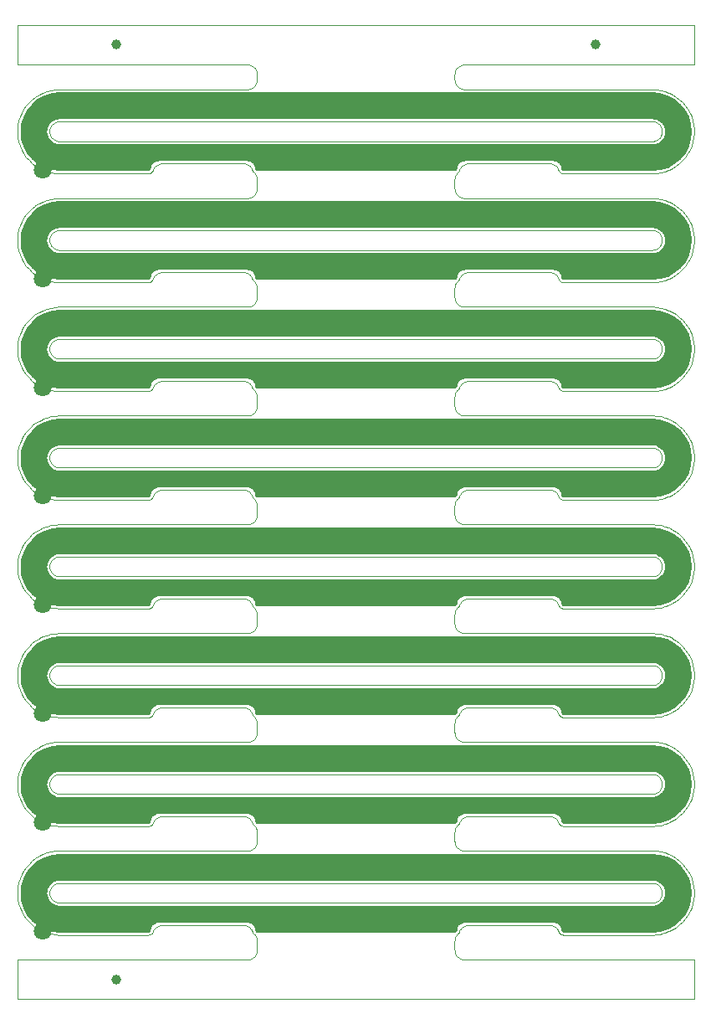
<source format=gbr>
G04 #@! TF.GenerationSoftware,KiCad,Pcbnew,5.1.5+dfsg1-2build2*
G04 #@! TF.CreationDate,2021-10-10T04:01:23+00:00*
G04 #@! TF.ProjectId,bobbin_bottom_3.3,626f6262-696e-45f6-926f-74746f6d5f33,rev?*
G04 #@! TF.SameCoordinates,Original*
G04 #@! TF.FileFunction,Copper,L2,Bot*
G04 #@! TF.FilePolarity,Positive*
%FSLAX46Y46*%
G04 Gerber Fmt 4.6, Leading zero omitted, Abs format (unit mm)*
G04 Created by KiCad (PCBNEW 5.1.5+dfsg1-2build2) date 2021-10-10 04:01:23*
%MOMM*%
%LPD*%
G04 APERTURE LIST*
G04 #@! TA.AperFunction,Profile*
%ADD10C,0.100000*%
G04 #@! TD*
G04 #@! TA.AperFunction,BGAPad,CuDef*
%ADD11C,1.000000*%
G04 #@! TD*
G04 #@! TA.AperFunction,SMDPad,CuDef*
%ADD12R,10.000000X2.000000*%
G04 #@! TD*
G04 #@! TA.AperFunction,ComponentPad*
%ADD13C,1.800000*%
G04 #@! TD*
G04 #@! TA.AperFunction,ViaPad*
%ADD14C,0.800000*%
G04 #@! TD*
G04 #@! TA.AperFunction,Conductor*
%ADD15C,0.250000*%
G04 #@! TD*
G04 #@! TA.AperFunction,Conductor*
%ADD16C,0.254000*%
G04 #@! TD*
G04 APERTURE END LIST*
D10*
X114499900Y-77215900D02*
X114401100Y-77236200D01*
X114596400Y-77185700D02*
X114499900Y-77215900D01*
X114689300Y-77145900D02*
X114596400Y-77185700D01*
X114777600Y-77096800D02*
X114689300Y-77145900D01*
X114860800Y-77038900D02*
X114777600Y-77096800D01*
X114937500Y-76973100D02*
X114860800Y-77038900D01*
X115007100Y-76899800D02*
X114937500Y-76973100D01*
X115069000Y-76819900D02*
X115007100Y-76899800D01*
X115122400Y-76734100D02*
X115069000Y-76819900D01*
X115166900Y-76643400D02*
X115122400Y-76734100D01*
X115202000Y-76548600D02*
X115166900Y-76643400D01*
X115227300Y-76450700D02*
X115202000Y-76548600D01*
X115242600Y-76350800D02*
X115227300Y-76450700D01*
X115247700Y-76249900D02*
X115242600Y-76350800D01*
X115242600Y-76149200D02*
X115247700Y-76249900D01*
X115227300Y-76049300D02*
X115242600Y-76149200D01*
X115202000Y-75951500D02*
X115227300Y-76049300D01*
X115166900Y-75856700D02*
X115202000Y-75951500D01*
X115122400Y-75766000D02*
X115166900Y-75856700D01*
X115069000Y-75680200D02*
X115122400Y-75766000D01*
X115007100Y-75600300D02*
X115069000Y-75680200D01*
X114937300Y-75526800D02*
X115007100Y-75600300D01*
X114860600Y-75461000D02*
X114937300Y-75526800D01*
X114777600Y-75403300D02*
X114860600Y-75461000D01*
X114689300Y-75354200D02*
X114777600Y-75403300D01*
X114596600Y-75314500D02*
X114689300Y-75354200D01*
X114500200Y-75284200D02*
X114596600Y-75314500D01*
X114401200Y-75263800D02*
X114500200Y-75284200D01*
X114300700Y-75253600D02*
X114401200Y-75263800D01*
X114224800Y-75251000D02*
X114300700Y-75253600D01*
X54275400Y-75251000D02*
X114224800Y-75251000D01*
X54199100Y-75253600D02*
X54275400Y-75251000D01*
X54098800Y-75263800D02*
X54199100Y-75253600D01*
X53999800Y-75284200D02*
X54098800Y-75263800D01*
X53903400Y-75314500D02*
X53999800Y-75284200D01*
X53810500Y-75354300D02*
X53903400Y-75314500D01*
X53722100Y-75403400D02*
X53810500Y-75354300D01*
X53639200Y-75461200D02*
X53722100Y-75403400D01*
X53562500Y-75527000D02*
X53639200Y-75461200D01*
X53492900Y-75600300D02*
X53562500Y-75527000D01*
X53431000Y-75680200D02*
X53492900Y-75600300D01*
X53377600Y-75766000D02*
X53431000Y-75680200D01*
X53333100Y-75856700D02*
X53377600Y-75766000D01*
X53298100Y-75951200D02*
X53333100Y-75856700D01*
X53272700Y-76049100D02*
X53298100Y-75951200D01*
X53257400Y-76149000D02*
X53272700Y-76049100D01*
X53252300Y-76249900D02*
X53257400Y-76149000D01*
X53257400Y-76350800D02*
X53252300Y-76249900D01*
X53272700Y-76450700D02*
X53257400Y-76350800D01*
X53298000Y-76548600D02*
X53272700Y-76450700D01*
X53333100Y-76643400D02*
X53298000Y-76548600D01*
X53377600Y-76734100D02*
X53333100Y-76643400D01*
X53431000Y-76819900D02*
X53377600Y-76734100D01*
X53492900Y-76899800D02*
X53431000Y-76819900D01*
X53562500Y-76973100D02*
X53492900Y-76899800D01*
X53639200Y-77038900D02*
X53562500Y-76973100D01*
X53722100Y-77096700D02*
X53639200Y-77038900D01*
X53810500Y-77145700D02*
X53722100Y-77096700D01*
X53903400Y-77185600D02*
X53810500Y-77145700D01*
X53999800Y-77215900D02*
X53903400Y-77185600D01*
X54098800Y-77236200D02*
X53999800Y-77215900D01*
X54199300Y-77246500D02*
X54098800Y-77236200D01*
X54275200Y-77249000D02*
X54199300Y-77246500D01*
X114224900Y-77249000D02*
X54275200Y-77249000D01*
X114300500Y-77246500D02*
X114224900Y-77249000D01*
X114401100Y-77236200D02*
X114300500Y-77246500D01*
X114499900Y-132216000D02*
X114401100Y-132236300D01*
X114596400Y-132185800D02*
X114499900Y-132216000D01*
X114689300Y-132145900D02*
X114596400Y-132185800D01*
X114777600Y-132096900D02*
X114689300Y-132145900D01*
X114860800Y-132039000D02*
X114777600Y-132096900D01*
X114937500Y-131973200D02*
X114860800Y-132039000D01*
X115007100Y-131899900D02*
X114937500Y-131973200D01*
X115069000Y-131820000D02*
X115007100Y-131899900D01*
X115122400Y-131734200D02*
X115069000Y-131820000D01*
X115166900Y-131643500D02*
X115122400Y-131734200D01*
X115202000Y-131548700D02*
X115166900Y-131643500D01*
X115227300Y-131450800D02*
X115202000Y-131548700D01*
X115242600Y-131350900D02*
X115227300Y-131450800D01*
X115247700Y-131250000D02*
X115242600Y-131350900D01*
X115242600Y-131149300D02*
X115247700Y-131250000D01*
X115227300Y-131049400D02*
X115242600Y-131149300D01*
X115202000Y-130951600D02*
X115227300Y-131049400D01*
X115166900Y-130856800D02*
X115202000Y-130951600D01*
X115122400Y-130766100D02*
X115166900Y-130856800D01*
X115069000Y-130680300D02*
X115122400Y-130766100D01*
X115007100Y-130600300D02*
X115069000Y-130680300D01*
X114937300Y-130526900D02*
X115007100Y-130600300D01*
X114860600Y-130461100D02*
X114937300Y-130526900D01*
X114777600Y-130403300D02*
X114860600Y-130461100D01*
X114689300Y-130354300D02*
X114777600Y-130403300D01*
X114596600Y-130314600D02*
X114689300Y-130354300D01*
X114500200Y-130284300D02*
X114596600Y-130314600D01*
X114401200Y-130263900D02*
X114500200Y-130284300D01*
X114300700Y-130253700D02*
X114401200Y-130263900D01*
X114224800Y-130251100D02*
X114300700Y-130253700D01*
X54275400Y-130251100D02*
X114224800Y-130251100D01*
X54199200Y-130253700D02*
X54275400Y-130251100D01*
X54098800Y-130263900D02*
X54199200Y-130253700D01*
X53999800Y-130284300D02*
X54098800Y-130263900D01*
X53903400Y-130314600D02*
X53999800Y-130284300D01*
X53810500Y-130354400D02*
X53903400Y-130314600D01*
X53722100Y-130403500D02*
X53810500Y-130354400D01*
X53639200Y-130461200D02*
X53722100Y-130403500D01*
X53562500Y-130527100D02*
X53639200Y-130461200D01*
X53492900Y-130600300D02*
X53562500Y-130527100D01*
X53431000Y-130680300D02*
X53492900Y-130600300D01*
X53377600Y-130766100D02*
X53431000Y-130680300D01*
X53333100Y-130856800D02*
X53377600Y-130766100D01*
X53298100Y-130951300D02*
X53333100Y-130856800D01*
X53272700Y-131049200D02*
X53298100Y-130951300D01*
X53257400Y-131149100D02*
X53272700Y-131049200D01*
X53252300Y-131250000D02*
X53257400Y-131149100D01*
X53257400Y-131350900D02*
X53252300Y-131250000D01*
X53272700Y-131450800D02*
X53257400Y-131350900D01*
X53298000Y-131548700D02*
X53272700Y-131450800D01*
X53333100Y-131643500D02*
X53298000Y-131548700D01*
X53377600Y-131734200D02*
X53333100Y-131643500D01*
X53431000Y-131820000D02*
X53377600Y-131734200D01*
X53492900Y-131899900D02*
X53431000Y-131820000D01*
X53562500Y-131973200D02*
X53492900Y-131899900D01*
X53639200Y-132039000D02*
X53562500Y-131973200D01*
X53722100Y-132096800D02*
X53639200Y-132039000D01*
X53810500Y-132145800D02*
X53722100Y-132096800D01*
X53903400Y-132185700D02*
X53810500Y-132145800D01*
X53999800Y-132216000D02*
X53903400Y-132185700D01*
X54098800Y-132236300D02*
X53999800Y-132216000D01*
X54199300Y-132246600D02*
X54098800Y-132236300D01*
X54275200Y-132249100D02*
X54199300Y-132246600D01*
X114224900Y-132249100D02*
X54275200Y-132249100D01*
X114300500Y-132246500D02*
X114224900Y-132249100D01*
X114401100Y-132236300D02*
X114300500Y-132246500D01*
X114499900Y-66215900D02*
X114401000Y-66236200D01*
X114596400Y-66185700D02*
X114499900Y-66215900D01*
X114689300Y-66145800D02*
X114596400Y-66185700D01*
X114777600Y-66096800D02*
X114689300Y-66145800D01*
X114860600Y-66039100D02*
X114777600Y-66096800D01*
X114937300Y-65973300D02*
X114860600Y-66039100D01*
X115007100Y-65899800D02*
X114937300Y-65973300D01*
X115069000Y-65819900D02*
X115007100Y-65899800D01*
X115122300Y-65734300D02*
X115069000Y-65819900D01*
X115166800Y-65643600D02*
X115122300Y-65734300D01*
X115201900Y-65548800D02*
X115166800Y-65643600D01*
X115227300Y-65451000D02*
X115201900Y-65548800D01*
X115242600Y-65351100D02*
X115227300Y-65451000D01*
X115247700Y-65250200D02*
X115242600Y-65351100D01*
X115242600Y-65149200D02*
X115247700Y-65250200D01*
X115227300Y-65049300D02*
X115242600Y-65149200D01*
X115202000Y-64951500D02*
X115227300Y-65049300D01*
X115166900Y-64856700D02*
X115202000Y-64951500D01*
X115122400Y-64765900D02*
X115166900Y-64856700D01*
X115069000Y-64680200D02*
X115122400Y-64765900D01*
X115007100Y-64600200D02*
X115069000Y-64680200D01*
X114937300Y-64526800D02*
X115007100Y-64600200D01*
X114860600Y-64461000D02*
X114937300Y-64526800D01*
X114777900Y-64403400D02*
X114860600Y-64461000D01*
X114689500Y-64354300D02*
X114777900Y-64403400D01*
X114596600Y-64314500D02*
X114689500Y-64354300D01*
X114500200Y-64284200D02*
X114596600Y-64314500D01*
X114401200Y-64263800D02*
X114500200Y-64284200D01*
X114300700Y-64253600D02*
X114401200Y-64263800D01*
X114224800Y-64251000D02*
X114300700Y-64253600D01*
X54275300Y-64251000D02*
X114224800Y-64251000D01*
X54199200Y-64253600D02*
X54275300Y-64251000D01*
X54098800Y-64263800D02*
X54199200Y-64253600D01*
X53999800Y-64284200D02*
X54098800Y-64263800D01*
X53903400Y-64314500D02*
X53999800Y-64284200D01*
X53810500Y-64354300D02*
X53903400Y-64314500D01*
X53722100Y-64403400D02*
X53810500Y-64354300D01*
X53639200Y-64461100D02*
X53722100Y-64403400D01*
X53562500Y-64527000D02*
X53639200Y-64461100D01*
X53492900Y-64600200D02*
X53562500Y-64527000D01*
X53431000Y-64680200D02*
X53492900Y-64600200D01*
X53377600Y-64765900D02*
X53431000Y-64680200D01*
X53333100Y-64856700D02*
X53377600Y-64765900D01*
X53298000Y-64951500D02*
X53333100Y-64856700D01*
X53272700Y-65049000D02*
X53298000Y-64951500D01*
X53257400Y-65148900D02*
X53272700Y-65049000D01*
X53252300Y-65249900D02*
X53257400Y-65148900D01*
X53257400Y-65350800D02*
X53252300Y-65249900D01*
X53272700Y-65450700D02*
X53257400Y-65350800D01*
X53298000Y-65548600D02*
X53272700Y-65450700D01*
X53333100Y-65643300D02*
X53298000Y-65548600D01*
X53377600Y-65734100D02*
X53333100Y-65643300D01*
X53431000Y-65819900D02*
X53377600Y-65734100D01*
X53492900Y-65899800D02*
X53431000Y-65819900D01*
X53562500Y-65973100D02*
X53492900Y-65899800D01*
X53639200Y-66038900D02*
X53562500Y-65973100D01*
X53722100Y-66096700D02*
X53639200Y-66038900D01*
X53810500Y-66145700D02*
X53722100Y-66096700D01*
X53903400Y-66185600D02*
X53810500Y-66145700D01*
X53999800Y-66215900D02*
X53903400Y-66185600D01*
X54098800Y-66236200D02*
X53999800Y-66215900D01*
X54199300Y-66246400D02*
X54098800Y-66236200D01*
X54275200Y-66249000D02*
X54199300Y-66246400D01*
X114224900Y-66249000D02*
X54275200Y-66249000D01*
X114300600Y-66246400D02*
X114224900Y-66249000D01*
X114401000Y-66236200D02*
X114300600Y-66246400D01*
X114499900Y-121216000D02*
X114401000Y-121236300D01*
X114596400Y-121185800D02*
X114499900Y-121216000D01*
X114689300Y-121145900D02*
X114596400Y-121185800D01*
X114777600Y-121096900D02*
X114689300Y-121145900D01*
X114860800Y-121039000D02*
X114777600Y-121096900D01*
X114937500Y-120973200D02*
X114860800Y-121039000D01*
X115007100Y-120899900D02*
X114937500Y-120973200D01*
X115069000Y-120820000D02*
X115007100Y-120899900D01*
X115122400Y-120734200D02*
X115069000Y-120820000D01*
X115166900Y-120643400D02*
X115122400Y-120734200D01*
X115202000Y-120548700D02*
X115166900Y-120643400D01*
X115227300Y-120450800D02*
X115202000Y-120548700D01*
X115242600Y-120350900D02*
X115227300Y-120450800D01*
X115247700Y-120250000D02*
X115242600Y-120350900D01*
X115242600Y-120149300D02*
X115247700Y-120250000D01*
X115227300Y-120049400D02*
X115242600Y-120149300D01*
X115202000Y-119951600D02*
X115227300Y-120049400D01*
X115166900Y-119856800D02*
X115202000Y-119951600D01*
X115122400Y-119766000D02*
X115166900Y-119856800D01*
X115069000Y-119680300D02*
X115122400Y-119766000D01*
X115007100Y-119600300D02*
X115069000Y-119680300D01*
X114937300Y-119526900D02*
X115007100Y-119600300D01*
X114860600Y-119461100D02*
X114937300Y-119526900D01*
X114777600Y-119403300D02*
X114860600Y-119461100D01*
X114689300Y-119354300D02*
X114777600Y-119403300D01*
X114596600Y-119314500D02*
X114689300Y-119354300D01*
X114500200Y-119284300D02*
X114596600Y-119314500D01*
X114401200Y-119263900D02*
X114500200Y-119284300D01*
X114300700Y-119253700D02*
X114401200Y-119263900D01*
X114224800Y-119251100D02*
X114300700Y-119253700D01*
X54275300Y-119251100D02*
X114224800Y-119251100D01*
X54199300Y-119253700D02*
X54275300Y-119251100D01*
X54098800Y-119263900D02*
X54199300Y-119253700D01*
X53999800Y-119284300D02*
X54098800Y-119263900D01*
X53903400Y-119314500D02*
X53999800Y-119284300D01*
X53810500Y-119354400D02*
X53903400Y-119314500D01*
X53722100Y-119403500D02*
X53810500Y-119354400D01*
X53639200Y-119461200D02*
X53722100Y-119403500D01*
X53562500Y-119527100D02*
X53639200Y-119461200D01*
X53492900Y-119600300D02*
X53562500Y-119527100D01*
X53431000Y-119680300D02*
X53492900Y-119600300D01*
X53377600Y-119766000D02*
X53431000Y-119680300D01*
X53333100Y-119856800D02*
X53377600Y-119766000D01*
X53298100Y-119951300D02*
X53333100Y-119856800D01*
X53272700Y-120049100D02*
X53298100Y-119951300D01*
X53257400Y-120149000D02*
X53272700Y-120049100D01*
X53252300Y-120250000D02*
X53257400Y-120149000D01*
X53257400Y-120350900D02*
X53252300Y-120250000D01*
X53272700Y-120450800D02*
X53257400Y-120350900D01*
X53298000Y-120548700D02*
X53272700Y-120450800D01*
X53333100Y-120643400D02*
X53298000Y-120548700D01*
X53377600Y-120734200D02*
X53333100Y-120643400D01*
X53431000Y-120820000D02*
X53377600Y-120734200D01*
X53492900Y-120899900D02*
X53431000Y-120820000D01*
X53562500Y-120973200D02*
X53492900Y-120899900D01*
X53639200Y-121039000D02*
X53562500Y-120973200D01*
X53722100Y-121096700D02*
X53639200Y-121039000D01*
X53810500Y-121145800D02*
X53722100Y-121096700D01*
X53903400Y-121185700D02*
X53810500Y-121145800D01*
X53999800Y-121215900D02*
X53903400Y-121185700D01*
X54098800Y-121236300D02*
X53999800Y-121215900D01*
X54199300Y-121246500D02*
X54098800Y-121236300D01*
X54275200Y-121249100D02*
X54199300Y-121246500D01*
X114224800Y-121249100D02*
X54275200Y-121249100D01*
X114300600Y-121246500D02*
X114224800Y-121249100D01*
X114401000Y-121236300D02*
X114300600Y-121246500D01*
X114499900Y-55215900D02*
X114401000Y-55236200D01*
X114596400Y-55185700D02*
X114499900Y-55215900D01*
X114689300Y-55145800D02*
X114596400Y-55185700D01*
X114777600Y-55096800D02*
X114689300Y-55145800D01*
X114860600Y-55039100D02*
X114777600Y-55096800D01*
X114937300Y-54973200D02*
X114860600Y-55039100D01*
X115007100Y-54899800D02*
X114937300Y-54973200D01*
X115069000Y-54819900D02*
X115007100Y-54899800D01*
X115122300Y-54734300D02*
X115069000Y-54819900D01*
X115166800Y-54643600D02*
X115122300Y-54734300D01*
X115201900Y-54548800D02*
X115166800Y-54643600D01*
X115227300Y-54451000D02*
X115201900Y-54548800D01*
X115242600Y-54351100D02*
X115227300Y-54451000D01*
X115247700Y-54250100D02*
X115242600Y-54351100D01*
X115242600Y-54149200D02*
X115247700Y-54250100D01*
X115227300Y-54049300D02*
X115242600Y-54149200D01*
X115202000Y-53951500D02*
X115227300Y-54049300D01*
X115166900Y-53856700D02*
X115202000Y-53951500D01*
X115122400Y-53765900D02*
X115166900Y-53856700D01*
X115069000Y-53680200D02*
X115122400Y-53765900D01*
X115007100Y-53600200D02*
X115069000Y-53680200D01*
X114937300Y-53526800D02*
X115007100Y-53600200D01*
X114860600Y-53460900D02*
X114937300Y-53526800D01*
X114777900Y-53403400D02*
X114860600Y-53460900D01*
X114689500Y-53354300D02*
X114777900Y-53403400D01*
X114596600Y-53314400D02*
X114689500Y-53354300D01*
X114500200Y-53284200D02*
X114596600Y-53314400D01*
X114401200Y-53263800D02*
X114500200Y-53284200D01*
X114300700Y-53253600D02*
X114401200Y-53263800D01*
X114224800Y-53251000D02*
X114300700Y-53253600D01*
X54275200Y-53251000D02*
X114224800Y-53251000D01*
X54199300Y-53253600D02*
X54275200Y-53251000D01*
X54098800Y-53263800D02*
X54199300Y-53253600D01*
X53999800Y-53284200D02*
X54098800Y-53263800D01*
X53903400Y-53314400D02*
X53999800Y-53284200D01*
X53810500Y-53354300D02*
X53903400Y-53314400D01*
X53722100Y-53403400D02*
X53810500Y-53354300D01*
X53639200Y-53461100D02*
X53722100Y-53403400D01*
X53562500Y-53527000D02*
X53639200Y-53461100D01*
X53492900Y-53600200D02*
X53562500Y-53527000D01*
X53431000Y-53680200D02*
X53492900Y-53600200D01*
X53377600Y-53765900D02*
X53431000Y-53680200D01*
X53333100Y-53856700D02*
X53377600Y-53765900D01*
X53298000Y-53951500D02*
X53333100Y-53856700D01*
X53272700Y-54049000D02*
X53298000Y-53951500D01*
X53257400Y-54148900D02*
X53272700Y-54049000D01*
X53252300Y-54249900D02*
X53257400Y-54148900D01*
X53257400Y-54350800D02*
X53252300Y-54249900D01*
X53272700Y-54450700D02*
X53257400Y-54350800D01*
X53298000Y-54548500D02*
X53272700Y-54450700D01*
X53333100Y-54643300D02*
X53298000Y-54548500D01*
X53377600Y-54734100D02*
X53333100Y-54643300D01*
X53431000Y-54819900D02*
X53377600Y-54734100D01*
X53492900Y-54899800D02*
X53431000Y-54819900D01*
X53562500Y-54973000D02*
X53492900Y-54899800D01*
X53639200Y-55038900D02*
X53562500Y-54973000D01*
X53722100Y-55096600D02*
X53639200Y-55038900D01*
X53810500Y-55145700D02*
X53722100Y-55096600D01*
X53903400Y-55185600D02*
X53810500Y-55145700D01*
X53999800Y-55215800D02*
X53903400Y-55185600D01*
X54098800Y-55236200D02*
X53999800Y-55215800D01*
X54199300Y-55246400D02*
X54098800Y-55236200D01*
X54275200Y-55249000D02*
X54199300Y-55246400D01*
X114224800Y-55249000D02*
X54275200Y-55249000D01*
X114300700Y-55246400D02*
X114224800Y-55249000D01*
X114401000Y-55236200D02*
X114300700Y-55246400D01*
X114500200Y-110215900D02*
X114400900Y-110236300D01*
X114596600Y-110185700D02*
X114500200Y-110215900D01*
X114689500Y-110145800D02*
X114596600Y-110185700D01*
X114777900Y-110096700D02*
X114689500Y-110145800D01*
X114860800Y-110039000D02*
X114777900Y-110096700D01*
X114937500Y-109973100D02*
X114860800Y-110039000D01*
X115007100Y-109899900D02*
X114937500Y-109973100D01*
X115069000Y-109819900D02*
X115007100Y-109899900D01*
X115122400Y-109734200D02*
X115069000Y-109819900D01*
X115166900Y-109643400D02*
X115122400Y-109734200D01*
X115202000Y-109548600D02*
X115166900Y-109643400D01*
X115227300Y-109450800D02*
X115202000Y-109548600D01*
X115242600Y-109350900D02*
X115227300Y-109450800D01*
X115247700Y-109250000D02*
X115242600Y-109350900D01*
X115242600Y-109149300D02*
X115247700Y-109250000D01*
X115227300Y-109049400D02*
X115242600Y-109149300D01*
X115202000Y-108951500D02*
X115227300Y-109049400D01*
X115166900Y-108856800D02*
X115202000Y-108951500D01*
X115122400Y-108766000D02*
X115166900Y-108856800D01*
X115069000Y-108680200D02*
X115122400Y-108766000D01*
X115007100Y-108600300D02*
X115069000Y-108680200D01*
X114937300Y-108526900D02*
X115007100Y-108600300D01*
X114860600Y-108461000D02*
X114937300Y-108526900D01*
X114777600Y-108403300D02*
X114860600Y-108461000D01*
X114689300Y-108354300D02*
X114777600Y-108403300D01*
X114596600Y-108314500D02*
X114689300Y-108354300D01*
X114500200Y-108284300D02*
X114596600Y-108314500D01*
X114401200Y-108263900D02*
X114500200Y-108284300D01*
X114300700Y-108253700D02*
X114401200Y-108263900D01*
X114224800Y-108251100D02*
X114300700Y-108253700D01*
X54275200Y-108251100D02*
X114224800Y-108251100D01*
X54199400Y-108253700D02*
X54275200Y-108251100D01*
X54098800Y-108263900D02*
X54199400Y-108253700D01*
X53999800Y-108284300D02*
X54098800Y-108263900D01*
X53903400Y-108314500D02*
X53999800Y-108284300D01*
X53810500Y-108354400D02*
X53903400Y-108314500D01*
X53722100Y-108403500D02*
X53810500Y-108354400D01*
X53639200Y-108461200D02*
X53722100Y-108403500D01*
X53562500Y-108527000D02*
X53639200Y-108461200D01*
X53492900Y-108600300D02*
X53562500Y-108527000D01*
X53431000Y-108680200D02*
X53492900Y-108600300D01*
X53377600Y-108766000D02*
X53431000Y-108680200D01*
X53333100Y-108856800D02*
X53377600Y-108766000D01*
X53298100Y-108951300D02*
X53333100Y-108856800D01*
X53272700Y-109049100D02*
X53298100Y-108951300D01*
X53257400Y-109149000D02*
X53272700Y-109049100D01*
X53252300Y-109250000D02*
X53257400Y-109149000D01*
X53257400Y-109350900D02*
X53252300Y-109250000D01*
X53272700Y-109450800D02*
X53257400Y-109350900D01*
X53298000Y-109548600D02*
X53272700Y-109450800D01*
X53333100Y-109643400D02*
X53298000Y-109548600D01*
X53377600Y-109734200D02*
X53333100Y-109643400D01*
X53431000Y-109819900D02*
X53377600Y-109734200D01*
X53492900Y-109899900D02*
X53431000Y-109819900D01*
X53562500Y-109973100D02*
X53492900Y-109899900D01*
X53639200Y-110039000D02*
X53562500Y-109973100D01*
X53722100Y-110096700D02*
X53639200Y-110039000D01*
X53810500Y-110145800D02*
X53722100Y-110096700D01*
X53903400Y-110185700D02*
X53810500Y-110145800D01*
X53999800Y-110215900D02*
X53903400Y-110185700D01*
X54098800Y-110236300D02*
X53999800Y-110215900D01*
X54199300Y-110246500D02*
X54098800Y-110236300D01*
X54275200Y-110249100D02*
X54199300Y-110246500D01*
X114224700Y-110249100D02*
X54275200Y-110249100D01*
X114300700Y-110246500D02*
X114224700Y-110249100D01*
X114400900Y-110236300D02*
X114300700Y-110246500D01*
X114500200Y-99215900D02*
X114400800Y-99236300D01*
X114596600Y-99185600D02*
X114500200Y-99215900D01*
X114689500Y-99145800D02*
X114596600Y-99185600D01*
X114777900Y-99096700D02*
X114689500Y-99145800D01*
X114860800Y-99039000D02*
X114777900Y-99096700D01*
X114937500Y-98973100D02*
X114860800Y-99039000D01*
X115007100Y-98899900D02*
X114937500Y-98973100D01*
X115069000Y-98819900D02*
X115007100Y-98899900D01*
X115122400Y-98734100D02*
X115069000Y-98819900D01*
X115166900Y-98643400D02*
X115122400Y-98734100D01*
X115202000Y-98548600D02*
X115166900Y-98643400D01*
X115227300Y-98450800D02*
X115202000Y-98548600D01*
X115242600Y-98350900D02*
X115227300Y-98450800D01*
X115247700Y-98249900D02*
X115242600Y-98350900D01*
X115242600Y-98149300D02*
X115247700Y-98249900D01*
X115227300Y-98049400D02*
X115242600Y-98149300D01*
X115202000Y-97951500D02*
X115227300Y-98049400D01*
X115166900Y-97856700D02*
X115202000Y-97951500D01*
X115122400Y-97766000D02*
X115166900Y-97856700D01*
X115069000Y-97680200D02*
X115122400Y-97766000D01*
X115007100Y-97600300D02*
X115069000Y-97680200D01*
X114937300Y-97526800D02*
X115007100Y-97600300D01*
X114860600Y-97461000D02*
X114937300Y-97526800D01*
X114777600Y-97403300D02*
X114860600Y-97461000D01*
X114689300Y-97354300D02*
X114777600Y-97403300D01*
X114596600Y-97314500D02*
X114689300Y-97354300D01*
X114500200Y-97284200D02*
X114596600Y-97314500D01*
X114401200Y-97263900D02*
X114500200Y-97284200D01*
X114300700Y-97253600D02*
X114401200Y-97263900D01*
X114224800Y-97251100D02*
X114300700Y-97253600D01*
X54275100Y-97251100D02*
X114224800Y-97251100D01*
X54199500Y-97253700D02*
X54275100Y-97251100D01*
X54098800Y-97263900D02*
X54199500Y-97253700D01*
X53999800Y-97284200D02*
X54098800Y-97263900D01*
X53903400Y-97314500D02*
X53999800Y-97284200D01*
X53810500Y-97354400D02*
X53903400Y-97314500D01*
X53722100Y-97403400D02*
X53810500Y-97354400D01*
X53639200Y-97461200D02*
X53722100Y-97403400D01*
X53562500Y-97527000D02*
X53639200Y-97461200D01*
X53492900Y-97600300D02*
X53562500Y-97527000D01*
X53431000Y-97680200D02*
X53492900Y-97600300D01*
X53377600Y-97766000D02*
X53431000Y-97680200D01*
X53333100Y-97856700D02*
X53377600Y-97766000D01*
X53298100Y-97951300D02*
X53333100Y-97856700D01*
X53272700Y-98049100D02*
X53298100Y-97951300D01*
X53257400Y-98149000D02*
X53272700Y-98049100D01*
X53252300Y-98249900D02*
X53257400Y-98149000D01*
X53257400Y-98350900D02*
X53252300Y-98249900D01*
X53272700Y-98450800D02*
X53257400Y-98350900D01*
X53298000Y-98548600D02*
X53272700Y-98450800D01*
X53333100Y-98643400D02*
X53298000Y-98548600D01*
X53377600Y-98734100D02*
X53333100Y-98643400D01*
X53431000Y-98819900D02*
X53377600Y-98734100D01*
X53492900Y-98899900D02*
X53431000Y-98819900D01*
X53562500Y-98973100D02*
X53492900Y-98899900D01*
X53639200Y-99039000D02*
X53562500Y-98973100D01*
X53722100Y-99096700D02*
X53639200Y-99039000D01*
X53810500Y-99145800D02*
X53722100Y-99096700D01*
X53903400Y-99185600D02*
X53810500Y-99145800D01*
X53999800Y-99215900D02*
X53903400Y-99185600D01*
X54098800Y-99236300D02*
X53999800Y-99215900D01*
X54199300Y-99246500D02*
X54098800Y-99236300D01*
X54275200Y-99249100D02*
X54199300Y-99246500D01*
X114224600Y-99249100D02*
X54275200Y-99249100D01*
X114300800Y-99246500D02*
X114224600Y-99249100D01*
X114400800Y-99236300D02*
X114300800Y-99246500D01*
X114500200Y-88215900D02*
X114400700Y-88236300D01*
X114596600Y-88185600D02*
X114500200Y-88215900D01*
X114689500Y-88145700D02*
X114596600Y-88185600D01*
X114777900Y-88096700D02*
X114689500Y-88145700D01*
X114860800Y-88038900D02*
X114777900Y-88096700D01*
X114937500Y-87973100D02*
X114860800Y-88038900D01*
X115007100Y-87899800D02*
X114937500Y-87973100D01*
X115069000Y-87819900D02*
X115007100Y-87899800D01*
X115122400Y-87734100D02*
X115069000Y-87819900D01*
X115166900Y-87643400D02*
X115122400Y-87734100D01*
X115202000Y-87548600D02*
X115166900Y-87643400D01*
X115227300Y-87450800D02*
X115202000Y-87548600D01*
X115242600Y-87350900D02*
X115227300Y-87450800D01*
X115247700Y-87249900D02*
X115242600Y-87350900D01*
X115242600Y-87149300D02*
X115247700Y-87249900D01*
X115227300Y-87049400D02*
X115242600Y-87149300D01*
X115202000Y-86951500D02*
X115227300Y-87049400D01*
X115166900Y-86856700D02*
X115202000Y-86951500D01*
X115122400Y-86766000D02*
X115166900Y-86856700D01*
X115069000Y-86680200D02*
X115122400Y-86766000D01*
X115007100Y-86600300D02*
X115069000Y-86680200D01*
X114937300Y-86526800D02*
X115007100Y-86600300D01*
X114860600Y-86461000D02*
X114937300Y-86526800D01*
X114777600Y-86403300D02*
X114860600Y-86461000D01*
X114689300Y-86354200D02*
X114777600Y-86403300D01*
X114596600Y-86314500D02*
X114689300Y-86354200D01*
X114500200Y-86284200D02*
X114596600Y-86314500D01*
X114401200Y-86263900D02*
X114500200Y-86284200D01*
X114300700Y-86253600D02*
X114401200Y-86263900D01*
X114224800Y-86251100D02*
X114300700Y-86253600D01*
X54275000Y-86251100D02*
X114224800Y-86251100D01*
X54199600Y-86253600D02*
X54275000Y-86251100D01*
X54098800Y-86263900D02*
X54199600Y-86253600D01*
X53999800Y-86284200D02*
X54098800Y-86263900D01*
X53903400Y-86314500D02*
X53999800Y-86284200D01*
X53810500Y-86354400D02*
X53903400Y-86314500D01*
X53722100Y-86403400D02*
X53810500Y-86354400D01*
X53639200Y-86461200D02*
X53722100Y-86403400D01*
X53562500Y-86527000D02*
X53639200Y-86461200D01*
X53492900Y-86600300D02*
X53562500Y-86527000D01*
X53431000Y-86680200D02*
X53492900Y-86600300D01*
X53377600Y-86766000D02*
X53431000Y-86680200D01*
X53333100Y-86856700D02*
X53377600Y-86766000D01*
X53298100Y-86951200D02*
X53333100Y-86856700D01*
X53272700Y-87049100D02*
X53298100Y-86951200D01*
X53257400Y-87149000D02*
X53272700Y-87049100D01*
X53252300Y-87249900D02*
X53257400Y-87149000D01*
X53257400Y-87350900D02*
X53252300Y-87249900D01*
X53272700Y-87450800D02*
X53257400Y-87350900D01*
X53298000Y-87548600D02*
X53272700Y-87450800D01*
X53333100Y-87643400D02*
X53298000Y-87548600D01*
X53377600Y-87734100D02*
X53333100Y-87643400D01*
X53431000Y-87819900D02*
X53377600Y-87734100D01*
X53492900Y-87899800D02*
X53431000Y-87819900D01*
X53562500Y-87973100D02*
X53492900Y-87899800D01*
X53639200Y-88038900D02*
X53562500Y-87973100D01*
X53722100Y-88096700D02*
X53639200Y-88038900D01*
X53810500Y-88145700D02*
X53722100Y-88096700D01*
X53903400Y-88185600D02*
X53810500Y-88145700D01*
X53999800Y-88215900D02*
X53903400Y-88185600D01*
X54098800Y-88236200D02*
X53999800Y-88215900D01*
X54199300Y-88246500D02*
X54098800Y-88236200D01*
X54275200Y-88249100D02*
X54199300Y-88246500D01*
X114224500Y-88249100D02*
X54275200Y-88249100D01*
X114300900Y-88246500D02*
X114224500Y-88249100D01*
X114400700Y-88236300D02*
X114300900Y-88246500D01*
X118471000Y-43499000D02*
X50014600Y-43499700D01*
X118487300Y-43500000D02*
X118471000Y-43499000D01*
X118492900Y-43503700D02*
X118487300Y-43500000D01*
X118494800Y-43508200D02*
X118492900Y-43503700D01*
X118495500Y-43523500D02*
X118494800Y-43508200D01*
X118495500Y-47475500D02*
X118495500Y-43523500D01*
X118494300Y-47492700D02*
X118495500Y-47475500D01*
X118491600Y-47496700D02*
X118494300Y-47492700D01*
X118487300Y-47499000D02*
X118491600Y-47496700D01*
X95241200Y-47500000D02*
X118487300Y-47499000D01*
X95144000Y-47504800D02*
X95241200Y-47500000D01*
X95047900Y-47519000D02*
X95144000Y-47504800D01*
X94953600Y-47542600D02*
X95047900Y-47519000D01*
X94862200Y-47575400D02*
X94953600Y-47542600D01*
X94774300Y-47616900D02*
X94862200Y-47575400D01*
X94691000Y-47666900D02*
X94774300Y-47616900D01*
X94613000Y-47724700D02*
X94691000Y-47666900D01*
X94541000Y-47790000D02*
X94613000Y-47724700D01*
X94475700Y-47862000D02*
X94541000Y-47790000D01*
X94417900Y-47940000D02*
X94475700Y-47862000D01*
X94367900Y-48023300D02*
X94417900Y-47940000D01*
X94326400Y-48111100D02*
X94367900Y-48023300D01*
X94293600Y-48202600D02*
X94326400Y-48111100D01*
X94270000Y-48296900D02*
X94293600Y-48202600D01*
X94255800Y-48393000D02*
X94270000Y-48296900D01*
X94251000Y-48490200D02*
X94255800Y-48393000D01*
X94251000Y-49008800D02*
X94251000Y-48490200D01*
X94255800Y-49106000D02*
X94251000Y-49008800D01*
X94270000Y-49202100D02*
X94255800Y-49106000D01*
X94293600Y-49296400D02*
X94270000Y-49202100D01*
X94326400Y-49387900D02*
X94293600Y-49296400D01*
X94367900Y-49475700D02*
X94326400Y-49387900D01*
X94417900Y-49559000D02*
X94367900Y-49475700D01*
X94475700Y-49637000D02*
X94417900Y-49559000D01*
X94541000Y-49709000D02*
X94475700Y-49637000D01*
X94613000Y-49774300D02*
X94541000Y-49709000D01*
X94691000Y-49832100D02*
X94613000Y-49774300D01*
X94774300Y-49882100D02*
X94691000Y-49832100D01*
X94862200Y-49923600D02*
X94774300Y-49882100D01*
X94953600Y-49956400D02*
X94862200Y-49923600D01*
X95047900Y-49980000D02*
X94953600Y-49956400D01*
X95144000Y-49994200D02*
X95047900Y-49980000D01*
X95241200Y-49999000D02*
X95144000Y-49994200D01*
X114243700Y-49999000D02*
X95241200Y-49999000D01*
X114679800Y-50021100D02*
X114243700Y-49999000D01*
X115105900Y-50086400D02*
X114679800Y-50021100D01*
X115522300Y-50194200D02*
X115105900Y-50086400D01*
X115914500Y-50339100D02*
X115522300Y-50194200D01*
X115937800Y-50349100D02*
X115914500Y-50339100D01*
X116301600Y-50527500D02*
X115937800Y-50349100D01*
X116323800Y-50539900D02*
X116301600Y-50527500D01*
X116678500Y-50761400D02*
X116323800Y-50539900D01*
X117018600Y-51024600D02*
X116678500Y-50761400D01*
X117330700Y-51321300D02*
X117018600Y-51024600D01*
X117603300Y-51638300D02*
X117330700Y-51321300D01*
X117618900Y-51658400D02*
X117603300Y-51638300D01*
X117850300Y-51990900D02*
X117618900Y-51658400D01*
X117863800Y-52012500D02*
X117850300Y-51990900D01*
X118066400Y-52378300D02*
X117863800Y-52012500D01*
X118236000Y-52773500D02*
X118066400Y-52378300D01*
X118364900Y-53184300D02*
X118236000Y-52773500D01*
X118449400Y-53593800D02*
X118364900Y-53184300D01*
X118453300Y-53618900D02*
X118449400Y-53593800D01*
X118494300Y-54022000D02*
X118453300Y-53618900D01*
X118495500Y-54047400D02*
X118494300Y-54022000D01*
X118495200Y-54465600D02*
X118495500Y-54047400D01*
X118451700Y-54893400D02*
X118495200Y-54465600D01*
X118365000Y-55315200D02*
X118451700Y-54893400D01*
X118240200Y-55714200D02*
X118365000Y-55315200D01*
X118231400Y-55738100D02*
X118240200Y-55714200D01*
X118071600Y-56110400D02*
X118231400Y-55738100D01*
X118060400Y-56133200D02*
X118071600Y-56110400D01*
X117857200Y-56498700D02*
X118060400Y-56133200D01*
X117611200Y-56852100D02*
X117857200Y-56498700D01*
X117331000Y-57178400D02*
X117611200Y-56852100D01*
X117018900Y-57475100D02*
X117331000Y-57178400D01*
X116678500Y-57738700D02*
X117018900Y-57475100D01*
X116323800Y-57960100D02*
X116678500Y-57738700D01*
X116301600Y-57972500D02*
X116323800Y-57960100D01*
X115937900Y-58150900D02*
X116301600Y-57972500D01*
X115914500Y-58160900D02*
X115937900Y-58150900D01*
X115522200Y-58305800D02*
X115914500Y-58160900D01*
X115105400Y-58413700D02*
X115522200Y-58305800D01*
X114679800Y-58478900D02*
X115105400Y-58413700D01*
X114243800Y-58501000D02*
X114679800Y-58478900D01*
X105243400Y-58500700D02*
X114243800Y-58501000D01*
X105197400Y-58497900D02*
X105243400Y-58500700D01*
X105146100Y-58489800D02*
X105197400Y-58497900D01*
X105095500Y-58476200D02*
X105146100Y-58489800D01*
X105058300Y-58462300D02*
X105095500Y-58476200D01*
X104999900Y-58433700D02*
X105058300Y-58462300D01*
X104966600Y-58412500D02*
X104999900Y-58433700D01*
X104945300Y-58397000D02*
X104966600Y-58412500D01*
X104905500Y-58363000D02*
X104945300Y-58397000D01*
X104878100Y-58335200D02*
X104905500Y-58363000D01*
X104853000Y-58304700D02*
X104878100Y-58335200D01*
X104816300Y-58250100D02*
X104853000Y-58304700D01*
X104792500Y-58203400D02*
X104816300Y-58250100D01*
X104740500Y-58073800D02*
X104792500Y-58203400D01*
X104697000Y-57990800D02*
X104740500Y-58073800D01*
X104645900Y-57912300D02*
X104697000Y-57990800D01*
X104587700Y-57839000D02*
X104645900Y-57912300D01*
X104522700Y-57771500D02*
X104587700Y-57839000D01*
X104451700Y-57710500D02*
X104522700Y-57771500D01*
X104375200Y-57656400D02*
X104451700Y-57710500D01*
X104293900Y-57609800D02*
X104375200Y-57656400D01*
X104208600Y-57571100D02*
X104293900Y-57609800D01*
X104120000Y-57540700D02*
X104208600Y-57571100D01*
X104029000Y-57518700D02*
X104120000Y-57540700D01*
X103936300Y-57505400D02*
X104029000Y-57518700D01*
X103842500Y-57501000D02*
X103936300Y-57505400D01*
X95657500Y-57501000D02*
X103842500Y-57501000D01*
X95563700Y-57505400D02*
X95657500Y-57501000D01*
X95471000Y-57518700D02*
X95563700Y-57505400D01*
X95380000Y-57540700D02*
X95471000Y-57518700D01*
X95291400Y-57571100D02*
X95380000Y-57540700D01*
X95206100Y-57609800D02*
X95291400Y-57571100D01*
X95124800Y-57656400D02*
X95206100Y-57609800D01*
X95048300Y-57710500D02*
X95124800Y-57656400D01*
X94977300Y-57771500D02*
X95048300Y-57710500D01*
X94912300Y-57839000D02*
X94977300Y-57771500D01*
X94854100Y-57912300D02*
X94912300Y-57839000D01*
X94803000Y-57990800D02*
X94854100Y-57912300D01*
X94759500Y-58073800D02*
X94803000Y-57990800D01*
X94701800Y-58215300D02*
X94759500Y-58073800D01*
X94683400Y-58250600D02*
X94701800Y-58215300D01*
X94655200Y-58294100D02*
X94683400Y-58250600D01*
X94621900Y-58335200D02*
X94655200Y-58294100D01*
X94565200Y-58390300D02*
X94621900Y-58335200D01*
X94494600Y-58463400D02*
X94565200Y-58390300D01*
X94432000Y-58543100D02*
X94494600Y-58463400D01*
X94378000Y-58628700D02*
X94432000Y-58543100D01*
X94332900Y-58719500D02*
X94378000Y-58628700D01*
X94297400Y-58814400D02*
X94332900Y-58719500D01*
X94271700Y-58912400D02*
X94297400Y-58814400D01*
X94256200Y-59012500D02*
X94271700Y-58912400D01*
X94251000Y-59114000D02*
X94256200Y-59012500D01*
X94251000Y-60008800D02*
X94251000Y-59114000D01*
X94255800Y-60106000D02*
X94251000Y-60008800D01*
X94270000Y-60202200D02*
X94255800Y-60106000D01*
X94293600Y-60296400D02*
X94270000Y-60202200D01*
X94326400Y-60387900D02*
X94293600Y-60296400D01*
X94367900Y-60475700D02*
X94326400Y-60387900D01*
X94417900Y-60559000D02*
X94367900Y-60475700D01*
X94475700Y-60637100D02*
X94417900Y-60559000D01*
X94541000Y-60709000D02*
X94475700Y-60637100D01*
X94613000Y-60774300D02*
X94541000Y-60709000D01*
X94691000Y-60832200D02*
X94613000Y-60774300D01*
X94774300Y-60882100D02*
X94691000Y-60832200D01*
X94862200Y-60923600D02*
X94774300Y-60882100D01*
X94953600Y-60956400D02*
X94862200Y-60923600D01*
X95047900Y-60980000D02*
X94953600Y-60956400D01*
X95144000Y-60994200D02*
X95047900Y-60980000D01*
X95241200Y-60999000D02*
X95144000Y-60994200D01*
X114243700Y-60999000D02*
X95241200Y-60999000D01*
X114680300Y-61021200D02*
X114243700Y-60999000D01*
X115093100Y-61084100D02*
X114680300Y-61021200D01*
X115118000Y-61089200D02*
X115093100Y-61084100D01*
X115522300Y-61194200D02*
X115118000Y-61089200D01*
X115914500Y-61339100D02*
X115522300Y-61194200D01*
X115937800Y-61349100D02*
X115914500Y-61339100D01*
X116301600Y-61527600D02*
X115937800Y-61349100D01*
X116323800Y-61539900D02*
X116301600Y-61527600D01*
X116678500Y-61761400D02*
X116323800Y-61539900D01*
X117018600Y-62024600D02*
X116678500Y-61761400D01*
X117330700Y-62321300D02*
X117018600Y-62024600D01*
X117603300Y-62638300D02*
X117330700Y-62321300D01*
X117618900Y-62658400D02*
X117603300Y-62638300D01*
X117850300Y-62990900D02*
X117618900Y-62658400D01*
X117863800Y-63012500D02*
X117850300Y-62990900D01*
X118066400Y-63378300D02*
X117863800Y-63012500D01*
X118236000Y-63773500D02*
X118066400Y-63378300D01*
X118364900Y-64184400D02*
X118236000Y-63773500D01*
X118449400Y-64593800D02*
X118364900Y-64184400D01*
X118453300Y-64619000D02*
X118449400Y-64593800D01*
X118494300Y-65022000D02*
X118453300Y-64619000D01*
X118495500Y-65047400D02*
X118494300Y-65022000D01*
X118495200Y-65465600D02*
X118495500Y-65047400D01*
X118451700Y-65893500D02*
X118495200Y-65465600D01*
X118365000Y-66315200D02*
X118451700Y-65893500D01*
X118240200Y-66714300D02*
X118365000Y-66315200D01*
X118231400Y-66738100D02*
X118240200Y-66714300D01*
X118071600Y-67110400D02*
X118231400Y-66738100D01*
X118060400Y-67133300D02*
X118071600Y-67110400D01*
X117857200Y-67498700D02*
X118060400Y-67133300D01*
X117611200Y-67852100D02*
X117857200Y-67498700D01*
X117331000Y-68178400D02*
X117611200Y-67852100D01*
X117018900Y-68475100D02*
X117331000Y-68178400D01*
X116678500Y-68738700D02*
X117018900Y-68475100D01*
X116323800Y-68960100D02*
X116678500Y-68738700D01*
X116301600Y-68972500D02*
X116323800Y-68960100D01*
X115937900Y-69150900D02*
X116301600Y-68972500D01*
X115914500Y-69160900D02*
X115937900Y-69150900D01*
X115522200Y-69305800D02*
X115914500Y-69160900D01*
X115105400Y-69413700D02*
X115522200Y-69305800D01*
X114679800Y-69478900D02*
X115105400Y-69413700D01*
X114243800Y-69501000D02*
X114679800Y-69478900D01*
X105243400Y-69500700D02*
X114243800Y-69501000D01*
X105197400Y-69497900D02*
X105243400Y-69500700D01*
X105146100Y-69489800D02*
X105197400Y-69497900D01*
X105095500Y-69476200D02*
X105146100Y-69489800D01*
X105058300Y-69462300D02*
X105095500Y-69476200D01*
X104999900Y-69433700D02*
X105058300Y-69462300D01*
X104966600Y-69412500D02*
X104999900Y-69433700D01*
X104945300Y-69397100D02*
X104966600Y-69412500D01*
X104905500Y-69363000D02*
X104945300Y-69397100D01*
X104878100Y-69335200D02*
X104905500Y-69363000D01*
X104853000Y-69304700D02*
X104878100Y-69335200D01*
X104816300Y-69250100D02*
X104853000Y-69304700D01*
X104792500Y-69203400D02*
X104816300Y-69250100D01*
X104740500Y-69073800D02*
X104792500Y-69203400D01*
X104697000Y-68990800D02*
X104740500Y-69073800D01*
X104645900Y-68912300D02*
X104697000Y-68990800D01*
X104587700Y-68839000D02*
X104645900Y-68912300D01*
X104522700Y-68771500D02*
X104587700Y-68839000D01*
X104451700Y-68710500D02*
X104522700Y-68771500D01*
X104375200Y-68656400D02*
X104451700Y-68710500D01*
X104293900Y-68609800D02*
X104375200Y-68656400D01*
X104208600Y-68571100D02*
X104293900Y-68609800D01*
X104120000Y-68540700D02*
X104208600Y-68571100D01*
X104029000Y-68518700D02*
X104120000Y-68540700D01*
X103936200Y-68505400D02*
X104029000Y-68518700D01*
X103842400Y-68501000D02*
X103936200Y-68505400D01*
X95657500Y-68501000D02*
X103842400Y-68501000D01*
X95563700Y-68505500D02*
X95657500Y-68501000D01*
X95471000Y-68518700D02*
X95563700Y-68505500D01*
X95380000Y-68540700D02*
X95471000Y-68518700D01*
X95291400Y-68571100D02*
X95380000Y-68540700D01*
X95206100Y-68609800D02*
X95291400Y-68571100D01*
X95124800Y-68656400D02*
X95206100Y-68609800D01*
X95048300Y-68710500D02*
X95124800Y-68656400D01*
X94977300Y-68771500D02*
X95048300Y-68710500D01*
X94912300Y-68839000D02*
X94977300Y-68771500D01*
X94854100Y-68912300D02*
X94912300Y-68839000D01*
X94803000Y-68990900D02*
X94854100Y-68912300D01*
X94759500Y-69073800D02*
X94803000Y-68990900D01*
X94701800Y-69215300D02*
X94759500Y-69073800D01*
X94683700Y-69250100D02*
X94701800Y-69215300D01*
X94662300Y-69283700D02*
X94683700Y-69250100D01*
X94621900Y-69335200D02*
X94662300Y-69283700D01*
X94565200Y-69390300D02*
X94621900Y-69335200D01*
X94494600Y-69463400D02*
X94565200Y-69390300D01*
X94432000Y-69543100D02*
X94494600Y-69463400D01*
X94378000Y-69628800D02*
X94432000Y-69543100D01*
X94332900Y-69719500D02*
X94378000Y-69628800D01*
X94297400Y-69814400D02*
X94332900Y-69719500D01*
X94271700Y-69912400D02*
X94297400Y-69814400D01*
X94256200Y-70012600D02*
X94271700Y-69912400D01*
X94251000Y-70114000D02*
X94256200Y-70012600D01*
X94251000Y-71008800D02*
X94251000Y-70114000D01*
X94255800Y-71106100D02*
X94251000Y-71008800D01*
X94270000Y-71202200D02*
X94255800Y-71106100D01*
X94293600Y-71296400D02*
X94270000Y-71202200D01*
X94326400Y-71387900D02*
X94293600Y-71296400D01*
X94367900Y-71475700D02*
X94326400Y-71387900D01*
X94417900Y-71559000D02*
X94367900Y-71475700D01*
X94475700Y-71637100D02*
X94417900Y-71559000D01*
X94541000Y-71709100D02*
X94475700Y-71637100D01*
X94613000Y-71774300D02*
X94541000Y-71709100D01*
X94691000Y-71832200D02*
X94613000Y-71774300D01*
X94774300Y-71882100D02*
X94691000Y-71832200D01*
X94862200Y-71923700D02*
X94774300Y-71882100D01*
X94953600Y-71956400D02*
X94862200Y-71923700D01*
X95047900Y-71980000D02*
X94953600Y-71956400D01*
X95144000Y-71994200D02*
X95047900Y-71980000D01*
X95241200Y-71999000D02*
X95144000Y-71994200D01*
X114243800Y-71999000D02*
X95241200Y-71999000D01*
X114667300Y-72020200D02*
X114243800Y-71999000D01*
X114692600Y-72022800D02*
X114667300Y-72020200D01*
X115105400Y-72086300D02*
X114692600Y-72022800D01*
X115510300Y-72190800D02*
X115105400Y-72086300D01*
X115534500Y-72198400D02*
X115510300Y-72190800D01*
X115914500Y-72339100D02*
X115534500Y-72198400D01*
X115937800Y-72349100D02*
X115914500Y-72339100D01*
X116313100Y-72533600D02*
X115937800Y-72349100D01*
X116678100Y-72761100D02*
X116313100Y-72533600D01*
X117008900Y-73016800D02*
X116678100Y-72761100D01*
X117028200Y-73033300D02*
X117008900Y-73016800D01*
X117331100Y-73321700D02*
X117028200Y-73033300D01*
X117611200Y-73648000D02*
X117331100Y-73321700D01*
X117857200Y-74001400D02*
X117611200Y-73648000D01*
X118060400Y-74366800D02*
X117857200Y-74001400D01*
X118071600Y-74389600D02*
X118060400Y-74366800D01*
X118236200Y-74774000D02*
X118071600Y-74389600D01*
X118364900Y-75184400D02*
X118236200Y-74774000D01*
X118449400Y-75593800D02*
X118364900Y-75184400D01*
X118453300Y-75619000D02*
X118449400Y-75593800D01*
X118494300Y-76022000D02*
X118453300Y-75619000D01*
X118495500Y-76047400D02*
X118494300Y-76022000D01*
X118495200Y-76465600D02*
X118495500Y-76047400D01*
X118451700Y-76893500D02*
X118495200Y-76465600D01*
X118365000Y-77315300D02*
X118451700Y-76893500D01*
X118240200Y-77714300D02*
X118365000Y-77315300D01*
X118231400Y-77738100D02*
X118240200Y-77714300D01*
X118071600Y-78110400D02*
X118231400Y-77738100D01*
X118060400Y-78133300D02*
X118071600Y-78110400D01*
X117857200Y-78498700D02*
X118060400Y-78133300D01*
X117611200Y-78852100D02*
X117857200Y-78498700D01*
X117331000Y-79178400D02*
X117611200Y-78852100D01*
X117018900Y-79475100D02*
X117331000Y-79178400D01*
X116678500Y-79738700D02*
X117018900Y-79475100D01*
X116323800Y-79960100D02*
X116678500Y-79738700D01*
X116301600Y-79972500D02*
X116323800Y-79960100D01*
X115937900Y-80150900D02*
X116301600Y-79972500D01*
X115914500Y-80160900D02*
X115937900Y-80150900D01*
X115522200Y-80305900D02*
X115914500Y-80160900D01*
X115118100Y-80410800D02*
X115522200Y-80305900D01*
X115093100Y-80415900D02*
X115118100Y-80410800D01*
X114679800Y-80478900D02*
X115093100Y-80415900D01*
X114243800Y-80501000D02*
X114679800Y-80478900D01*
X105256600Y-80501000D02*
X114243800Y-80501000D01*
X105197900Y-80498000D02*
X105256600Y-80501000D01*
X105146100Y-80489800D02*
X105197900Y-80498000D01*
X105107700Y-80479900D02*
X105146100Y-80489800D01*
X105058500Y-80462400D02*
X105107700Y-80479900D01*
X105034500Y-80451800D02*
X105058500Y-80462400D01*
X104999400Y-80433500D02*
X105034500Y-80451800D01*
X104955500Y-80404900D02*
X104999400Y-80433500D01*
X104914800Y-80371900D02*
X104955500Y-80404900D01*
X104878100Y-80335200D02*
X104914800Y-80371900D01*
X104844800Y-80294100D02*
X104878100Y-80335200D01*
X104816300Y-80250100D02*
X104844800Y-80294100D01*
X104792500Y-80203400D02*
X104816300Y-80250100D01*
X104740500Y-80073800D02*
X104792500Y-80203400D01*
X104697000Y-79990800D02*
X104740500Y-80073800D01*
X104645900Y-79912300D02*
X104697000Y-79990800D01*
X104587600Y-79839000D02*
X104645900Y-79912300D01*
X104522700Y-79771500D02*
X104587600Y-79839000D01*
X104451600Y-79710500D02*
X104522700Y-79771500D01*
X104375200Y-79656400D02*
X104451600Y-79710500D01*
X104293900Y-79609800D02*
X104375200Y-79656400D01*
X104208600Y-79571100D02*
X104293900Y-79609800D01*
X104120000Y-79540700D02*
X104208600Y-79571100D01*
X104029000Y-79518700D02*
X104120000Y-79540700D01*
X103936200Y-79505400D02*
X104029000Y-79518700D01*
X103842400Y-79501000D02*
X103936200Y-79505400D01*
X95657500Y-79501000D02*
X103842400Y-79501000D01*
X95563700Y-79505500D02*
X95657500Y-79501000D01*
X95471000Y-79518700D02*
X95563700Y-79505500D01*
X95380000Y-79540700D02*
X95471000Y-79518700D01*
X95291400Y-79571200D02*
X95380000Y-79540700D01*
X95206100Y-79609900D02*
X95291400Y-79571200D01*
X95124800Y-79656400D02*
X95206100Y-79609900D01*
X95048300Y-79710500D02*
X95124800Y-79656400D01*
X94977300Y-79771600D02*
X95048300Y-79710500D01*
X94912300Y-79839000D02*
X94977300Y-79771600D01*
X94854100Y-79912400D02*
X94912300Y-79839000D01*
X94803000Y-79990900D02*
X94854100Y-79912400D01*
X94759500Y-80073900D02*
X94803000Y-79990900D01*
X94701800Y-80215300D02*
X94759500Y-80073900D01*
X94683700Y-80250200D02*
X94701800Y-80215300D01*
X94662300Y-80283700D02*
X94683700Y-80250200D01*
X94621900Y-80335300D02*
X94662300Y-80283700D01*
X94565200Y-80390300D02*
X94621900Y-80335300D01*
X94494600Y-80463400D02*
X94565200Y-80390300D01*
X94432000Y-80543100D02*
X94494600Y-80463400D01*
X94378000Y-80628800D02*
X94432000Y-80543100D01*
X94332900Y-80719500D02*
X94378000Y-80628800D01*
X94297400Y-80814400D02*
X94332900Y-80719500D01*
X94271700Y-80912400D02*
X94297400Y-80814400D01*
X94256200Y-81012600D02*
X94271700Y-80912400D01*
X94251000Y-81114000D02*
X94256200Y-81012600D01*
X94251000Y-82008800D02*
X94251000Y-81114000D01*
X94255800Y-82106100D02*
X94251000Y-82008800D01*
X94270000Y-82202200D02*
X94255800Y-82106100D01*
X94293600Y-82296400D02*
X94270000Y-82202200D01*
X94326400Y-82387900D02*
X94293600Y-82296400D01*
X94367900Y-82475700D02*
X94326400Y-82387900D01*
X94417900Y-82559100D02*
X94367900Y-82475700D01*
X94475700Y-82637100D02*
X94417900Y-82559100D01*
X94541000Y-82709100D02*
X94475700Y-82637100D01*
X94613000Y-82774300D02*
X94541000Y-82709100D01*
X94691000Y-82832200D02*
X94613000Y-82774300D01*
X94774300Y-82882200D02*
X94691000Y-82832200D01*
X94862200Y-82923700D02*
X94774300Y-82882200D01*
X94953600Y-82956400D02*
X94862200Y-82923700D01*
X95047900Y-82980000D02*
X94953600Y-82956400D01*
X95144000Y-82994300D02*
X95047900Y-82980000D01*
X95241200Y-82999100D02*
X95144000Y-82994300D01*
X114243800Y-82999100D02*
X95241200Y-82999100D01*
X114667300Y-83020200D02*
X114243800Y-82999100D01*
X114692600Y-83022800D02*
X114667300Y-83020200D01*
X115105900Y-83086400D02*
X114692600Y-83022800D01*
X115522800Y-83194400D02*
X115105900Y-83086400D01*
X115926100Y-83343800D02*
X115522800Y-83194400D01*
X116301600Y-83527600D02*
X115926100Y-83343800D01*
X116323800Y-83539900D02*
X116301600Y-83527600D01*
X116678500Y-83761400D02*
X116323800Y-83539900D01*
X117018600Y-84024700D02*
X116678500Y-83761400D01*
X117321900Y-84312500D02*
X117018600Y-84024700D01*
X117339400Y-84330900D02*
X117321900Y-84312500D01*
X117603300Y-84638300D02*
X117339400Y-84330900D01*
X117618900Y-84658400D02*
X117603300Y-84638300D01*
X117857500Y-85001800D02*
X117618900Y-84658400D01*
X118066200Y-85377900D02*
X117857500Y-85001800D01*
X118236000Y-85773600D02*
X118066200Y-85377900D01*
X118361500Y-86172400D02*
X118236000Y-85773600D01*
X118367900Y-86197000D02*
X118361500Y-86172400D01*
X118449400Y-86593900D02*
X118367900Y-86197000D01*
X118453300Y-86619000D02*
X118449400Y-86593900D01*
X118495200Y-87034500D02*
X118453300Y-86619000D01*
X118495500Y-87452900D02*
X118495200Y-87034500D01*
X118494300Y-87478000D02*
X118495500Y-87452900D01*
X118453300Y-87881100D02*
X118494300Y-87478000D01*
X118449400Y-87906200D02*
X118453300Y-87881100D01*
X118364900Y-88315800D02*
X118449400Y-87906200D01*
X118236200Y-88726100D02*
X118364900Y-88315800D01*
X118066400Y-89121800D02*
X118236200Y-88726100D01*
X117863800Y-89487500D02*
X118066400Y-89121800D01*
X117850300Y-89509100D02*
X117863800Y-89487500D01*
X117611200Y-89852100D02*
X117850300Y-89509100D01*
X117331000Y-90178500D02*
X117611200Y-89852100D01*
X117028200Y-90466800D02*
X117331000Y-90178500D01*
X117008900Y-90483300D02*
X117028200Y-90466800D01*
X116678000Y-90739000D02*
X117008900Y-90483300D01*
X116313100Y-90966500D02*
X116678000Y-90739000D01*
X115937900Y-91150900D02*
X116313100Y-90966500D01*
X115914500Y-91161000D02*
X115937900Y-91150900D01*
X115534500Y-91301700D02*
X115914500Y-91161000D01*
X115510300Y-91309300D02*
X115534500Y-91301700D01*
X115105900Y-91413700D02*
X115510300Y-91309300D01*
X114692700Y-91477300D02*
X115105900Y-91413700D01*
X114667400Y-91479900D02*
X114692700Y-91477300D01*
X114249900Y-91501000D02*
X114667400Y-91479900D01*
X105243500Y-91500700D02*
X114249900Y-91501000D01*
X105197400Y-91497900D02*
X105243500Y-91500700D01*
X105146100Y-91489800D02*
X105197400Y-91497900D01*
X105095500Y-91476300D02*
X105146100Y-91489800D01*
X105058300Y-91462400D02*
X105095500Y-91476300D01*
X104999900Y-91433800D02*
X105058300Y-91462400D01*
X104966600Y-91412500D02*
X104999900Y-91433800D01*
X104945300Y-91397100D02*
X104966600Y-91412500D01*
X104905500Y-91363100D02*
X104945300Y-91397100D01*
X104878100Y-91335200D02*
X104905500Y-91363100D01*
X104853000Y-91304800D02*
X104878100Y-91335200D01*
X104816300Y-91250100D02*
X104853000Y-91304800D01*
X104792500Y-91203400D02*
X104816300Y-91250100D01*
X104740500Y-91073900D02*
X104792500Y-91203400D01*
X104697100Y-90990900D02*
X104740500Y-91073900D01*
X104646000Y-90912400D02*
X104697100Y-90990900D01*
X104587700Y-90839100D02*
X104646000Y-90912400D01*
X104522700Y-90771600D02*
X104587700Y-90839100D01*
X104451700Y-90710600D02*
X104522700Y-90771600D01*
X104375200Y-90656500D02*
X104451700Y-90710600D01*
X104293900Y-90609900D02*
X104375200Y-90656500D01*
X104208600Y-90571200D02*
X104293900Y-90609900D01*
X104120100Y-90540800D02*
X104208600Y-90571200D01*
X104029000Y-90518800D02*
X104120100Y-90540800D01*
X103936300Y-90505500D02*
X104029000Y-90518800D01*
X103842500Y-90501100D02*
X103936300Y-90505500D01*
X95657600Y-90501100D02*
X103842500Y-90501100D01*
X95563800Y-90505500D02*
X95657600Y-90501100D01*
X95471000Y-90518800D02*
X95563800Y-90505500D01*
X95380000Y-90540700D02*
X95471000Y-90518800D01*
X95291400Y-90571200D02*
X95380000Y-90540700D01*
X95206100Y-90609900D02*
X95291400Y-90571200D01*
X95124800Y-90656500D02*
X95206100Y-90609900D01*
X95048300Y-90710500D02*
X95124800Y-90656500D01*
X94977300Y-90771600D02*
X95048300Y-90710500D01*
X94912300Y-90839100D02*
X94977300Y-90771600D01*
X94854100Y-90912400D02*
X94912300Y-90839100D01*
X94803000Y-90990900D02*
X94854100Y-90912400D01*
X94759500Y-91073900D02*
X94803000Y-90990900D01*
X94701800Y-91215300D02*
X94759500Y-91073900D01*
X94683400Y-91250600D02*
X94701800Y-91215300D01*
X94655200Y-91294100D02*
X94683400Y-91250600D01*
X94621900Y-91335300D02*
X94655200Y-91294100D01*
X94565200Y-91390300D02*
X94621900Y-91335300D01*
X94494600Y-91463400D02*
X94565200Y-91390300D01*
X94432000Y-91543100D02*
X94494600Y-91463400D01*
X94378000Y-91628800D02*
X94432000Y-91543100D01*
X94332900Y-91719600D02*
X94378000Y-91628800D01*
X94297400Y-91814400D02*
X94332900Y-91719600D01*
X94271700Y-91912500D02*
X94297400Y-91814400D01*
X94256200Y-92012600D02*
X94271700Y-91912500D01*
X94251000Y-92114000D02*
X94256200Y-92012600D01*
X94251000Y-93008800D02*
X94251000Y-92114000D01*
X94255800Y-93106100D02*
X94251000Y-93008800D01*
X94270000Y-93202200D02*
X94255800Y-93106100D01*
X94293600Y-93296500D02*
X94270000Y-93202200D01*
X94326400Y-93387900D02*
X94293600Y-93296500D01*
X94367900Y-93475800D02*
X94326400Y-93387900D01*
X94417900Y-93559100D02*
X94367900Y-93475800D01*
X94475700Y-93637100D02*
X94417900Y-93559100D01*
X94541000Y-93709100D02*
X94475700Y-93637100D01*
X94613000Y-93774400D02*
X94541000Y-93709100D01*
X94691000Y-93832200D02*
X94613000Y-93774400D01*
X94774300Y-93882200D02*
X94691000Y-93832200D01*
X94862200Y-93923700D02*
X94774300Y-93882200D01*
X94953600Y-93956400D02*
X94862200Y-93923700D01*
X95047900Y-93980000D02*
X94953600Y-93956400D01*
X95144000Y-93994300D02*
X95047900Y-93980000D01*
X95241200Y-93999100D02*
X95144000Y-93994300D01*
X114243700Y-93999100D02*
X95241200Y-93999100D01*
X114679800Y-94021200D02*
X114243700Y-93999100D01*
X115105400Y-94086400D02*
X114679800Y-94021200D01*
X115522300Y-94194300D02*
X115105400Y-94086400D01*
X115914500Y-94339200D02*
X115522300Y-94194300D01*
X115937800Y-94349200D02*
X115914500Y-94339200D01*
X116301600Y-94527600D02*
X115937800Y-94349200D01*
X116323800Y-94540000D02*
X116301600Y-94527600D01*
X116678500Y-94761400D02*
X116323800Y-94540000D01*
X117019000Y-95025000D02*
X116678500Y-94761400D01*
X117330700Y-95321300D02*
X117019000Y-95025000D01*
X117611200Y-95648000D02*
X117330700Y-95321300D01*
X117857200Y-96001400D02*
X117611200Y-95648000D01*
X118060400Y-96366800D02*
X117857200Y-96001400D01*
X118071600Y-96389600D02*
X118060400Y-96366800D01*
X118231400Y-96762000D02*
X118071600Y-96389600D01*
X118240200Y-96785800D02*
X118231400Y-96762000D01*
X118365100Y-97184900D02*
X118240200Y-96785800D01*
X118451600Y-97606200D02*
X118365100Y-97184900D01*
X118495200Y-98034600D02*
X118451600Y-97606200D01*
X118495500Y-98452900D02*
X118495200Y-98034600D01*
X118494300Y-98478000D02*
X118495500Y-98452900D01*
X118453300Y-98881100D02*
X118494300Y-98478000D01*
X118449400Y-98906300D02*
X118453300Y-98881100D01*
X118364900Y-99315800D02*
X118449400Y-98906300D01*
X118236000Y-99726600D02*
X118364900Y-99315800D01*
X118066400Y-100121800D02*
X118236000Y-99726600D01*
X117863800Y-100487600D02*
X118066400Y-100121800D01*
X117850300Y-100509100D02*
X117863800Y-100487600D01*
X117618900Y-100841700D02*
X117850300Y-100509100D01*
X117603300Y-100861800D02*
X117618900Y-100841700D01*
X117331000Y-101178500D02*
X117603300Y-100861800D01*
X117028200Y-101466800D02*
X117331000Y-101178500D01*
X117008900Y-101483300D02*
X117028200Y-101466800D01*
X116688500Y-101731300D02*
X117008900Y-101483300D01*
X116667700Y-101745900D02*
X116688500Y-101731300D01*
X116312600Y-101966800D02*
X116667700Y-101745900D01*
X115926500Y-102156200D02*
X116312600Y-101966800D01*
X115522700Y-102305700D02*
X115926500Y-102156200D01*
X115118100Y-102410900D02*
X115522700Y-102305700D01*
X115093100Y-102416000D02*
X115118100Y-102410900D01*
X114680300Y-102478900D02*
X115093100Y-102416000D01*
X114243800Y-102501100D02*
X114680300Y-102478900D01*
X105243400Y-102500700D02*
X114243800Y-102501100D01*
X105197400Y-102498000D02*
X105243400Y-102500700D01*
X105146100Y-102489800D02*
X105197400Y-102498000D01*
X105095500Y-102476300D02*
X105146100Y-102489800D01*
X105058300Y-102462400D02*
X105095500Y-102476300D01*
X104999900Y-102433800D02*
X105058300Y-102462400D01*
X104966600Y-102412600D02*
X104999900Y-102433800D01*
X104945300Y-102397100D02*
X104966600Y-102412600D01*
X104905500Y-102363100D02*
X104945300Y-102397100D01*
X104878100Y-102335300D02*
X104905500Y-102363100D01*
X104853000Y-102304800D02*
X104878100Y-102335300D01*
X104816300Y-102250200D02*
X104853000Y-102304800D01*
X104792500Y-102203400D02*
X104816300Y-102250200D01*
X104740500Y-102073900D02*
X104792500Y-102203400D01*
X104697000Y-101990900D02*
X104740500Y-102073900D01*
X104646000Y-101912400D02*
X104697000Y-101990900D01*
X104587700Y-101839100D02*
X104646000Y-101912400D01*
X104522700Y-101771600D02*
X104587700Y-101839100D01*
X104451700Y-101710600D02*
X104522700Y-101771600D01*
X104375200Y-101656500D02*
X104451700Y-101710600D01*
X104293900Y-101609900D02*
X104375200Y-101656500D01*
X104208600Y-101571200D02*
X104293900Y-101609900D01*
X104120000Y-101540800D02*
X104208600Y-101571200D01*
X104029000Y-101518800D02*
X104120000Y-101540800D01*
X103936300Y-101505500D02*
X104029000Y-101518800D01*
X103842500Y-101501100D02*
X103936300Y-101505500D01*
X95657600Y-101501100D02*
X103842500Y-101501100D01*
X95563800Y-101505500D02*
X95657600Y-101501100D01*
X95471000Y-101518800D02*
X95563800Y-101505500D01*
X95380000Y-101540700D02*
X95471000Y-101518800D01*
X95291400Y-101571200D02*
X95380000Y-101540700D01*
X95206100Y-101609900D02*
X95291400Y-101571200D01*
X95124800Y-101656500D02*
X95206100Y-101609900D01*
X95048300Y-101710500D02*
X95124800Y-101656500D01*
X94977300Y-101771600D02*
X95048300Y-101710500D01*
X94912300Y-101839100D02*
X94977300Y-101771600D01*
X94854100Y-101912400D02*
X94912300Y-101839100D01*
X94803000Y-101990900D02*
X94854100Y-101912400D01*
X94759500Y-102073900D02*
X94803000Y-101990900D01*
X94701800Y-102215300D02*
X94759500Y-102073900D01*
X94683700Y-102250200D02*
X94701800Y-102215300D01*
X94662300Y-102283700D02*
X94683700Y-102250200D01*
X94621900Y-102335300D02*
X94662300Y-102283700D01*
X94565200Y-102390400D02*
X94621900Y-102335300D01*
X94494600Y-102463400D02*
X94565200Y-102390400D01*
X94432000Y-102543100D02*
X94494600Y-102463400D01*
X94378000Y-102628800D02*
X94432000Y-102543100D01*
X94332900Y-102719600D02*
X94378000Y-102628800D01*
X94297400Y-102814500D02*
X94332900Y-102719600D01*
X94271700Y-102912500D02*
X94297400Y-102814500D01*
X94256200Y-103012600D02*
X94271700Y-102912500D01*
X94251000Y-103114100D02*
X94256200Y-103012600D01*
X94251000Y-104008800D02*
X94251000Y-103114100D01*
X94255800Y-104106100D02*
X94251000Y-104008800D01*
X94270000Y-104202200D02*
X94255800Y-104106100D01*
X94293600Y-104296500D02*
X94270000Y-104202200D01*
X94326400Y-104387900D02*
X94293600Y-104296500D01*
X94367900Y-104475800D02*
X94326400Y-104387900D01*
X94417900Y-104559100D02*
X94367900Y-104475800D01*
X94475700Y-104637100D02*
X94417900Y-104559100D01*
X94541000Y-104709100D02*
X94475700Y-104637100D01*
X94613000Y-104774400D02*
X94541000Y-104709100D01*
X94691000Y-104832200D02*
X94613000Y-104774400D01*
X94774300Y-104882200D02*
X94691000Y-104832200D01*
X94862200Y-104923700D02*
X94774300Y-104882200D01*
X94953600Y-104956500D02*
X94862200Y-104923700D01*
X95047900Y-104980100D02*
X94953600Y-104956500D01*
X95144000Y-104994300D02*
X95047900Y-104980100D01*
X95241200Y-104999100D02*
X95144000Y-104994300D01*
X114243700Y-104999100D02*
X95241200Y-104999100D01*
X114679800Y-105021200D02*
X114243700Y-104999100D01*
X115105400Y-105086400D02*
X114679800Y-105021200D01*
X115522300Y-105194300D02*
X115105400Y-105086400D01*
X115914500Y-105339200D02*
X115522300Y-105194300D01*
X115937800Y-105349200D02*
X115914500Y-105339200D01*
X116301600Y-105527600D02*
X115937800Y-105349200D01*
X116323800Y-105540000D02*
X116301600Y-105527600D01*
X116678500Y-105761500D02*
X116323800Y-105540000D01*
X117019000Y-106025000D02*
X116678500Y-105761500D01*
X117330700Y-106321400D02*
X117019000Y-106025000D01*
X117611200Y-106648000D02*
X117330700Y-106321400D01*
X117857200Y-107001400D02*
X117611200Y-106648000D01*
X118060400Y-107366800D02*
X117857200Y-107001400D01*
X118071600Y-107389700D02*
X118060400Y-107366800D01*
X118231400Y-107762000D02*
X118071600Y-107389700D01*
X118240200Y-107785800D02*
X118231400Y-107762000D01*
X118365100Y-108184900D02*
X118240200Y-107785800D01*
X118451600Y-108606200D02*
X118365100Y-108184900D01*
X118495200Y-109034600D02*
X118451600Y-108606200D01*
X118495500Y-109452700D02*
X118495200Y-109034600D01*
X118494300Y-109478100D02*
X118495500Y-109452700D01*
X118453300Y-109881100D02*
X118494300Y-109478100D01*
X118449400Y-109906300D02*
X118453300Y-109881100D01*
X118364900Y-110315800D02*
X118449400Y-109906300D01*
X118236200Y-110726200D02*
X118364900Y-110315800D01*
X118066400Y-111121900D02*
X118236200Y-110726200D01*
X117863800Y-111487600D02*
X118066400Y-111121900D01*
X117850300Y-111509200D02*
X117863800Y-111487600D01*
X117618900Y-111841700D02*
X117850300Y-111509200D01*
X117603300Y-111861800D02*
X117618900Y-111841700D01*
X117331000Y-112178500D02*
X117603300Y-111861800D01*
X117028200Y-112466800D02*
X117331000Y-112178500D01*
X117008900Y-112483400D02*
X117028200Y-112466800D01*
X116688500Y-112731400D02*
X117008900Y-112483400D01*
X116667700Y-112745900D02*
X116688500Y-112731400D01*
X116312600Y-112966800D02*
X116667700Y-112745900D01*
X115926500Y-113156200D02*
X116312600Y-112966800D01*
X115522700Y-113305800D02*
X115926500Y-113156200D01*
X115118100Y-113410900D02*
X115522700Y-113305800D01*
X115093100Y-113416000D02*
X115118100Y-113410900D01*
X114680300Y-113478900D02*
X115093100Y-113416000D01*
X114243800Y-113501100D02*
X114680300Y-113478900D01*
X105243400Y-113500700D02*
X114243800Y-113501100D01*
X105197400Y-113498000D02*
X105243400Y-113500700D01*
X105146100Y-113489900D02*
X105197400Y-113498000D01*
X105095500Y-113476300D02*
X105146100Y-113489900D01*
X105058300Y-113462400D02*
X105095500Y-113476300D01*
X104999900Y-113433800D02*
X105058300Y-113462400D01*
X104966600Y-113412600D02*
X104999900Y-113433800D01*
X104945300Y-113397100D02*
X104966600Y-113412600D01*
X104905500Y-113363100D02*
X104945300Y-113397100D01*
X104878100Y-113335300D02*
X104905500Y-113363100D01*
X104853000Y-113304800D02*
X104878100Y-113335300D01*
X104816300Y-113250200D02*
X104853000Y-113304800D01*
X104792500Y-113203500D02*
X104816300Y-113250200D01*
X104740500Y-113073900D02*
X104792500Y-113203500D01*
X104697000Y-112990900D02*
X104740500Y-113073900D01*
X104645900Y-112912400D02*
X104697000Y-112990900D01*
X104587700Y-112839100D02*
X104645900Y-112912400D01*
X104522700Y-112771600D02*
X104587700Y-112839100D01*
X104451700Y-112710600D02*
X104522700Y-112771600D01*
X104375200Y-112656500D02*
X104451700Y-112710600D01*
X104293900Y-112609900D02*
X104375200Y-112656500D01*
X104208600Y-112571200D02*
X104293900Y-112609900D01*
X104120000Y-112540800D02*
X104208600Y-112571200D01*
X104029000Y-112518800D02*
X104120000Y-112540800D01*
X103936300Y-112505500D02*
X104029000Y-112518800D01*
X103842500Y-112501100D02*
X103936300Y-112505500D01*
X95657500Y-112501100D02*
X103842500Y-112501100D01*
X95563700Y-112505500D02*
X95657500Y-112501100D01*
X95471000Y-112518800D02*
X95563700Y-112505500D01*
X95380000Y-112540700D02*
X95471000Y-112518800D01*
X95291400Y-112571200D02*
X95380000Y-112540700D01*
X95206100Y-112609900D02*
X95291400Y-112571200D01*
X95124800Y-112656500D02*
X95206100Y-112609900D01*
X95048300Y-112710600D02*
X95124800Y-112656500D01*
X94977300Y-112771600D02*
X95048300Y-112710600D01*
X94912300Y-112839100D02*
X94977300Y-112771600D01*
X94854100Y-112912400D02*
X94912300Y-112839100D01*
X94803000Y-112990900D02*
X94854100Y-112912400D01*
X94759500Y-113073900D02*
X94803000Y-112990900D01*
X94701800Y-113215300D02*
X94759500Y-113073900D01*
X94683700Y-113250200D02*
X94701800Y-113215300D01*
X94662300Y-113283700D02*
X94683700Y-113250200D01*
X94621900Y-113335300D02*
X94662300Y-113283700D01*
X94565200Y-113390400D02*
X94621900Y-113335300D01*
X94494600Y-113463500D02*
X94565200Y-113390400D01*
X94432000Y-113543200D02*
X94494600Y-113463500D01*
X94378000Y-113628800D02*
X94432000Y-113543200D01*
X94332900Y-113719600D02*
X94378000Y-113628800D01*
X94297400Y-113814500D02*
X94332900Y-113719600D01*
X94271700Y-113912500D02*
X94297400Y-113814500D01*
X94256200Y-114012600D02*
X94271700Y-113912500D01*
X94251000Y-114114100D02*
X94256200Y-114012600D01*
X94251000Y-115008900D02*
X94251000Y-114114100D01*
X94255800Y-115106100D02*
X94251000Y-115008900D01*
X94270000Y-115202200D02*
X94255800Y-115106100D01*
X94293600Y-115296500D02*
X94270000Y-115202200D01*
X94326400Y-115388000D02*
X94293600Y-115296500D01*
X94367900Y-115475800D02*
X94326400Y-115388000D01*
X94417900Y-115559100D02*
X94367900Y-115475800D01*
X94475700Y-115637100D02*
X94417900Y-115559100D01*
X94541000Y-115709100D02*
X94475700Y-115637100D01*
X94613000Y-115774400D02*
X94541000Y-115709100D01*
X94691000Y-115832300D02*
X94613000Y-115774400D01*
X94774300Y-115882200D02*
X94691000Y-115832300D01*
X94862200Y-115923700D02*
X94774300Y-115882200D01*
X94953600Y-115956500D02*
X94862200Y-115923700D01*
X95047900Y-115980100D02*
X94953600Y-115956500D01*
X95144000Y-115994300D02*
X95047900Y-115980100D01*
X95241200Y-115999100D02*
X95144000Y-115994300D01*
X114243700Y-115999100D02*
X95241200Y-115999100D01*
X114679800Y-116021200D02*
X114243700Y-115999100D01*
X115105900Y-116086500D02*
X114679800Y-116021200D01*
X115522300Y-116194300D02*
X115105900Y-116086500D01*
X115926100Y-116343800D02*
X115522300Y-116194300D01*
X116312700Y-116533400D02*
X115926100Y-116343800D01*
X116667600Y-116754300D02*
X116312700Y-116533400D01*
X116688500Y-116768800D02*
X116667600Y-116754300D01*
X117008900Y-117016800D02*
X116688500Y-116768800D01*
X117028200Y-117033400D02*
X117008900Y-117016800D01*
X117331100Y-117321700D02*
X117028200Y-117033400D01*
X117611200Y-117648100D02*
X117331100Y-117321700D01*
X117857200Y-118001500D02*
X117611200Y-117648100D01*
X118060400Y-118366800D02*
X117857200Y-118001500D01*
X118071600Y-118389700D02*
X118060400Y-118366800D01*
X118231400Y-118762000D02*
X118071600Y-118389700D01*
X118240200Y-118785800D02*
X118231400Y-118762000D01*
X118365100Y-119184900D02*
X118240200Y-118785800D01*
X118451600Y-119606200D02*
X118365100Y-119184900D01*
X118495200Y-120034600D02*
X118451600Y-119606200D01*
X118495500Y-120452700D02*
X118495200Y-120034600D01*
X118494300Y-120478100D02*
X118495500Y-120452700D01*
X118453300Y-120881100D02*
X118494300Y-120478100D01*
X118449400Y-120906300D02*
X118453300Y-120881100D01*
X118364900Y-121315800D02*
X118449400Y-120906300D01*
X118236200Y-121726200D02*
X118364900Y-121315800D01*
X118066400Y-122121900D02*
X118236200Y-121726200D01*
X117863800Y-122487600D02*
X118066400Y-122121900D01*
X117850300Y-122509200D02*
X117863800Y-122487600D01*
X117618900Y-122841700D02*
X117850300Y-122509200D01*
X117603300Y-122861800D02*
X117618900Y-122841700D01*
X117330700Y-123178900D02*
X117603300Y-122861800D01*
X117018900Y-123475200D02*
X117330700Y-123178900D01*
X116678500Y-123738800D02*
X117018900Y-123475200D01*
X116323800Y-123960200D02*
X116678500Y-123738800D01*
X116301600Y-123972600D02*
X116323800Y-123960200D01*
X115937900Y-124151000D02*
X116301600Y-123972600D01*
X115914500Y-124161000D02*
X115937900Y-124151000D01*
X115522700Y-124305800D02*
X115914500Y-124161000D01*
X115117800Y-124411000D02*
X115522700Y-124305800D01*
X115093100Y-124416000D02*
X115117800Y-124411000D01*
X114680300Y-124479000D02*
X115093100Y-124416000D01*
X114243800Y-124501100D02*
X114680300Y-124479000D01*
X105243400Y-124500800D02*
X114243800Y-124501100D01*
X105197400Y-124498000D02*
X105243400Y-124500800D01*
X105146100Y-124489900D02*
X105197400Y-124498000D01*
X105095500Y-124476300D02*
X105146100Y-124489900D01*
X105058300Y-124462400D02*
X105095500Y-124476300D01*
X104999900Y-124433800D02*
X105058300Y-124462400D01*
X104966600Y-124412600D02*
X104999900Y-124433800D01*
X104945300Y-124397200D02*
X104966600Y-124412600D01*
X104905500Y-124363100D02*
X104945300Y-124397200D01*
X104878100Y-124335300D02*
X104905500Y-124363100D01*
X104853000Y-124304800D02*
X104878100Y-124335300D01*
X104816300Y-124250200D02*
X104853000Y-124304800D01*
X104792500Y-124203500D02*
X104816300Y-124250200D01*
X104740500Y-124073900D02*
X104792500Y-124203500D01*
X104697000Y-123990900D02*
X104740500Y-124073900D01*
X104645900Y-123912400D02*
X104697000Y-123990900D01*
X104587700Y-123839100D02*
X104645900Y-123912400D01*
X104522700Y-123771600D02*
X104587700Y-123839100D01*
X104451700Y-123710600D02*
X104522700Y-123771600D01*
X104375200Y-123656500D02*
X104451700Y-123710600D01*
X104293900Y-123609900D02*
X104375200Y-123656500D01*
X104208600Y-123571200D02*
X104293900Y-123609900D01*
X104120000Y-123540800D02*
X104208600Y-123571200D01*
X104029000Y-123518800D02*
X104120000Y-123540800D01*
X103936200Y-123505500D02*
X104029000Y-123518800D01*
X103842400Y-123501100D02*
X103936200Y-123505500D01*
X95657500Y-123501100D02*
X103842400Y-123501100D01*
X95563700Y-123505600D02*
X95657500Y-123501100D01*
X95471000Y-123518800D02*
X95563700Y-123505600D01*
X95380000Y-123540800D02*
X95471000Y-123518800D01*
X95291400Y-123571200D02*
X95380000Y-123540800D01*
X95206100Y-123609900D02*
X95291400Y-123571200D01*
X95124800Y-123656500D02*
X95206100Y-123609900D01*
X95048300Y-123710600D02*
X95124800Y-123656500D01*
X94977300Y-123771600D02*
X95048300Y-123710600D01*
X94912300Y-123839100D02*
X94977300Y-123771600D01*
X94854100Y-123912400D02*
X94912300Y-123839100D01*
X94803000Y-123990900D02*
X94854100Y-123912400D01*
X94759500Y-124073900D02*
X94803000Y-123990900D01*
X94701800Y-124215400D02*
X94759500Y-124073900D01*
X94683700Y-124250200D02*
X94701800Y-124215400D01*
X94662300Y-124283800D02*
X94683700Y-124250200D01*
X94621900Y-124335300D02*
X94662300Y-124283800D01*
X94565200Y-124390400D02*
X94621900Y-124335300D01*
X94494600Y-124463500D02*
X94565200Y-124390400D01*
X94432000Y-124543200D02*
X94494600Y-124463500D01*
X94378000Y-124628800D02*
X94432000Y-124543200D01*
X94332900Y-124719600D02*
X94378000Y-124628800D01*
X94297400Y-124814500D02*
X94332900Y-124719600D01*
X94271700Y-124912500D02*
X94297400Y-124814500D01*
X94256200Y-125012600D02*
X94271700Y-124912500D01*
X94251000Y-125114100D02*
X94256200Y-125012600D01*
X94251000Y-126008900D02*
X94251000Y-125114100D01*
X94255800Y-126106200D02*
X94251000Y-126008900D01*
X94270000Y-126202300D02*
X94255800Y-126106200D01*
X94293600Y-126296500D02*
X94270000Y-126202300D01*
X94326400Y-126388000D02*
X94293600Y-126296500D01*
X94367900Y-126475800D02*
X94326400Y-126388000D01*
X94417900Y-126559100D02*
X94367900Y-126475800D01*
X94475700Y-126637200D02*
X94417900Y-126559100D01*
X94541000Y-126709100D02*
X94475700Y-126637200D01*
X94613000Y-126774400D02*
X94541000Y-126709100D01*
X94691000Y-126832300D02*
X94613000Y-126774400D01*
X94774300Y-126882200D02*
X94691000Y-126832300D01*
X94862200Y-126923700D02*
X94774300Y-126882200D01*
X94953600Y-126956500D02*
X94862200Y-126923700D01*
X95047900Y-126980100D02*
X94953600Y-126956500D01*
X95144000Y-126994300D02*
X95047900Y-126980100D01*
X95241200Y-126999100D02*
X95144000Y-126994300D01*
X114243700Y-126999100D02*
X95241200Y-126999100D01*
X114679800Y-127021200D02*
X114243700Y-126999100D01*
X115105900Y-127086500D02*
X114679800Y-127021200D01*
X115522300Y-127194300D02*
X115105900Y-127086500D01*
X115926100Y-127343800D02*
X115522300Y-127194300D01*
X116312700Y-127533500D02*
X115926100Y-127343800D01*
X116667600Y-127754300D02*
X116312700Y-127533500D01*
X116688500Y-127768800D02*
X116667600Y-127754300D01*
X117008900Y-128016800D02*
X116688500Y-127768800D01*
X117028200Y-128033400D02*
X117008900Y-128016800D01*
X117331100Y-128321800D02*
X117028200Y-128033400D01*
X117611200Y-128648100D02*
X117331100Y-128321800D01*
X117857200Y-129001500D02*
X117611200Y-128648100D01*
X118060400Y-129366900D02*
X117857200Y-129001500D01*
X118071600Y-129389700D02*
X118060400Y-129366900D01*
X118231400Y-129762000D02*
X118071600Y-129389700D01*
X118240200Y-129785900D02*
X118231400Y-129762000D01*
X118365100Y-130185000D02*
X118240200Y-129785900D01*
X118451600Y-130606200D02*
X118365100Y-130185000D01*
X118495200Y-131034600D02*
X118451600Y-130606200D01*
X118495500Y-131452700D02*
X118495200Y-131034600D01*
X118494300Y-131478100D02*
X118495500Y-131452700D01*
X118453300Y-131881200D02*
X118494300Y-131478100D01*
X118449400Y-131906300D02*
X118453300Y-131881200D01*
X118364900Y-132315800D02*
X118449400Y-131906300D01*
X118236200Y-132726200D02*
X118364900Y-132315800D01*
X118066400Y-133121900D02*
X118236200Y-132726200D01*
X117863800Y-133487600D02*
X118066400Y-133121900D01*
X117850300Y-133509200D02*
X117863800Y-133487600D01*
X117618900Y-133841700D02*
X117850300Y-133509200D01*
X117603300Y-133861800D02*
X117618900Y-133841700D01*
X117330700Y-134178900D02*
X117603300Y-133861800D01*
X117018900Y-134475200D02*
X117330700Y-134178900D01*
X116678500Y-134738800D02*
X117018900Y-134475200D01*
X116323800Y-134960200D02*
X116678500Y-134738800D01*
X116301600Y-134972600D02*
X116323800Y-134960200D01*
X115937900Y-135151000D02*
X116301600Y-134972600D01*
X115914500Y-135161000D02*
X115937900Y-135151000D01*
X115522700Y-135305800D02*
X115914500Y-135161000D01*
X115117800Y-135411000D02*
X115522700Y-135305800D01*
X115093100Y-135416000D02*
X115117800Y-135411000D01*
X114680300Y-135479000D02*
X115093100Y-135416000D01*
X114243800Y-135501100D02*
X114680300Y-135479000D01*
X105243400Y-135500800D02*
X114243800Y-135501100D01*
X105197400Y-135498000D02*
X105243400Y-135500800D01*
X105146100Y-135489900D02*
X105197400Y-135498000D01*
X105095500Y-135476300D02*
X105146100Y-135489900D01*
X105058300Y-135462400D02*
X105095500Y-135476300D01*
X104999900Y-135433800D02*
X105058300Y-135462400D01*
X104966600Y-135412600D02*
X104999900Y-135433800D01*
X104945300Y-135397200D02*
X104966600Y-135412600D01*
X104905500Y-135363100D02*
X104945300Y-135397200D01*
X104878100Y-135335300D02*
X104905500Y-135363100D01*
X104853000Y-135304800D02*
X104878100Y-135335300D01*
X104816300Y-135250200D02*
X104853000Y-135304800D01*
X104792500Y-135203500D02*
X104816300Y-135250200D01*
X104740500Y-135073900D02*
X104792500Y-135203500D01*
X104697000Y-134990900D02*
X104740500Y-135073900D01*
X104645900Y-134912400D02*
X104697000Y-134990900D01*
X104587600Y-134839100D02*
X104645900Y-134912400D01*
X104522700Y-134771600D02*
X104587600Y-134839100D01*
X104451700Y-134710600D02*
X104522700Y-134771600D01*
X104375200Y-134656500D02*
X104451700Y-134710600D01*
X104293900Y-134609900D02*
X104375200Y-134656500D01*
X104208600Y-134571200D02*
X104293900Y-134609900D01*
X104120000Y-134540800D02*
X104208600Y-134571200D01*
X104029000Y-134518800D02*
X104120000Y-134540800D01*
X103936200Y-134505500D02*
X104029000Y-134518800D01*
X103842400Y-134501100D02*
X103936200Y-134505500D01*
X95657500Y-134501100D02*
X103842400Y-134501100D01*
X95563700Y-134505600D02*
X95657500Y-134501100D01*
X95471000Y-134518800D02*
X95563700Y-134505600D01*
X95380000Y-134540800D02*
X95471000Y-134518800D01*
X95291400Y-134571200D02*
X95380000Y-134540800D01*
X95206100Y-134609900D02*
X95291400Y-134571200D01*
X95124800Y-134656500D02*
X95206100Y-134609900D01*
X95048300Y-134710600D02*
X95124800Y-134656500D01*
X94977300Y-134771600D02*
X95048300Y-134710600D01*
X94912300Y-134839100D02*
X94977300Y-134771600D01*
X94854100Y-134912500D02*
X94912300Y-134839100D01*
X94803000Y-134991000D02*
X94854100Y-134912500D01*
X94759500Y-135073900D02*
X94803000Y-134991000D01*
X94701800Y-135215400D02*
X94759500Y-135073900D01*
X94683700Y-135250200D02*
X94701800Y-135215400D01*
X94662300Y-135283800D02*
X94683700Y-135250200D01*
X94621900Y-135335300D02*
X94662300Y-135283800D01*
X94565200Y-135390400D02*
X94621900Y-135335300D01*
X94494600Y-135463500D02*
X94565200Y-135390400D01*
X94432000Y-135543200D02*
X94494600Y-135463500D01*
X94378000Y-135628900D02*
X94432000Y-135543200D01*
X94332900Y-135719600D02*
X94378000Y-135628900D01*
X94297400Y-135814500D02*
X94332900Y-135719600D01*
X94271700Y-135912500D02*
X94297400Y-135814500D01*
X94256200Y-136012700D02*
X94271700Y-135912500D01*
X94251000Y-136114100D02*
X94256200Y-136012700D01*
X94251000Y-137009900D02*
X94251000Y-136114100D01*
X94255800Y-137107200D02*
X94251000Y-137009900D01*
X94270000Y-137203300D02*
X94255800Y-137107200D01*
X94293600Y-137297500D02*
X94270000Y-137203300D01*
X94326400Y-137389000D02*
X94293600Y-137297500D01*
X94367900Y-137476800D02*
X94326400Y-137389000D01*
X94417900Y-137560200D02*
X94367900Y-137476800D01*
X94475700Y-137638200D02*
X94417900Y-137560200D01*
X94541000Y-137710200D02*
X94475700Y-137638200D01*
X94613000Y-137775400D02*
X94541000Y-137710200D01*
X94691000Y-137833300D02*
X94613000Y-137775400D01*
X94774300Y-137883200D02*
X94691000Y-137833300D01*
X94862200Y-137924800D02*
X94774300Y-137883200D01*
X94953600Y-137957500D02*
X94862200Y-137924800D01*
X95047900Y-137981100D02*
X94953600Y-137957500D01*
X95144000Y-137995400D02*
X95047900Y-137981100D01*
X95241200Y-138000100D02*
X95144000Y-137995400D01*
X118486300Y-138000900D02*
X95241200Y-138000100D01*
X118490800Y-138002800D02*
X118486300Y-138000900D01*
X118494300Y-138007500D02*
X118490800Y-138002800D01*
X118495500Y-138024700D02*
X118494300Y-138007500D01*
X118495500Y-141976600D02*
X118495500Y-138024700D01*
X118494600Y-141992900D02*
X118495500Y-141976600D01*
X118490800Y-141998500D02*
X118494600Y-141992900D01*
X118486300Y-142000400D02*
X118490800Y-141998500D01*
X118471000Y-142001100D02*
X118486300Y-142000400D01*
X50029000Y-142001100D02*
X118471000Y-142001100D01*
X50012700Y-142000200D02*
X50029000Y-142001100D01*
X50007100Y-141996400D02*
X50012700Y-142000200D01*
X50005200Y-141991900D02*
X50007100Y-141996400D01*
X50004500Y-141976600D02*
X50005200Y-141991900D01*
X50004500Y-138024700D02*
X50004500Y-141976600D01*
X50005700Y-138007500D02*
X50004500Y-138024700D01*
X50008400Y-138003400D02*
X50005700Y-138007500D01*
X50012700Y-138001100D02*
X50008400Y-138003400D01*
X73258800Y-138000100D02*
X50012700Y-138001100D01*
X73356000Y-137995400D02*
X73258800Y-138000100D01*
X73452100Y-137981100D02*
X73356000Y-137995400D01*
X73546400Y-137957500D02*
X73452100Y-137981100D01*
X73637900Y-137924800D02*
X73546400Y-137957500D01*
X73725700Y-137883200D02*
X73637900Y-137924800D01*
X73809000Y-137833300D02*
X73725700Y-137883200D01*
X73887000Y-137775400D02*
X73809000Y-137833300D01*
X73959000Y-137710200D02*
X73887000Y-137775400D01*
X74024300Y-137638200D02*
X73959000Y-137710200D01*
X74082100Y-137560200D02*
X74024300Y-137638200D01*
X74132100Y-137476800D02*
X74082100Y-137560200D01*
X74173600Y-137389000D02*
X74132100Y-137476800D01*
X74206400Y-137297500D02*
X74173600Y-137389000D01*
X74230000Y-137203300D02*
X74206400Y-137297500D01*
X74244200Y-137107200D02*
X74230000Y-137203300D01*
X74249000Y-137009900D02*
X74244200Y-137107200D01*
X74249000Y-136114100D02*
X74249000Y-137009900D01*
X74244400Y-136019000D02*
X74249000Y-136114100D01*
X74230800Y-135925000D02*
X74244400Y-136019000D01*
X74208300Y-135832800D02*
X74230800Y-135925000D01*
X74177000Y-135743100D02*
X74208300Y-135832800D01*
X74137200Y-135656900D02*
X74177000Y-135743100D01*
X74089400Y-135574800D02*
X74137200Y-135656900D01*
X74033900Y-135497800D02*
X74089400Y-135574800D01*
X73971300Y-135426400D02*
X74033900Y-135497800D01*
X73878100Y-135335300D02*
X73971300Y-135426400D01*
X73844800Y-135294200D02*
X73878100Y-135335300D01*
X73816500Y-135250700D02*
X73844800Y-135294200D01*
X73798200Y-135215400D02*
X73816500Y-135250700D01*
X73740500Y-135073900D02*
X73798200Y-135215400D01*
X73697000Y-134990900D02*
X73740500Y-135073900D01*
X73645900Y-134912400D02*
X73697000Y-134990900D01*
X73587600Y-134839100D02*
X73645900Y-134912400D01*
X73522700Y-134771600D02*
X73587600Y-134839100D01*
X73451700Y-134710600D02*
X73522700Y-134771600D01*
X73375200Y-134656500D02*
X73451700Y-134710600D01*
X73293900Y-134609900D02*
X73375200Y-134656500D01*
X73208600Y-134571200D02*
X73293900Y-134609900D01*
X73120000Y-134540800D02*
X73208600Y-134571200D01*
X73029000Y-134518800D02*
X73120000Y-134540800D01*
X72936200Y-134505500D02*
X73029000Y-134518800D01*
X72842400Y-134501100D02*
X72936200Y-134505500D01*
X64657500Y-134501100D02*
X72842400Y-134501100D01*
X64563700Y-134505600D02*
X64657500Y-134501100D01*
X64471000Y-134518800D02*
X64563700Y-134505600D01*
X64380000Y-134540800D02*
X64471000Y-134518800D01*
X64291400Y-134571200D02*
X64380000Y-134540800D01*
X64206100Y-134609900D02*
X64291400Y-134571200D01*
X64124800Y-134656500D02*
X64206100Y-134609900D01*
X64048300Y-134710600D02*
X64124800Y-134656500D01*
X63977300Y-134771600D02*
X64048300Y-134710600D01*
X63912300Y-134839100D02*
X63977300Y-134771600D01*
X63854100Y-134912500D02*
X63912300Y-134839100D01*
X63803000Y-134991000D02*
X63854100Y-134912500D01*
X63759500Y-135073900D02*
X63803000Y-134991000D01*
X63707500Y-135203500D02*
X63759500Y-135073900D01*
X63683700Y-135250200D02*
X63707500Y-135203500D01*
X63647000Y-135304800D02*
X63683700Y-135250200D01*
X63622200Y-135335000D02*
X63647000Y-135304800D01*
X63594500Y-135363100D02*
X63622200Y-135335000D01*
X63575000Y-135380700D02*
X63594500Y-135363100D01*
X63533500Y-135412600D02*
X63575000Y-135380700D01*
X63500100Y-135433800D02*
X63533500Y-135412600D01*
X63441700Y-135462400D02*
X63500100Y-135433800D01*
X63404400Y-135476400D02*
X63441700Y-135462400D01*
X63353800Y-135489900D02*
X63404400Y-135476400D01*
X63302600Y-135498000D02*
X63353800Y-135489900D01*
X63256500Y-135500800D02*
X63302600Y-135498000D01*
X54256200Y-135501100D02*
X63256500Y-135500800D01*
X53820200Y-135479000D02*
X54256200Y-135501100D01*
X53394100Y-135413700D02*
X53820200Y-135479000D01*
X52977700Y-135305900D02*
X53394100Y-135413700D01*
X52585500Y-135161000D02*
X52977700Y-135305900D01*
X52562200Y-135151000D02*
X52585500Y-135161000D01*
X52198400Y-134972600D02*
X52562200Y-135151000D01*
X52176200Y-134960200D02*
X52198400Y-134972600D01*
X51821500Y-134738800D02*
X52176200Y-134960200D01*
X51481400Y-134475500D02*
X51821500Y-134738800D01*
X51169300Y-134178900D02*
X51481400Y-134475500D01*
X50896700Y-133861900D02*
X51169300Y-134178900D01*
X50881100Y-133841800D02*
X50896700Y-133861900D01*
X50649700Y-133509200D02*
X50881100Y-133841800D01*
X50636200Y-133487600D02*
X50649700Y-133509200D01*
X50433600Y-133121800D02*
X50636200Y-133487600D01*
X50264000Y-132726600D02*
X50433600Y-133121800D01*
X50135100Y-132315800D02*
X50264000Y-132726600D01*
X50050600Y-131906300D02*
X50135100Y-132315800D01*
X50046700Y-131881200D02*
X50050600Y-131906300D01*
X50005700Y-131478100D02*
X50046700Y-131881200D01*
X50004500Y-131452700D02*
X50005700Y-131478100D01*
X50004800Y-131034600D02*
X50004500Y-131452700D01*
X50048300Y-130606700D02*
X50004800Y-131034600D01*
X50135000Y-130184900D02*
X50048300Y-130606700D01*
X50259800Y-129785900D02*
X50135000Y-130184900D01*
X50268600Y-129762000D02*
X50259800Y-129785900D01*
X50428400Y-129389700D02*
X50268600Y-129762000D01*
X50439600Y-129366900D02*
X50428400Y-129389700D01*
X50642800Y-129001400D02*
X50439600Y-129366900D01*
X50888800Y-128648000D02*
X50642800Y-129001400D01*
X51169000Y-128321700D02*
X50888800Y-128648000D01*
X51481100Y-128025000D02*
X51169000Y-128321700D01*
X51821500Y-127761500D02*
X51481100Y-128025000D01*
X52176200Y-127540000D02*
X51821500Y-127761500D01*
X52198400Y-127527700D02*
X52176200Y-127540000D01*
X52562200Y-127349200D02*
X52198400Y-127527700D01*
X52585500Y-127339200D02*
X52562200Y-127349200D01*
X52977800Y-127194300D02*
X52585500Y-127339200D01*
X53394100Y-127086500D02*
X52977800Y-127194300D01*
X53820200Y-127021200D02*
X53394100Y-127086500D01*
X54256300Y-126999100D02*
X53820200Y-127021200D01*
X73258800Y-126999100D02*
X54256300Y-126999100D01*
X73356000Y-126994300D02*
X73258800Y-126999100D01*
X73452100Y-126980100D02*
X73356000Y-126994300D01*
X73546400Y-126956500D02*
X73452100Y-126980100D01*
X73637900Y-126923700D02*
X73546400Y-126956500D01*
X73725700Y-126882200D02*
X73637900Y-126923700D01*
X73809000Y-126832300D02*
X73725700Y-126882200D01*
X73887000Y-126774400D02*
X73809000Y-126832300D01*
X73959000Y-126709100D02*
X73887000Y-126774400D01*
X74024300Y-126637200D02*
X73959000Y-126709100D01*
X74082100Y-126559100D02*
X74024300Y-126637200D01*
X74132100Y-126475800D02*
X74082100Y-126559100D01*
X74173600Y-126388000D02*
X74132100Y-126475800D01*
X74206400Y-126296500D02*
X74173600Y-126388000D01*
X74230000Y-126202200D02*
X74206400Y-126296500D01*
X74244200Y-126106100D02*
X74230000Y-126202200D01*
X74249000Y-126008900D02*
X74244200Y-126106100D01*
X74249000Y-125114100D02*
X74249000Y-126008900D01*
X74244400Y-125019000D02*
X74249000Y-125114100D01*
X74230800Y-124925000D02*
X74244400Y-125019000D01*
X74208300Y-124832800D02*
X74230800Y-124925000D01*
X74177000Y-124743100D02*
X74208300Y-124832800D01*
X74137200Y-124656900D02*
X74177000Y-124743100D01*
X74089400Y-124574800D02*
X74137200Y-124656900D01*
X74033900Y-124497700D02*
X74089400Y-124574800D01*
X73971300Y-124426300D02*
X74033900Y-124497700D01*
X73878100Y-124335300D02*
X73971300Y-124426300D01*
X73837700Y-124283800D02*
X73878100Y-124335300D01*
X73816500Y-124250600D02*
X73837700Y-124283800D01*
X73798200Y-124215400D02*
X73816500Y-124250600D01*
X73740500Y-124073900D02*
X73798200Y-124215400D01*
X73697000Y-123990900D02*
X73740500Y-124073900D01*
X73645900Y-123912400D02*
X73697000Y-123990900D01*
X73587700Y-123839100D02*
X73645900Y-123912400D01*
X73522700Y-123771600D02*
X73587700Y-123839100D01*
X73451700Y-123710600D02*
X73522700Y-123771600D01*
X73375200Y-123656500D02*
X73451700Y-123710600D01*
X73293900Y-123609900D02*
X73375200Y-123656500D01*
X73208600Y-123571200D02*
X73293900Y-123609900D01*
X73120000Y-123540800D02*
X73208600Y-123571200D01*
X73029000Y-123518800D02*
X73120000Y-123540800D01*
X72936200Y-123505500D02*
X73029000Y-123518800D01*
X72842400Y-123501100D02*
X72936200Y-123505500D01*
X64657500Y-123501100D02*
X72842400Y-123501100D01*
X64563700Y-123505600D02*
X64657500Y-123501100D01*
X64471000Y-123518800D02*
X64563700Y-123505600D01*
X64380000Y-123540800D02*
X64471000Y-123518800D01*
X64291400Y-123571200D02*
X64380000Y-123540800D01*
X64206100Y-123609900D02*
X64291400Y-123571200D01*
X64124800Y-123656500D02*
X64206100Y-123609900D01*
X64048300Y-123710600D02*
X64124800Y-123656500D01*
X63977300Y-123771600D02*
X64048300Y-123710600D01*
X63912300Y-123839100D02*
X63977300Y-123771600D01*
X63854100Y-123912400D02*
X63912300Y-123839100D01*
X63803000Y-123990900D02*
X63854100Y-123912400D01*
X63759500Y-124073900D02*
X63803000Y-123990900D01*
X63707500Y-124203500D02*
X63759500Y-124073900D01*
X63683700Y-124250200D02*
X63707500Y-124203500D01*
X63647000Y-124304800D02*
X63683700Y-124250200D01*
X63622200Y-124334900D02*
X63647000Y-124304800D01*
X63594500Y-124363100D02*
X63622200Y-124334900D01*
X63575000Y-124380700D02*
X63594500Y-124363100D01*
X63533500Y-124412600D02*
X63575000Y-124380700D01*
X63500100Y-124433800D02*
X63533500Y-124412600D01*
X63441700Y-124462400D02*
X63500100Y-124433800D01*
X63404400Y-124476300D02*
X63441700Y-124462400D01*
X63353800Y-124489900D02*
X63404400Y-124476300D01*
X63302600Y-124498000D02*
X63353800Y-124489900D01*
X63256600Y-124500800D02*
X63302600Y-124498000D01*
X54256200Y-124501100D02*
X63256600Y-124500800D01*
X53819700Y-124478900D02*
X54256200Y-124501100D01*
X53406900Y-124416000D02*
X53819700Y-124478900D01*
X53382200Y-124411000D02*
X53406900Y-124416000D01*
X52977700Y-124305900D02*
X53382200Y-124411000D01*
X52585500Y-124161000D02*
X52977700Y-124305900D01*
X52562200Y-124151000D02*
X52585500Y-124161000D01*
X52198400Y-123972600D02*
X52562200Y-124151000D01*
X52176200Y-123960200D02*
X52198400Y-123972600D01*
X51821500Y-123738700D02*
X52176200Y-123960200D01*
X51481400Y-123475500D02*
X51821500Y-123738700D01*
X51169300Y-123178800D02*
X51481400Y-123475500D01*
X50896700Y-122861800D02*
X51169300Y-123178800D01*
X50881100Y-122841700D02*
X50896700Y-122861800D01*
X50649700Y-122509200D02*
X50881100Y-122841700D01*
X50636200Y-122487600D02*
X50649700Y-122509200D01*
X50433600Y-122121800D02*
X50636200Y-122487600D01*
X50264000Y-121726600D02*
X50433600Y-122121800D01*
X50135100Y-121315800D02*
X50264000Y-121726600D01*
X50050600Y-120906300D02*
X50135100Y-121315800D01*
X50046700Y-120881200D02*
X50050600Y-120906300D01*
X50005700Y-120478100D02*
X50046700Y-120881200D01*
X50004500Y-120452700D02*
X50005700Y-120478100D01*
X50004800Y-120034500D02*
X50004500Y-120452700D01*
X50048300Y-119606700D02*
X50004800Y-120034500D01*
X50135000Y-119184900D02*
X50048300Y-119606700D01*
X50259800Y-118785900D02*
X50135000Y-119184900D01*
X50268600Y-118762000D02*
X50259800Y-118785900D01*
X50428400Y-118389700D02*
X50268600Y-118762000D01*
X50439600Y-118366900D02*
X50428400Y-118389700D01*
X50642800Y-118001400D02*
X50439600Y-118366900D01*
X50888800Y-117648000D02*
X50642800Y-118001400D01*
X51169000Y-117321700D02*
X50888800Y-117648000D01*
X51481100Y-117025000D02*
X51169000Y-117321700D01*
X51821500Y-116761400D02*
X51481100Y-117025000D01*
X52176200Y-116540000D02*
X51821500Y-116761400D01*
X52198400Y-116527700D02*
X52176200Y-116540000D01*
X52562200Y-116349200D02*
X52198400Y-116527700D01*
X52585500Y-116339200D02*
X52562200Y-116349200D01*
X52977800Y-116194300D02*
X52585500Y-116339200D01*
X53394100Y-116086500D02*
X52977800Y-116194300D01*
X53820200Y-116021200D02*
X53394100Y-116086500D01*
X54256300Y-115999100D02*
X53820200Y-116021200D01*
X73258800Y-115999100D02*
X54256300Y-115999100D01*
X73356000Y-115994300D02*
X73258800Y-115999100D01*
X73452100Y-115980100D02*
X73356000Y-115994300D01*
X73546400Y-115956500D02*
X73452100Y-115980100D01*
X73637900Y-115923700D02*
X73546400Y-115956500D01*
X73725700Y-115882200D02*
X73637900Y-115923700D01*
X73809000Y-115832200D02*
X73725700Y-115882200D01*
X73887000Y-115774400D02*
X73809000Y-115832200D01*
X73959000Y-115709100D02*
X73887000Y-115774400D01*
X74024300Y-115637100D02*
X73959000Y-115709100D01*
X74082100Y-115559100D02*
X74024300Y-115637100D01*
X74132100Y-115475800D02*
X74082100Y-115559100D01*
X74173600Y-115388000D02*
X74132100Y-115475800D01*
X74206400Y-115296500D02*
X74173600Y-115388000D01*
X74230000Y-115202200D02*
X74206400Y-115296500D01*
X74244200Y-115106100D02*
X74230000Y-115202200D01*
X74249000Y-115008900D02*
X74244200Y-115106100D01*
X74249000Y-114114100D02*
X74249000Y-115008900D01*
X74244400Y-114019000D02*
X74249000Y-114114100D01*
X74230800Y-113925000D02*
X74244400Y-114019000D01*
X74208300Y-113832700D02*
X74230800Y-113925000D01*
X74177000Y-113743100D02*
X74208300Y-113832700D01*
X74137200Y-113656800D02*
X74177000Y-113743100D01*
X74089400Y-113574800D02*
X74137200Y-113656800D01*
X74033900Y-113497700D02*
X74089400Y-113574800D01*
X73971300Y-113426300D02*
X74033900Y-113497700D01*
X73878100Y-113335300D02*
X73971300Y-113426300D01*
X73837700Y-113283800D02*
X73878100Y-113335300D01*
X73816500Y-113250600D02*
X73837700Y-113283800D01*
X73798200Y-113215400D02*
X73816500Y-113250600D01*
X73740500Y-113073900D02*
X73798200Y-113215400D01*
X73697000Y-112990900D02*
X73740500Y-113073900D01*
X73645900Y-112912400D02*
X73697000Y-112990900D01*
X73587700Y-112839100D02*
X73645900Y-112912400D01*
X73522700Y-112771600D02*
X73587700Y-112839100D01*
X73451700Y-112710600D02*
X73522700Y-112771600D01*
X73375200Y-112656500D02*
X73451700Y-112710600D01*
X73293900Y-112609900D02*
X73375200Y-112656500D01*
X73208600Y-112571200D02*
X73293900Y-112609900D01*
X73120000Y-112540800D02*
X73208600Y-112571200D01*
X73029000Y-112518800D02*
X73120000Y-112540800D01*
X72936300Y-112505500D02*
X73029000Y-112518800D01*
X72842500Y-112501100D02*
X72936300Y-112505500D01*
X64657500Y-112501100D02*
X72842500Y-112501100D01*
X64563700Y-112505500D02*
X64657500Y-112501100D01*
X64471000Y-112518800D02*
X64563700Y-112505500D01*
X64380000Y-112540700D02*
X64471000Y-112518800D01*
X64291400Y-112571200D02*
X64380000Y-112540700D01*
X64206100Y-112609900D02*
X64291400Y-112571200D01*
X64124800Y-112656500D02*
X64206100Y-112609900D01*
X64048300Y-112710600D02*
X64124800Y-112656500D01*
X63977300Y-112771600D02*
X64048300Y-112710600D01*
X63912300Y-112839100D02*
X63977300Y-112771600D01*
X63854100Y-112912400D02*
X63912300Y-112839100D01*
X63803000Y-112990900D02*
X63854100Y-112912400D01*
X63759500Y-113073900D02*
X63803000Y-112990900D01*
X63707500Y-113203500D02*
X63759500Y-113073900D01*
X63683700Y-113250200D02*
X63707500Y-113203500D01*
X63647000Y-113304800D02*
X63683700Y-113250200D01*
X63622200Y-113334900D02*
X63647000Y-113304800D01*
X63594500Y-113363100D02*
X63622200Y-113334900D01*
X63575000Y-113380700D02*
X63594500Y-113363100D01*
X63533500Y-113412600D02*
X63575000Y-113380700D01*
X63500100Y-113433800D02*
X63533500Y-113412600D01*
X63441700Y-113462400D02*
X63500100Y-113433800D01*
X63404400Y-113476300D02*
X63441700Y-113462400D01*
X63353800Y-113489900D02*
X63404400Y-113476300D01*
X63302600Y-113498000D02*
X63353800Y-113489900D01*
X63256600Y-113500800D02*
X63302600Y-113498000D01*
X54256200Y-113501100D02*
X63256600Y-113500800D01*
X53819700Y-113478900D02*
X54256200Y-113501100D01*
X53406900Y-113416000D02*
X53819700Y-113478900D01*
X53382000Y-113410900D02*
X53406900Y-113416000D01*
X52977700Y-113305900D02*
X53382000Y-113410900D01*
X52585500Y-113161000D02*
X52977700Y-113305900D01*
X52562200Y-113151000D02*
X52585500Y-113161000D01*
X52198400Y-112972600D02*
X52562200Y-113151000D01*
X52176200Y-112960200D02*
X52198400Y-112972600D01*
X51821500Y-112738700D02*
X52176200Y-112960200D01*
X51481400Y-112475500D02*
X51821500Y-112738700D01*
X51169300Y-112178800D02*
X51481400Y-112475500D01*
X50896700Y-111861800D02*
X51169300Y-112178800D01*
X50881100Y-111841700D02*
X50896700Y-111861800D01*
X50649700Y-111509200D02*
X50881100Y-111841700D01*
X50636200Y-111487600D02*
X50649700Y-111509200D01*
X50433600Y-111121800D02*
X50636200Y-111487600D01*
X50264000Y-110726600D02*
X50433600Y-111121800D01*
X50135100Y-110315800D02*
X50264000Y-110726600D01*
X50050600Y-109906300D02*
X50135100Y-110315800D01*
X50046700Y-109881200D02*
X50050600Y-109906300D01*
X50005700Y-109478100D02*
X50046700Y-109881200D01*
X50004500Y-109452700D02*
X50005700Y-109478100D01*
X50004800Y-109034500D02*
X50004500Y-109452700D01*
X50048300Y-108606600D02*
X50004800Y-109034500D01*
X50135000Y-108184900D02*
X50048300Y-108606600D01*
X50259800Y-107785900D02*
X50135000Y-108184900D01*
X50268600Y-107762000D02*
X50259800Y-107785900D01*
X50428400Y-107389700D02*
X50268600Y-107762000D01*
X50439600Y-107366900D02*
X50428400Y-107389700D01*
X50642800Y-107001400D02*
X50439600Y-107366900D01*
X50888800Y-106648000D02*
X50642800Y-107001400D01*
X51169000Y-106321700D02*
X50888800Y-106648000D01*
X51481100Y-106025000D02*
X51169000Y-106321700D01*
X51821500Y-105761400D02*
X51481100Y-106025000D01*
X52176200Y-105540000D02*
X51821500Y-105761400D01*
X52198400Y-105527600D02*
X52176200Y-105540000D01*
X52562200Y-105349200D02*
X52198400Y-105527600D01*
X52585500Y-105339200D02*
X52562200Y-105349200D01*
X52977800Y-105194300D02*
X52585500Y-105339200D01*
X53394600Y-105086400D02*
X52977800Y-105194300D01*
X53820200Y-105021200D02*
X53394600Y-105086400D01*
X54256300Y-104999100D02*
X53820200Y-105021200D01*
X73258800Y-104999100D02*
X54256300Y-104999100D01*
X73356000Y-104994300D02*
X73258800Y-104999100D01*
X73452100Y-104980100D02*
X73356000Y-104994300D01*
X73546400Y-104956500D02*
X73452100Y-104980100D01*
X73637900Y-104923700D02*
X73546400Y-104956500D01*
X73725700Y-104882200D02*
X73637900Y-104923700D01*
X73809000Y-104832200D02*
X73725700Y-104882200D01*
X73887000Y-104774400D02*
X73809000Y-104832200D01*
X73959000Y-104709100D02*
X73887000Y-104774400D01*
X74024300Y-104637100D02*
X73959000Y-104709100D01*
X74082100Y-104559100D02*
X74024300Y-104637100D01*
X74132100Y-104475800D02*
X74082100Y-104559100D01*
X74173600Y-104387900D02*
X74132100Y-104475800D01*
X74206400Y-104296500D02*
X74173600Y-104387900D01*
X74230000Y-104202200D02*
X74206400Y-104296500D01*
X74244200Y-104106100D02*
X74230000Y-104202200D01*
X74249000Y-104008900D02*
X74244200Y-104106100D01*
X74249000Y-103114000D02*
X74249000Y-104008900D01*
X74244400Y-103019000D02*
X74249000Y-103114000D01*
X74230800Y-102925000D02*
X74244400Y-103019000D01*
X74208300Y-102832700D02*
X74230800Y-102925000D01*
X74177000Y-102743100D02*
X74208300Y-102832700D01*
X74137200Y-102656800D02*
X74177000Y-102743100D01*
X74089400Y-102574800D02*
X74137200Y-102656800D01*
X74033900Y-102497700D02*
X74089400Y-102574800D01*
X73971300Y-102426300D02*
X74033900Y-102497700D01*
X73878100Y-102335300D02*
X73971300Y-102426300D01*
X73837700Y-102283700D02*
X73878100Y-102335300D01*
X73816500Y-102250600D02*
X73837700Y-102283700D01*
X73798200Y-102215300D02*
X73816500Y-102250600D01*
X73740500Y-102073900D02*
X73798200Y-102215300D01*
X73697000Y-101990900D02*
X73740500Y-102073900D01*
X73646000Y-101912400D02*
X73697000Y-101990900D01*
X73587700Y-101839100D02*
X73646000Y-101912400D01*
X73522700Y-101771600D02*
X73587700Y-101839100D01*
X73451700Y-101710600D02*
X73522700Y-101771600D01*
X73375200Y-101656500D02*
X73451700Y-101710600D01*
X73293900Y-101609900D02*
X73375200Y-101656500D01*
X73208600Y-101571200D02*
X73293900Y-101609900D01*
X73120000Y-101540800D02*
X73208600Y-101571200D01*
X73029000Y-101518800D02*
X73120000Y-101540800D01*
X72936300Y-101505500D02*
X73029000Y-101518800D01*
X72842500Y-101501100D02*
X72936300Y-101505500D01*
X64657600Y-101501100D02*
X72842500Y-101501100D01*
X64563800Y-101505500D02*
X64657600Y-101501100D01*
X64471000Y-101518800D02*
X64563800Y-101505500D01*
X64380000Y-101540700D02*
X64471000Y-101518800D01*
X64291400Y-101571200D02*
X64380000Y-101540700D01*
X64206100Y-101609900D02*
X64291400Y-101571200D01*
X64124800Y-101656500D02*
X64206100Y-101609900D01*
X64048300Y-101710500D02*
X64124800Y-101656500D01*
X63977300Y-101771600D02*
X64048300Y-101710500D01*
X63912300Y-101839100D02*
X63977300Y-101771600D01*
X63854100Y-101912400D02*
X63912300Y-101839100D01*
X63803000Y-101990900D02*
X63854100Y-101912400D01*
X63759500Y-102073900D02*
X63803000Y-101990900D01*
X63707500Y-102203500D02*
X63759500Y-102073900D01*
X63683700Y-102250200D02*
X63707500Y-102203500D01*
X63647000Y-102304800D02*
X63683700Y-102250200D01*
X63622200Y-102334900D02*
X63647000Y-102304800D01*
X63594500Y-102363100D02*
X63622200Y-102334900D01*
X63575000Y-102380700D02*
X63594500Y-102363100D01*
X63533500Y-102412500D02*
X63575000Y-102380700D01*
X63500100Y-102433800D02*
X63533500Y-102412500D01*
X63441700Y-102462400D02*
X63500100Y-102433800D01*
X63404400Y-102476300D02*
X63441700Y-102462400D01*
X63353800Y-102489800D02*
X63404400Y-102476300D01*
X63302600Y-102498000D02*
X63353800Y-102489800D01*
X63256700Y-102500700D02*
X63302600Y-102498000D01*
X54256200Y-102501100D02*
X63256700Y-102500700D01*
X53819700Y-102478900D02*
X54256200Y-102501100D01*
X53406900Y-102416000D02*
X53819700Y-102478900D01*
X53382000Y-102410900D02*
X53406900Y-102416000D01*
X52977700Y-102305900D02*
X53382000Y-102410900D01*
X52585500Y-102161000D02*
X52977700Y-102305900D01*
X52562200Y-102151000D02*
X52585500Y-102161000D01*
X52198400Y-101972500D02*
X52562200Y-102151000D01*
X52176200Y-101960200D02*
X52198400Y-101972500D01*
X51821500Y-101738700D02*
X52176200Y-101960200D01*
X51481400Y-101475500D02*
X51821500Y-101738700D01*
X51169300Y-101178800D02*
X51481400Y-101475500D01*
X50896700Y-100861800D02*
X51169300Y-101178800D01*
X50881100Y-100841700D02*
X50896700Y-100861800D01*
X50649700Y-100509200D02*
X50881100Y-100841700D01*
X50636200Y-100487600D02*
X50649700Y-100509200D01*
X50433600Y-100121800D02*
X50636200Y-100487600D01*
X50264000Y-99726600D02*
X50433600Y-100121800D01*
X50135100Y-99315700D02*
X50264000Y-99726600D01*
X50050600Y-98906300D02*
X50135100Y-99315700D01*
X50046700Y-98881100D02*
X50050600Y-98906300D01*
X50004800Y-98465100D02*
X50046700Y-98881100D01*
X50004800Y-98035000D02*
X50004800Y-98465100D01*
X50046700Y-97619000D02*
X50004800Y-98035000D01*
X50050600Y-97593900D02*
X50046700Y-97619000D01*
X50132100Y-97197000D02*
X50050600Y-97593900D01*
X50138500Y-97172400D02*
X50132100Y-97197000D01*
X50264000Y-96773500D02*
X50138500Y-97172400D01*
X50433600Y-96378300D02*
X50264000Y-96773500D01*
X50642600Y-96001800D02*
X50433600Y-96378300D01*
X50881100Y-95658500D02*
X50642600Y-96001800D01*
X50896700Y-95638400D02*
X50881100Y-95658500D01*
X51160600Y-95330900D02*
X50896700Y-95638400D01*
X51178100Y-95312500D02*
X51160600Y-95330900D01*
X51481400Y-95024700D02*
X51178100Y-95312500D01*
X51821500Y-94761400D02*
X51481400Y-95024700D01*
X52176200Y-94540000D02*
X51821500Y-94761400D01*
X52198400Y-94527600D02*
X52176200Y-94540000D01*
X52574000Y-94343800D02*
X52198400Y-94527600D01*
X52977300Y-94194400D02*
X52574000Y-94343800D01*
X53394100Y-94086500D02*
X52977300Y-94194400D01*
X53807300Y-94022800D02*
X53394100Y-94086500D01*
X53832600Y-94020200D02*
X53807300Y-94022800D01*
X54256200Y-93999100D02*
X53832600Y-94020200D01*
X73258800Y-93999100D02*
X54256200Y-93999100D01*
X73356000Y-93994300D02*
X73258800Y-93999100D01*
X73452100Y-93980100D02*
X73356000Y-93994300D01*
X73546400Y-93956500D02*
X73452100Y-93980100D01*
X73637900Y-93923700D02*
X73546400Y-93956500D01*
X73725700Y-93882200D02*
X73637900Y-93923700D01*
X73809000Y-93832200D02*
X73725700Y-93882200D01*
X73887000Y-93774400D02*
X73809000Y-93832200D01*
X73959000Y-93709100D02*
X73887000Y-93774400D01*
X74024300Y-93637100D02*
X73959000Y-93709100D01*
X74082100Y-93559100D02*
X74024300Y-93637100D01*
X74132100Y-93475800D02*
X74082100Y-93559100D01*
X74173600Y-93387900D02*
X74132100Y-93475800D01*
X74206400Y-93296500D02*
X74173600Y-93387900D01*
X74230000Y-93202200D02*
X74206400Y-93296500D01*
X74244200Y-93106100D02*
X74230000Y-93202200D01*
X74249000Y-93008800D02*
X74244200Y-93106100D01*
X74249000Y-92114000D02*
X74249000Y-93008800D01*
X74244400Y-92018900D02*
X74249000Y-92114000D01*
X74230800Y-91925000D02*
X74244400Y-92018900D01*
X74208300Y-91832700D02*
X74230800Y-91925000D01*
X74177000Y-91743100D02*
X74208300Y-91832700D01*
X74137200Y-91656800D02*
X74177000Y-91743100D01*
X74089400Y-91574800D02*
X74137200Y-91656800D01*
X74033900Y-91497700D02*
X74089400Y-91574800D01*
X73971300Y-91426300D02*
X74033900Y-91497700D01*
X73878100Y-91335200D02*
X73971300Y-91426300D01*
X73837500Y-91283500D02*
X73878100Y-91335200D01*
X73816300Y-91250100D02*
X73837500Y-91283500D01*
X73792700Y-91203900D02*
X73816300Y-91250100D01*
X73740500Y-91073900D02*
X73792700Y-91203900D01*
X73697100Y-90990900D02*
X73740500Y-91073900D01*
X73646000Y-90912400D02*
X73697100Y-90990900D01*
X73587700Y-90839100D02*
X73646000Y-90912400D01*
X73522700Y-90771600D02*
X73587700Y-90839100D01*
X73451700Y-90710600D02*
X73522700Y-90771600D01*
X73375200Y-90656500D02*
X73451700Y-90710600D01*
X73293900Y-90609900D02*
X73375200Y-90656500D01*
X73208600Y-90571200D02*
X73293900Y-90609900D01*
X73120100Y-90540800D02*
X73208600Y-90571200D01*
X73029000Y-90518800D02*
X73120100Y-90540800D01*
X72936300Y-90505500D02*
X73029000Y-90518800D01*
X72842500Y-90501100D02*
X72936300Y-90505500D01*
X64657600Y-90501100D02*
X72842500Y-90501100D01*
X64563800Y-90505500D02*
X64657600Y-90501100D01*
X64471000Y-90518800D02*
X64563800Y-90505500D01*
X64380000Y-90540700D02*
X64471000Y-90518800D01*
X64291400Y-90571200D02*
X64380000Y-90540700D01*
X64206100Y-90609900D02*
X64291400Y-90571200D01*
X64124800Y-90656500D02*
X64206100Y-90609900D01*
X64048300Y-90710500D02*
X64124800Y-90656500D01*
X63977300Y-90771600D02*
X64048300Y-90710500D01*
X63912300Y-90839100D02*
X63977300Y-90771600D01*
X63854100Y-90912400D02*
X63912300Y-90839100D01*
X63803000Y-90990900D02*
X63854100Y-90912400D01*
X63759500Y-91073900D02*
X63803000Y-90990900D01*
X63707500Y-91203500D02*
X63759500Y-91073900D01*
X63683700Y-91250200D02*
X63707500Y-91203500D01*
X63654900Y-91294600D02*
X63683700Y-91250200D01*
X63621900Y-91335300D02*
X63654900Y-91294600D01*
X63584800Y-91372300D02*
X63621900Y-91335300D01*
X63544500Y-91405000D02*
X63584800Y-91372300D01*
X63500500Y-91433500D02*
X63544500Y-91405000D01*
X63465500Y-91451800D02*
X63500500Y-91433500D01*
X63441500Y-91462500D02*
X63465500Y-91451800D01*
X63392400Y-91479900D02*
X63441500Y-91462500D01*
X63353800Y-91489800D02*
X63392400Y-91479900D01*
X63302100Y-91498000D02*
X63353800Y-91489800D01*
X63243300Y-91501100D02*
X63302100Y-91498000D01*
X54256200Y-91501100D02*
X63243300Y-91501100D01*
X53820200Y-91478900D02*
X54256200Y-91501100D01*
X53406900Y-91416000D02*
X53820200Y-91478900D01*
X53382000Y-91410800D02*
X53406900Y-91416000D01*
X52989700Y-91309300D02*
X53382000Y-91410800D01*
X52965500Y-91301700D02*
X52989700Y-91309300D01*
X52573500Y-91156100D02*
X52965500Y-91301700D01*
X52198400Y-90972500D02*
X52573500Y-91156100D01*
X52176200Y-90960200D02*
X52198400Y-90972500D01*
X51821500Y-90738700D02*
X52176200Y-90960200D01*
X51481000Y-90475100D02*
X51821500Y-90738700D01*
X51169300Y-90178800D02*
X51481000Y-90475100D01*
X50888800Y-89852100D02*
X51169300Y-90178800D01*
X50642800Y-89498700D02*
X50888800Y-89852100D01*
X50439600Y-89133300D02*
X50642800Y-89498700D01*
X50428400Y-89110500D02*
X50439600Y-89133300D01*
X50268600Y-88738200D02*
X50428400Y-89110500D01*
X50259800Y-88714300D02*
X50268600Y-88738200D01*
X50134900Y-88315200D02*
X50259800Y-88714300D01*
X50048400Y-87894000D02*
X50134900Y-88315200D01*
X50004800Y-87465600D02*
X50048400Y-87894000D01*
X50004500Y-87047500D02*
X50004800Y-87465600D01*
X50005700Y-87022100D02*
X50004500Y-87047500D01*
X50046700Y-86619000D02*
X50005700Y-87022100D01*
X50050600Y-86593900D02*
X50046700Y-86619000D01*
X50135100Y-86184300D02*
X50050600Y-86593900D01*
X50263800Y-85774000D02*
X50135100Y-86184300D01*
X50428400Y-85389700D02*
X50263800Y-85774000D01*
X50439600Y-85366800D02*
X50428400Y-85389700D01*
X50642800Y-85001400D02*
X50439600Y-85366800D01*
X50888500Y-84648400D02*
X50642800Y-85001400D01*
X51169000Y-84321600D02*
X50888500Y-84648400D01*
X51471800Y-84033400D02*
X51169000Y-84321600D01*
X51491100Y-84016800D02*
X51471800Y-84033400D01*
X51822000Y-83761100D02*
X51491100Y-84016800D01*
X52186900Y-83533600D02*
X51822000Y-83761100D01*
X52562200Y-83349200D02*
X52186900Y-83533600D01*
X52585500Y-83339100D02*
X52562200Y-83349200D01*
X52965500Y-83198400D02*
X52585500Y-83339100D01*
X52989700Y-83190800D02*
X52965500Y-83198400D01*
X53394100Y-83086400D02*
X52989700Y-83190800D01*
X53807300Y-83022800D02*
X53394100Y-83086400D01*
X53832700Y-83020200D02*
X53807300Y-83022800D01*
X54256200Y-82999100D02*
X53832700Y-83020200D01*
X73258800Y-82999100D02*
X54256200Y-82999100D01*
X73356000Y-82994300D02*
X73258800Y-82999100D01*
X73452100Y-82980100D02*
X73356000Y-82994300D01*
X73546400Y-82956400D02*
X73452100Y-82980100D01*
X73637900Y-82923700D02*
X73546400Y-82956400D01*
X73725700Y-82882200D02*
X73637900Y-82923700D01*
X73809000Y-82832200D02*
X73725700Y-82882200D01*
X73887000Y-82774400D02*
X73809000Y-82832200D01*
X73959000Y-82709100D02*
X73887000Y-82774400D01*
X74024300Y-82637100D02*
X73959000Y-82709100D01*
X74082100Y-82559100D02*
X74024300Y-82637100D01*
X74132100Y-82475800D02*
X74082100Y-82559100D01*
X74173600Y-82387900D02*
X74132100Y-82475800D01*
X74206400Y-82296500D02*
X74173600Y-82387900D01*
X74230000Y-82202200D02*
X74206400Y-82296500D01*
X74244200Y-82106100D02*
X74230000Y-82202200D01*
X74249000Y-82008800D02*
X74244200Y-82106100D01*
X74249000Y-81114000D02*
X74249000Y-82008800D01*
X74244400Y-81018900D02*
X74249000Y-81114000D01*
X74230800Y-80924900D02*
X74244400Y-81018900D01*
X74208300Y-80832700D02*
X74230800Y-80924900D01*
X74177000Y-80743000D02*
X74208300Y-80832700D01*
X74137200Y-80656800D02*
X74177000Y-80743000D01*
X74089400Y-80574800D02*
X74137200Y-80656800D01*
X74033900Y-80497700D02*
X74089400Y-80574800D01*
X73971300Y-80426300D02*
X74033900Y-80497700D01*
X73878100Y-80335200D02*
X73971300Y-80426300D01*
X73844800Y-80294100D02*
X73878100Y-80335200D01*
X73816500Y-80250600D02*
X73844800Y-80294100D01*
X73798200Y-80215300D02*
X73816500Y-80250600D01*
X73740500Y-80073800D02*
X73798200Y-80215300D01*
X73697000Y-79990800D02*
X73740500Y-80073800D01*
X73645900Y-79912300D02*
X73697000Y-79990800D01*
X73587600Y-79839000D02*
X73645900Y-79912300D01*
X73522700Y-79771500D02*
X73587600Y-79839000D01*
X73451600Y-79710500D02*
X73522700Y-79771500D01*
X73375200Y-79656400D02*
X73451600Y-79710500D01*
X73293900Y-79609800D02*
X73375200Y-79656400D01*
X73208600Y-79571100D02*
X73293900Y-79609800D01*
X73120000Y-79540700D02*
X73208600Y-79571100D01*
X73029000Y-79518700D02*
X73120000Y-79540700D01*
X72936200Y-79505400D02*
X73029000Y-79518700D01*
X72842400Y-79501000D02*
X72936200Y-79505400D01*
X64657500Y-79501000D02*
X72842400Y-79501000D01*
X64563700Y-79505500D02*
X64657500Y-79501000D01*
X64471000Y-79518700D02*
X64563700Y-79505500D01*
X64380000Y-79540700D02*
X64471000Y-79518700D01*
X64291400Y-79571200D02*
X64380000Y-79540700D01*
X64206100Y-79609900D02*
X64291400Y-79571200D01*
X64124800Y-79656400D02*
X64206100Y-79609900D01*
X64048300Y-79710500D02*
X64124800Y-79656400D01*
X63977300Y-79771600D02*
X64048300Y-79710500D01*
X63912300Y-79839000D02*
X63977300Y-79771600D01*
X63854100Y-79912400D02*
X63912300Y-79839000D01*
X63803000Y-79990900D02*
X63854100Y-79912400D01*
X63759500Y-80073900D02*
X63803000Y-79990900D01*
X63707500Y-80203500D02*
X63759500Y-80073900D01*
X63683700Y-80250200D02*
X63707500Y-80203500D01*
X63647000Y-80304700D02*
X63683700Y-80250200D01*
X63622200Y-80334900D02*
X63647000Y-80304700D01*
X63594500Y-80363000D02*
X63622200Y-80334900D01*
X63575000Y-80380600D02*
X63594500Y-80363000D01*
X63533500Y-80412500D02*
X63575000Y-80380600D01*
X63500100Y-80433800D02*
X63533500Y-80412500D01*
X63441700Y-80462300D02*
X63500100Y-80433800D01*
X63404400Y-80476300D02*
X63441700Y-80462300D01*
X63353800Y-80489800D02*
X63404400Y-80476300D01*
X63302600Y-80497900D02*
X63353800Y-80489800D01*
X63256500Y-80500700D02*
X63302600Y-80497900D01*
X54256200Y-80501000D02*
X63256500Y-80500700D01*
X53820200Y-80478900D02*
X54256200Y-80501000D01*
X53394600Y-80413700D02*
X53820200Y-80478900D01*
X52977700Y-80305800D02*
X53394600Y-80413700D01*
X52585500Y-80161000D02*
X52977700Y-80305800D01*
X52562200Y-80150900D02*
X52585500Y-80161000D01*
X52198400Y-79972500D02*
X52562200Y-80150900D01*
X52176200Y-79960200D02*
X52198400Y-79972500D01*
X51821500Y-79738700D02*
X52176200Y-79960200D01*
X51481000Y-79475100D02*
X51821500Y-79738700D01*
X51169300Y-79178800D02*
X51481000Y-79475100D01*
X50888800Y-78852100D02*
X51169300Y-79178800D01*
X50642800Y-78498700D02*
X50888800Y-78852100D01*
X50439600Y-78133300D02*
X50642800Y-78498700D01*
X50428400Y-78110500D02*
X50439600Y-78133300D01*
X50268600Y-77738100D02*
X50428400Y-78110500D01*
X50259800Y-77714300D02*
X50268600Y-77738100D01*
X50134900Y-77315200D02*
X50259800Y-77714300D01*
X50048400Y-76893900D02*
X50134900Y-77315200D01*
X50004800Y-76465600D02*
X50048400Y-76893900D01*
X50004500Y-76047500D02*
X50004800Y-76465600D01*
X50005700Y-76022100D02*
X50004500Y-76047500D01*
X50046700Y-75619000D02*
X50005700Y-76022100D01*
X50050600Y-75593900D02*
X50046700Y-75619000D01*
X50135100Y-75184300D02*
X50050600Y-75593900D01*
X50263800Y-74774000D02*
X50135100Y-75184300D01*
X50428400Y-74389600D02*
X50263800Y-74774000D01*
X50439600Y-74366800D02*
X50428400Y-74389600D01*
X50642800Y-74001300D02*
X50439600Y-74366800D01*
X50888500Y-73648400D02*
X50642800Y-74001300D01*
X51169000Y-73321600D02*
X50888500Y-73648400D01*
X51471800Y-73033300D02*
X51169000Y-73321600D01*
X51491100Y-73016800D02*
X51471800Y-73033300D01*
X51822000Y-72761100D02*
X51491100Y-73016800D01*
X52186900Y-72533600D02*
X51822000Y-72761100D01*
X52562200Y-72349200D02*
X52186900Y-72533600D01*
X52585500Y-72339100D02*
X52562200Y-72349200D01*
X52965500Y-72198400D02*
X52585500Y-72339100D01*
X52989700Y-72190800D02*
X52965500Y-72198400D01*
X53394100Y-72086400D02*
X52989700Y-72190800D01*
X53807300Y-72022800D02*
X53394100Y-72086400D01*
X53832600Y-72020200D02*
X53807300Y-72022800D01*
X54256200Y-71999000D02*
X53832600Y-72020200D01*
X73258800Y-71999000D02*
X54256200Y-71999000D01*
X73356000Y-71994200D02*
X73258800Y-71999000D01*
X73452100Y-71980000D02*
X73356000Y-71994200D01*
X73546400Y-71956400D02*
X73452100Y-71980000D01*
X73637900Y-71923600D02*
X73546400Y-71956400D01*
X73725700Y-71882100D02*
X73637900Y-71923600D01*
X73809000Y-71832200D02*
X73725700Y-71882100D01*
X73887000Y-71774300D02*
X73809000Y-71832200D01*
X73959000Y-71709000D02*
X73887000Y-71774300D01*
X74024300Y-71637100D02*
X73959000Y-71709000D01*
X74082100Y-71559000D02*
X74024300Y-71637100D01*
X74132100Y-71475700D02*
X74082100Y-71559000D01*
X74173600Y-71387900D02*
X74132100Y-71475700D01*
X74206400Y-71296400D02*
X74173600Y-71387900D01*
X74230000Y-71202100D02*
X74206400Y-71296400D01*
X74244200Y-71106000D02*
X74230000Y-71202100D01*
X74249000Y-71008800D02*
X74244200Y-71106000D01*
X74249000Y-70114000D02*
X74249000Y-71008800D01*
X74244400Y-70018900D02*
X74249000Y-70114000D01*
X74230800Y-69924900D02*
X74244400Y-70018900D01*
X74208300Y-69832700D02*
X74230800Y-69924900D01*
X74177000Y-69743000D02*
X74208300Y-69832700D01*
X74137200Y-69656800D02*
X74177000Y-69743000D01*
X74089400Y-69574700D02*
X74137200Y-69656800D01*
X74033900Y-69497700D02*
X74089400Y-69574700D01*
X73971300Y-69426200D02*
X74033900Y-69497700D01*
X73878100Y-69335200D02*
X73971300Y-69426200D01*
X73837700Y-69283700D02*
X73878100Y-69335200D01*
X73816500Y-69250500D02*
X73837700Y-69283700D01*
X73798200Y-69215300D02*
X73816500Y-69250500D01*
X73740500Y-69073800D02*
X73798200Y-69215300D01*
X73697000Y-68990800D02*
X73740500Y-69073800D01*
X73645900Y-68912300D02*
X73697000Y-68990800D01*
X73587700Y-68839000D02*
X73645900Y-68912300D01*
X73522700Y-68771500D02*
X73587700Y-68839000D01*
X73451700Y-68710500D02*
X73522700Y-68771500D01*
X73375200Y-68656400D02*
X73451700Y-68710500D01*
X73293900Y-68609800D02*
X73375200Y-68656400D01*
X73208600Y-68571100D02*
X73293900Y-68609800D01*
X73120000Y-68540700D02*
X73208600Y-68571100D01*
X73029000Y-68518700D02*
X73120000Y-68540700D01*
X72936200Y-68505400D02*
X73029000Y-68518700D01*
X72842400Y-68501000D02*
X72936200Y-68505400D01*
X64657500Y-68501000D02*
X72842400Y-68501000D01*
X64563700Y-68505500D02*
X64657500Y-68501000D01*
X64471000Y-68518700D02*
X64563700Y-68505500D01*
X64380000Y-68540700D02*
X64471000Y-68518700D01*
X64291400Y-68571100D02*
X64380000Y-68540700D01*
X64206100Y-68609800D02*
X64291400Y-68571100D01*
X64124800Y-68656400D02*
X64206100Y-68609800D01*
X64048300Y-68710500D02*
X64124800Y-68656400D01*
X63977300Y-68771500D02*
X64048300Y-68710500D01*
X63912300Y-68839000D02*
X63977300Y-68771500D01*
X63854100Y-68912300D02*
X63912300Y-68839000D01*
X63803000Y-68990900D02*
X63854100Y-68912300D01*
X63759500Y-69073800D02*
X63803000Y-68990900D01*
X63707500Y-69203400D02*
X63759500Y-69073800D01*
X63683700Y-69250100D02*
X63707500Y-69203400D01*
X63647000Y-69304700D02*
X63683700Y-69250100D01*
X63622200Y-69334800D02*
X63647000Y-69304700D01*
X63594500Y-69363000D02*
X63622200Y-69334800D01*
X63575000Y-69380600D02*
X63594500Y-69363000D01*
X63533500Y-69412500D02*
X63575000Y-69380600D01*
X63500100Y-69433700D02*
X63533500Y-69412500D01*
X63441700Y-69462300D02*
X63500100Y-69433700D01*
X63404400Y-69476300D02*
X63441700Y-69462300D01*
X63353800Y-69489800D02*
X63404400Y-69476300D01*
X63302600Y-69497900D02*
X63353800Y-69489800D01*
X63256600Y-69500700D02*
X63302600Y-69497900D01*
X54256200Y-69501000D02*
X63256600Y-69500700D01*
X53820200Y-69478900D02*
X54256200Y-69501000D01*
X53394600Y-69413700D02*
X53820200Y-69478900D01*
X52977700Y-69305800D02*
X53394600Y-69413700D01*
X52585500Y-69160900D02*
X52977700Y-69305800D01*
X52562200Y-69150900D02*
X52585500Y-69160900D01*
X52198400Y-68972500D02*
X52562200Y-69150900D01*
X52176200Y-68960100D02*
X52198400Y-68972500D01*
X51821500Y-68738700D02*
X52176200Y-68960100D01*
X51481000Y-68475100D02*
X51821500Y-68738700D01*
X51169300Y-68178800D02*
X51481000Y-68475100D01*
X50888800Y-67852100D02*
X51169300Y-68178800D01*
X50642800Y-67498700D02*
X50888800Y-67852100D01*
X50439600Y-67133300D02*
X50642800Y-67498700D01*
X50428400Y-67110400D02*
X50439600Y-67133300D01*
X50268600Y-66738100D02*
X50428400Y-67110400D01*
X50259800Y-66714300D02*
X50268600Y-66738100D01*
X50134900Y-66315200D02*
X50259800Y-66714300D01*
X50048400Y-65893900D02*
X50134900Y-66315200D01*
X50004800Y-65465500D02*
X50048400Y-65893900D01*
X50004500Y-65047500D02*
X50004800Y-65465500D01*
X50005700Y-65022100D02*
X50004500Y-65047500D01*
X50046700Y-64619000D02*
X50005700Y-65022100D01*
X50050600Y-64593800D02*
X50046700Y-64619000D01*
X50135100Y-64184300D02*
X50050600Y-64593800D01*
X50263800Y-63774000D02*
X50135100Y-64184300D01*
X50433600Y-63378300D02*
X50263800Y-63774000D01*
X50636200Y-63012500D02*
X50433600Y-63378300D01*
X50649700Y-62991000D02*
X50636200Y-63012500D01*
X50881100Y-62658400D02*
X50649700Y-62991000D01*
X50896700Y-62638300D02*
X50881100Y-62658400D01*
X51169000Y-62321600D02*
X50896700Y-62638300D01*
X51471800Y-62033300D02*
X51169000Y-62321600D01*
X51491100Y-62016800D02*
X51471800Y-62033300D01*
X51811500Y-61768800D02*
X51491100Y-62016800D01*
X51832300Y-61754200D02*
X51811500Y-61768800D01*
X52187400Y-61533300D02*
X51832300Y-61754200D01*
X52573500Y-61343900D02*
X52187400Y-61533300D01*
X52977300Y-61194400D02*
X52573500Y-61343900D01*
X53381900Y-61089200D02*
X52977300Y-61194400D01*
X53406900Y-61084100D02*
X53381900Y-61089200D01*
X53819700Y-61021200D02*
X53406900Y-61084100D01*
X54256300Y-60999000D02*
X53819700Y-61021200D01*
X73258800Y-60999000D02*
X54256300Y-60999000D01*
X73356000Y-60994200D02*
X73258800Y-60999000D01*
X73452100Y-60980000D02*
X73356000Y-60994200D01*
X73546400Y-60956400D02*
X73452100Y-60980000D01*
X73637900Y-60923600D02*
X73546400Y-60956400D01*
X73725700Y-60882100D02*
X73637900Y-60923600D01*
X73809000Y-60832200D02*
X73725700Y-60882100D01*
X73887000Y-60774300D02*
X73809000Y-60832200D01*
X73959000Y-60709000D02*
X73887000Y-60774300D01*
X74024300Y-60637000D02*
X73959000Y-60709000D01*
X74082100Y-60559000D02*
X74024300Y-60637000D01*
X74132100Y-60475700D02*
X74082100Y-60559000D01*
X74173600Y-60387900D02*
X74132100Y-60475700D01*
X74206400Y-60296400D02*
X74173600Y-60387900D01*
X74230000Y-60202100D02*
X74206400Y-60296400D01*
X74244200Y-60106000D02*
X74230000Y-60202100D01*
X74249000Y-60008800D02*
X74244200Y-60106000D01*
X74249000Y-59114000D02*
X74249000Y-60008800D01*
X74244400Y-59018900D02*
X74249000Y-59114000D01*
X74230800Y-58924900D02*
X74244400Y-59018900D01*
X74208300Y-58832700D02*
X74230800Y-58924900D01*
X74177000Y-58743000D02*
X74208300Y-58832700D01*
X74137200Y-58656800D02*
X74177000Y-58743000D01*
X74089400Y-58574700D02*
X74137200Y-58656800D01*
X74033900Y-58497600D02*
X74089400Y-58574700D01*
X73971300Y-58426200D02*
X74033900Y-58497600D01*
X73878100Y-58335200D02*
X73971300Y-58426200D01*
X73844800Y-58294000D02*
X73878100Y-58335200D01*
X73816500Y-58250500D02*
X73844800Y-58294000D01*
X73798200Y-58215300D02*
X73816500Y-58250500D01*
X73740500Y-58073800D02*
X73798200Y-58215300D01*
X73697000Y-57990800D02*
X73740500Y-58073800D01*
X73645900Y-57912300D02*
X73697000Y-57990800D01*
X73587700Y-57839000D02*
X73645900Y-57912300D01*
X73522700Y-57771500D02*
X73587700Y-57839000D01*
X73451700Y-57710500D02*
X73522700Y-57771500D01*
X73375200Y-57656400D02*
X73451700Y-57710500D01*
X73293900Y-57609800D02*
X73375200Y-57656400D01*
X73208600Y-57571100D02*
X73293900Y-57609800D01*
X73120000Y-57540700D02*
X73208600Y-57571100D01*
X73029000Y-57518700D02*
X73120000Y-57540700D01*
X72936300Y-57505400D02*
X73029000Y-57518700D01*
X72842500Y-57501000D02*
X72936300Y-57505400D01*
X64657500Y-57501000D02*
X72842500Y-57501000D01*
X64563700Y-57505400D02*
X64657500Y-57501000D01*
X64471000Y-57518700D02*
X64563700Y-57505400D01*
X64380000Y-57540700D02*
X64471000Y-57518700D01*
X64291400Y-57571100D02*
X64380000Y-57540700D01*
X64206100Y-57609800D02*
X64291400Y-57571100D01*
X64124800Y-57656400D02*
X64206100Y-57609800D01*
X64048300Y-57710500D02*
X64124800Y-57656400D01*
X63977300Y-57771500D02*
X64048300Y-57710500D01*
X63912300Y-57839000D02*
X63977300Y-57771500D01*
X63854100Y-57912300D02*
X63912300Y-57839000D01*
X63803000Y-57990800D02*
X63854100Y-57912300D01*
X63759500Y-58073800D02*
X63803000Y-57990800D01*
X63707500Y-58203400D02*
X63759500Y-58073800D01*
X63683700Y-58250100D02*
X63707500Y-58203400D01*
X63647000Y-58304700D02*
X63683700Y-58250100D01*
X63622200Y-58334800D02*
X63647000Y-58304700D01*
X63594500Y-58363000D02*
X63622200Y-58334800D01*
X63575000Y-58380600D02*
X63594500Y-58363000D01*
X63533500Y-58412500D02*
X63575000Y-58380600D01*
X63500100Y-58433700D02*
X63533500Y-58412500D01*
X63441700Y-58462300D02*
X63500100Y-58433700D01*
X63404400Y-58476200D02*
X63441700Y-58462300D01*
X63353800Y-58489800D02*
X63404400Y-58476200D01*
X63302600Y-58497900D02*
X63353800Y-58489800D01*
X63256600Y-58500700D02*
X63302600Y-58497900D01*
X54256200Y-58501000D02*
X63256600Y-58500700D01*
X53820200Y-58478900D02*
X54256200Y-58501000D01*
X53394600Y-58413700D02*
X53820200Y-58478900D01*
X52977700Y-58305800D02*
X53394600Y-58413700D01*
X52585500Y-58160900D02*
X52977700Y-58305800D01*
X52562200Y-58150900D02*
X52585500Y-58160900D01*
X52198400Y-57972500D02*
X52562200Y-58150900D01*
X52176200Y-57960100D02*
X52198400Y-57972500D01*
X51821500Y-57738600D02*
X52176200Y-57960100D01*
X51481000Y-57475100D02*
X51821500Y-57738600D01*
X51169300Y-57178700D02*
X51481000Y-57475100D01*
X50888800Y-56852000D02*
X51169300Y-57178700D01*
X50642800Y-56498600D02*
X50888800Y-56852000D01*
X50439600Y-56133300D02*
X50642800Y-56498600D01*
X50428400Y-56110400D02*
X50439600Y-56133300D01*
X50268600Y-55738100D02*
X50428400Y-56110400D01*
X50259800Y-55714300D02*
X50268600Y-55738100D01*
X50134900Y-55315200D02*
X50259800Y-55714300D01*
X50048400Y-54893900D02*
X50134900Y-55315200D01*
X50004800Y-54465500D02*
X50048400Y-54893900D01*
X50004500Y-54047400D02*
X50004800Y-54465500D01*
X50005700Y-54022000D02*
X50004500Y-54047400D01*
X50046700Y-53619000D02*
X50005700Y-54022000D01*
X50050600Y-53593800D02*
X50046700Y-53619000D01*
X50135100Y-53184300D02*
X50050600Y-53593800D01*
X50263800Y-52773900D02*
X50135100Y-53184300D01*
X50433600Y-52378200D02*
X50263800Y-52773900D01*
X50636200Y-52012500D02*
X50433600Y-52378200D01*
X50649700Y-51990900D02*
X50636200Y-52012500D01*
X50881100Y-51658400D02*
X50649700Y-51990900D01*
X50896700Y-51638300D02*
X50881100Y-51658400D01*
X51169300Y-51321200D02*
X50896700Y-51638300D01*
X51481100Y-51024900D02*
X51169300Y-51321200D01*
X51821500Y-50761300D02*
X51481100Y-51024900D01*
X52176200Y-50539900D02*
X51821500Y-50761300D01*
X52198400Y-50527600D02*
X52176200Y-50539900D01*
X52562200Y-50349100D02*
X52198400Y-50527600D01*
X52585500Y-50339100D02*
X52562200Y-50349100D01*
X52977300Y-50194300D02*
X52585500Y-50339100D01*
X53382200Y-50089200D02*
X52977300Y-50194300D01*
X53406900Y-50084100D02*
X53382200Y-50089200D01*
X53819700Y-50021200D02*
X53406900Y-50084100D01*
X54256300Y-49999000D02*
X53819700Y-50021200D01*
X73258800Y-49999000D02*
X54256300Y-49999000D01*
X73356000Y-49994200D02*
X73258800Y-49999000D01*
X73452100Y-49980000D02*
X73356000Y-49994200D01*
X73546400Y-49956400D02*
X73452100Y-49980000D01*
X73637900Y-49923600D02*
X73546400Y-49956400D01*
X73725700Y-49882100D02*
X73637900Y-49923600D01*
X73809000Y-49832100D02*
X73725700Y-49882100D01*
X73887000Y-49774300D02*
X73809000Y-49832100D01*
X73959000Y-49709000D02*
X73887000Y-49774300D01*
X74024300Y-49637000D02*
X73959000Y-49709000D01*
X74082100Y-49559000D02*
X74024300Y-49637000D01*
X74132100Y-49475700D02*
X74082100Y-49559000D01*
X74173600Y-49387900D02*
X74132100Y-49475700D01*
X74206400Y-49296400D02*
X74173600Y-49387900D01*
X74230000Y-49202100D02*
X74206400Y-49296400D01*
X74244200Y-49106000D02*
X74230000Y-49202100D01*
X74249000Y-49008800D02*
X74244200Y-49106000D01*
X74249000Y-48490200D02*
X74249000Y-49008800D01*
X74244200Y-48393000D02*
X74249000Y-48490200D01*
X74230000Y-48296900D02*
X74244200Y-48393000D01*
X74206400Y-48202600D02*
X74230000Y-48296900D01*
X74173600Y-48111100D02*
X74206400Y-48202600D01*
X74132100Y-48023300D02*
X74173600Y-48111100D01*
X74082100Y-47940000D02*
X74132100Y-48023300D01*
X74024300Y-47862000D02*
X74082100Y-47940000D01*
X73959000Y-47790000D02*
X74024300Y-47862000D01*
X73887000Y-47724700D02*
X73959000Y-47790000D01*
X73809000Y-47666900D02*
X73887000Y-47724700D01*
X73725700Y-47616900D02*
X73809000Y-47666900D01*
X73637900Y-47575400D02*
X73725700Y-47616900D01*
X73546400Y-47542600D02*
X73637900Y-47575400D01*
X73452100Y-47519000D02*
X73546400Y-47542600D01*
X73356000Y-47504800D02*
X73452100Y-47519000D01*
X73258800Y-47500000D02*
X73356000Y-47504800D01*
X50013700Y-47499200D02*
X73258800Y-47500000D01*
X50009200Y-47497400D02*
X50013700Y-47499200D01*
X50005700Y-47492700D02*
X50009200Y-47497400D01*
X50004500Y-47475500D02*
X50005700Y-47492700D01*
X50004500Y-43523500D02*
X50004500Y-47475500D01*
X50006100Y-43505400D02*
X50004500Y-43523500D01*
X50009200Y-43501600D02*
X50006100Y-43505400D01*
X50014600Y-43499700D02*
X50009200Y-43501600D01*
D11*
G04 #@! TO.P,REF\002A\002A,*
G04 #@! TO.N,*
X60004455Y-140001144D03*
G04 #@! TD*
G04 #@! TO.P,REF\002A\002A,*
G04 #@! TO.N,*
X108495546Y-45499000D03*
G04 #@! TD*
G04 #@! TO.P,REF\002A\002A,*
G04 #@! TO.N,*
X60004455Y-45499000D03*
G04 #@! TD*
D12*
G04 #@! TO.P,H4,1*
G04 #@! TO.N,Board_8-GND*
X84250001Y-128650127D03*
G04 #@! TD*
D13*
G04 #@! TO.P,H3,1*
G04 #@! TO.N,Board_8-GND*
X52520001Y-135130127D03*
G04 #@! TD*
D12*
G04 #@! TO.P,H4,1*
G04 #@! TO.N,Board_7-GND*
X84250001Y-117650109D03*
G04 #@! TD*
D13*
G04 #@! TO.P,H3,1*
G04 #@! TO.N,Board_7-GND*
X52520001Y-124130109D03*
G04 #@! TD*
D12*
G04 #@! TO.P,H4,1*
G04 #@! TO.N,Board_6-GND*
X84250001Y-106650091D03*
G04 #@! TD*
D13*
G04 #@! TO.P,H3,1*
G04 #@! TO.N,Board_6-GND*
X52520001Y-113130091D03*
G04 #@! TD*
D12*
G04 #@! TO.P,H4,1*
G04 #@! TO.N,Board_5-GND*
X84250001Y-95650073D03*
G04 #@! TD*
D13*
G04 #@! TO.P,H3,1*
G04 #@! TO.N,Board_5-GND*
X52520001Y-102130073D03*
G04 #@! TD*
D12*
G04 #@! TO.P,H4,1*
G04 #@! TO.N,Board_4-GND*
X84250001Y-84650055D03*
G04 #@! TD*
D13*
G04 #@! TO.P,H3,1*
G04 #@! TO.N,Board_4-GND*
X52520001Y-91130055D03*
G04 #@! TD*
D12*
G04 #@! TO.P,H4,1*
G04 #@! TO.N,Board_3-GND*
X84250001Y-73650037D03*
G04 #@! TD*
D13*
G04 #@! TO.P,H3,1*
G04 #@! TO.N,Board_3-GND*
X52520001Y-80130037D03*
G04 #@! TD*
D12*
G04 #@! TO.P,H4,1*
G04 #@! TO.N,Board_2-GND*
X84250001Y-62650019D03*
G04 #@! TD*
D13*
G04 #@! TO.P,H3,1*
G04 #@! TO.N,Board_2-GND*
X52520001Y-69130019D03*
G04 #@! TD*
D12*
G04 #@! TO.P,H4,1*
G04 #@! TO.N,Board_1-GND*
X84250001Y-51650001D03*
G04 #@! TD*
D13*
G04 #@! TO.P,H3,1*
G04 #@! TO.N,Board_1-GND*
X52520001Y-58130001D03*
G04 #@! TD*
D14*
G04 #@! TO.N,Board_1-GND*
X78250001Y-51650001D03*
X90250001Y-51650001D03*
G04 #@! TO.N,Board_2-GND*
X78250001Y-62650019D03*
X90250001Y-62650019D03*
G04 #@! TO.N,Board_3-GND*
X78250001Y-73650037D03*
X90250001Y-73650037D03*
G04 #@! TO.N,Board_4-GND*
X78250001Y-84650055D03*
X90250001Y-84650055D03*
G04 #@! TO.N,Board_5-GND*
X78250001Y-95650073D03*
X90250001Y-95650073D03*
G04 #@! TO.N,Board_6-GND*
X78250001Y-106650091D03*
X90250001Y-106650091D03*
G04 #@! TO.N,Board_7-GND*
X78250001Y-117650109D03*
X90250001Y-117650109D03*
G04 #@! TO.N,Board_8-GND*
X78250001Y-128650127D03*
X90250001Y-128650127D03*
G04 #@! TD*
D15*
G04 #@! TO.N,Board_1-GND*
X84250001Y-51650001D02*
X78850001Y-51650001D01*
X52520001Y-51980001D02*
X52520001Y-57767268D01*
X52850001Y-51650001D02*
X52520001Y-51980001D01*
X78850001Y-51650001D02*
X52850001Y-51650001D01*
G04 #@! TO.N,Board_2-GND*
X84250001Y-62650019D02*
X78850001Y-62650019D01*
X52520001Y-62980019D02*
X52520001Y-68767286D01*
X52850001Y-62650019D02*
X52520001Y-62980019D01*
X78850001Y-62650019D02*
X52850001Y-62650019D01*
G04 #@! TO.N,Board_3-GND*
X84250001Y-73650037D02*
X78850001Y-73650037D01*
X52520001Y-73980037D02*
X52520001Y-79767304D01*
X52850001Y-73650037D02*
X52520001Y-73980037D01*
X78850001Y-73650037D02*
X52850001Y-73650037D01*
G04 #@! TO.N,Board_4-GND*
X84250001Y-84650055D02*
X78850001Y-84650055D01*
X52520001Y-84980055D02*
X52520001Y-90767322D01*
X52850001Y-84650055D02*
X52520001Y-84980055D01*
X78850001Y-84650055D02*
X52850001Y-84650055D01*
G04 #@! TO.N,Board_5-GND*
X84250001Y-95650073D02*
X78850001Y-95650073D01*
X52520001Y-95980073D02*
X52520001Y-101767340D01*
X52850001Y-95650073D02*
X52520001Y-95980073D01*
X78850001Y-95650073D02*
X52850001Y-95650073D01*
G04 #@! TO.N,Board_6-GND*
X84250001Y-106650091D02*
X78850001Y-106650091D01*
X52520001Y-106980091D02*
X52520001Y-112767358D01*
X52850001Y-106650091D02*
X52520001Y-106980091D01*
X78850001Y-106650091D02*
X52850001Y-106650091D01*
G04 #@! TO.N,Board_7-GND*
X84250001Y-117650109D02*
X78850001Y-117650109D01*
X52520001Y-117980109D02*
X52520001Y-123767376D01*
X52850001Y-117650109D02*
X52520001Y-117980109D01*
X78850001Y-117650109D02*
X52850001Y-117650109D01*
G04 #@! TO.N,Board_8-GND*
X84250001Y-128650127D02*
X78850001Y-128650127D01*
X52520001Y-128980127D02*
X52520001Y-134767394D01*
X52850001Y-128650127D02*
X52520001Y-128980127D01*
X78850001Y-128650127D02*
X52850001Y-128650127D01*
G04 #@! TD*
D16*
G04 #@! TO.N,Board_1-GND*
G36*
X114997037Y-50477176D02*
G01*
X115715622Y-50694129D01*
X116378384Y-51046526D01*
X116960076Y-51520942D01*
X117438537Y-52099301D01*
X117795553Y-52759589D01*
X118017518Y-53476641D01*
X118095979Y-54223149D01*
X118027948Y-54970687D01*
X117816017Y-55690764D01*
X117468257Y-56355968D01*
X116997915Y-56940956D01*
X116422903Y-57423448D01*
X115765133Y-57785060D01*
X115049644Y-58012027D01*
X114285462Y-58097744D01*
X114248629Y-58098001D01*
X105269666Y-58098001D01*
X105231338Y-58094243D01*
X105213392Y-58088825D01*
X105196835Y-58080022D01*
X105182306Y-58068172D01*
X105170353Y-58053723D01*
X105161434Y-58037228D01*
X105155891Y-58019320D01*
X105150293Y-57966059D01*
X105150335Y-57960077D01*
X105149787Y-57954491D01*
X105139587Y-57857442D01*
X105132262Y-57821756D01*
X105125434Y-57785961D01*
X105123811Y-57780588D01*
X105094955Y-57687369D01*
X105080837Y-57653785D01*
X105067186Y-57619996D01*
X105064551Y-57615040D01*
X105018138Y-57529202D01*
X104997760Y-57498990D01*
X104977814Y-57468510D01*
X104974266Y-57464160D01*
X104912064Y-57388971D01*
X104886199Y-57363286D01*
X104860721Y-57337268D01*
X104856396Y-57333690D01*
X104780775Y-57272014D01*
X104750391Y-57251827D01*
X104720360Y-57231264D01*
X104715423Y-57228594D01*
X104629262Y-57182782D01*
X104595556Y-57168890D01*
X104562091Y-57154546D01*
X104556728Y-57152886D01*
X104463310Y-57124681D01*
X104427576Y-57117605D01*
X104391927Y-57110028D01*
X104386345Y-57109441D01*
X104289228Y-57099919D01*
X104289221Y-57099919D01*
X104269748Y-57098001D01*
X95230254Y-57098001D01*
X95213123Y-57099688D01*
X95210077Y-57099667D01*
X95204491Y-57100215D01*
X95107442Y-57110415D01*
X95071756Y-57117740D01*
X95035961Y-57124568D01*
X95030588Y-57126191D01*
X94937369Y-57155047D01*
X94903785Y-57169165D01*
X94869996Y-57182816D01*
X94865040Y-57185451D01*
X94779202Y-57231864D01*
X94748990Y-57252242D01*
X94718510Y-57272188D01*
X94714160Y-57275736D01*
X94638971Y-57337938D01*
X94613286Y-57363803D01*
X94587268Y-57389281D01*
X94583690Y-57393606D01*
X94522014Y-57469227D01*
X94501827Y-57499611D01*
X94481264Y-57529642D01*
X94478594Y-57534579D01*
X94432782Y-57620740D01*
X94418890Y-57654446D01*
X94404546Y-57687911D01*
X94402886Y-57693274D01*
X94374681Y-57786692D01*
X94367605Y-57822426D01*
X94360028Y-57858075D01*
X94359441Y-57863657D01*
X94349919Y-57960771D01*
X94349919Y-57960774D01*
X94344243Y-58018664D01*
X94338825Y-58036610D01*
X94330022Y-58053167D01*
X94318172Y-58067696D01*
X94303723Y-58079649D01*
X94287228Y-58088568D01*
X94269320Y-58094111D01*
X94232309Y-58098001D01*
X74269666Y-58098001D01*
X74231338Y-58094243D01*
X74213392Y-58088825D01*
X74196835Y-58080022D01*
X74182306Y-58068172D01*
X74170353Y-58053723D01*
X74161434Y-58037228D01*
X74155891Y-58019320D01*
X74150293Y-57966059D01*
X74150335Y-57960077D01*
X74149787Y-57954491D01*
X74139587Y-57857442D01*
X74132262Y-57821756D01*
X74125434Y-57785961D01*
X74123811Y-57780588D01*
X74094955Y-57687369D01*
X74080837Y-57653785D01*
X74067186Y-57619996D01*
X74064551Y-57615040D01*
X74018138Y-57529202D01*
X73997760Y-57498990D01*
X73977814Y-57468510D01*
X73974266Y-57464160D01*
X73912064Y-57388971D01*
X73886199Y-57363286D01*
X73860721Y-57337268D01*
X73856396Y-57333690D01*
X73780775Y-57272014D01*
X73750391Y-57251827D01*
X73720360Y-57231264D01*
X73715423Y-57228594D01*
X73629262Y-57182782D01*
X73595556Y-57168890D01*
X73562091Y-57154546D01*
X73556728Y-57152886D01*
X73463310Y-57124681D01*
X73427576Y-57117605D01*
X73391927Y-57110028D01*
X73386345Y-57109441D01*
X73289228Y-57099919D01*
X73289221Y-57099919D01*
X73269748Y-57098001D01*
X64230254Y-57098001D01*
X64213123Y-57099688D01*
X64210077Y-57099667D01*
X64204491Y-57100215D01*
X64107442Y-57110415D01*
X64071756Y-57117740D01*
X64035961Y-57124568D01*
X64030588Y-57126191D01*
X63937369Y-57155047D01*
X63903785Y-57169165D01*
X63869996Y-57182816D01*
X63865040Y-57185451D01*
X63779202Y-57231864D01*
X63748990Y-57252242D01*
X63718510Y-57272188D01*
X63714160Y-57275736D01*
X63638971Y-57337938D01*
X63613286Y-57363803D01*
X63587268Y-57389281D01*
X63583690Y-57393606D01*
X63522014Y-57469227D01*
X63501827Y-57499611D01*
X63481264Y-57529642D01*
X63478594Y-57534579D01*
X63432782Y-57620740D01*
X63418890Y-57654446D01*
X63404546Y-57687911D01*
X63402886Y-57693274D01*
X63374681Y-57786692D01*
X63367605Y-57822426D01*
X63360028Y-57858075D01*
X63359441Y-57863657D01*
X63349919Y-57960771D01*
X63349919Y-57960774D01*
X63344243Y-58018664D01*
X63338825Y-58036610D01*
X63330022Y-58053167D01*
X63318172Y-58067696D01*
X63303723Y-58079649D01*
X63287228Y-58088568D01*
X63269320Y-58094111D01*
X63232309Y-58098001D01*
X54269659Y-58098001D01*
X53502965Y-58022826D01*
X52784377Y-57805872D01*
X52121618Y-57453476D01*
X51539926Y-56979060D01*
X51061462Y-56400696D01*
X50704449Y-55740413D01*
X50482484Y-55023361D01*
X50405764Y-54293417D01*
X52849679Y-54293417D01*
X52850227Y-54299004D01*
X52870628Y-54493100D01*
X52877956Y-54528799D01*
X52884781Y-54564580D01*
X52886404Y-54569953D01*
X52944116Y-54756391D01*
X52958239Y-54789988D01*
X52971884Y-54823761D01*
X52974519Y-54828717D01*
X53067344Y-55000394D01*
X53087705Y-55030581D01*
X53107669Y-55061089D01*
X53111217Y-55065439D01*
X53235621Y-55215817D01*
X53261487Y-55241504D01*
X53286966Y-55267522D01*
X53291291Y-55271100D01*
X53442533Y-55394450D01*
X53472889Y-55414618D01*
X53502944Y-55435198D01*
X53507877Y-55437864D01*
X53507881Y-55437867D01*
X53507885Y-55437869D01*
X53680204Y-55529492D01*
X53713895Y-55543379D01*
X53747378Y-55557730D01*
X53752740Y-55559390D01*
X53939577Y-55615799D01*
X53975321Y-55622876D01*
X54010956Y-55630451D01*
X54016538Y-55631037D01*
X54210488Y-55650054D01*
X54230254Y-55652001D01*
X114269748Y-55652001D01*
X114290208Y-55649986D01*
X114303191Y-55649986D01*
X114308774Y-55649399D01*
X114502723Y-55627644D01*
X114538386Y-55620064D01*
X114574105Y-55612991D01*
X114579461Y-55611333D01*
X114579465Y-55611332D01*
X114579468Y-55611331D01*
X114765497Y-55552318D01*
X114798988Y-55537964D01*
X114832671Y-55524081D01*
X114837604Y-55521413D01*
X114837609Y-55521411D01*
X114837613Y-55521408D01*
X115008633Y-55427389D01*
X115038710Y-55406795D01*
X115069043Y-55386642D01*
X115073363Y-55383068D01*
X115073369Y-55383064D01*
X115073374Y-55383059D01*
X115222874Y-55257614D01*
X115248334Y-55231615D01*
X115274221Y-55205908D01*
X115277768Y-55201558D01*
X115400059Y-55049458D01*
X115420020Y-55018954D01*
X115440383Y-54988766D01*
X115443018Y-54983810D01*
X115533438Y-54810855D01*
X115547101Y-54777037D01*
X115561207Y-54743482D01*
X115562830Y-54738108D01*
X115617932Y-54550882D01*
X115624754Y-54515122D01*
X115632086Y-54479404D01*
X115632633Y-54473818D01*
X115650322Y-54279456D01*
X115650068Y-54243058D01*
X115650323Y-54206584D01*
X115649775Y-54200998D01*
X115629374Y-54006901D01*
X115622043Y-53971189D01*
X115615221Y-53935422D01*
X115613598Y-53930049D01*
X115613598Y-53930047D01*
X115613596Y-53930041D01*
X115555886Y-53743611D01*
X115541763Y-53710014D01*
X115528118Y-53676241D01*
X115525483Y-53671285D01*
X115432658Y-53499608D01*
X115412280Y-53469396D01*
X115392332Y-53438912D01*
X115388785Y-53434563D01*
X115264381Y-53284185D01*
X115238531Y-53258515D01*
X115213036Y-53232480D01*
X115208711Y-53228902D01*
X115057469Y-53105552D01*
X115027087Y-53085366D01*
X114997058Y-53064805D01*
X114992121Y-53062135D01*
X114819798Y-52970510D01*
X114786124Y-52956631D01*
X114752624Y-52942272D01*
X114747262Y-52940613D01*
X114560426Y-52884203D01*
X114524667Y-52877123D01*
X114489046Y-52869551D01*
X114483463Y-52868965D01*
X114289514Y-52849948D01*
X114269748Y-52848001D01*
X54230254Y-52848001D01*
X54209794Y-52850016D01*
X54196811Y-52850016D01*
X54191228Y-52850603D01*
X53997278Y-52872358D01*
X53961602Y-52879941D01*
X53925897Y-52887011D01*
X53920543Y-52888668D01*
X53920536Y-52888670D01*
X53920530Y-52888673D01*
X53734505Y-52947684D01*
X53701014Y-52962038D01*
X53667331Y-52975921D01*
X53662398Y-52978589D01*
X53662393Y-52978591D01*
X53662389Y-52978594D01*
X53491369Y-53072613D01*
X53461292Y-53093207D01*
X53430959Y-53113360D01*
X53426639Y-53116934D01*
X53426633Y-53116938D01*
X53426628Y-53116943D01*
X53277128Y-53242388D01*
X53251651Y-53268404D01*
X53225781Y-53294094D01*
X53222233Y-53298444D01*
X53099943Y-53450544D01*
X53080007Y-53481009D01*
X53059619Y-53511236D01*
X53056984Y-53516192D01*
X52966564Y-53689148D01*
X52952901Y-53722965D01*
X52938795Y-53756521D01*
X52937172Y-53761894D01*
X52882069Y-53949120D01*
X52875236Y-53984943D01*
X52867916Y-54020598D01*
X52867370Y-54026178D01*
X52867368Y-54026187D01*
X52867368Y-54026195D01*
X52849680Y-54220546D01*
X52849934Y-54256943D01*
X52849679Y-54293417D01*
X50405764Y-54293417D01*
X50404023Y-54276853D01*
X50472054Y-53529316D01*
X50683985Y-52809238D01*
X51031745Y-52144034D01*
X51502087Y-51559046D01*
X52077097Y-51076555D01*
X52734869Y-50714942D01*
X53450358Y-50487975D01*
X54214539Y-50402258D01*
X54251372Y-50402001D01*
X114230343Y-50402001D01*
X114997037Y-50477176D01*
G37*
X114997037Y-50477176D02*
X115715622Y-50694129D01*
X116378384Y-51046526D01*
X116960076Y-51520942D01*
X117438537Y-52099301D01*
X117795553Y-52759589D01*
X118017518Y-53476641D01*
X118095979Y-54223149D01*
X118027948Y-54970687D01*
X117816017Y-55690764D01*
X117468257Y-56355968D01*
X116997915Y-56940956D01*
X116422903Y-57423448D01*
X115765133Y-57785060D01*
X115049644Y-58012027D01*
X114285462Y-58097744D01*
X114248629Y-58098001D01*
X105269666Y-58098001D01*
X105231338Y-58094243D01*
X105213392Y-58088825D01*
X105196835Y-58080022D01*
X105182306Y-58068172D01*
X105170353Y-58053723D01*
X105161434Y-58037228D01*
X105155891Y-58019320D01*
X105150293Y-57966059D01*
X105150335Y-57960077D01*
X105149787Y-57954491D01*
X105139587Y-57857442D01*
X105132262Y-57821756D01*
X105125434Y-57785961D01*
X105123811Y-57780588D01*
X105094955Y-57687369D01*
X105080837Y-57653785D01*
X105067186Y-57619996D01*
X105064551Y-57615040D01*
X105018138Y-57529202D01*
X104997760Y-57498990D01*
X104977814Y-57468510D01*
X104974266Y-57464160D01*
X104912064Y-57388971D01*
X104886199Y-57363286D01*
X104860721Y-57337268D01*
X104856396Y-57333690D01*
X104780775Y-57272014D01*
X104750391Y-57251827D01*
X104720360Y-57231264D01*
X104715423Y-57228594D01*
X104629262Y-57182782D01*
X104595556Y-57168890D01*
X104562091Y-57154546D01*
X104556728Y-57152886D01*
X104463310Y-57124681D01*
X104427576Y-57117605D01*
X104391927Y-57110028D01*
X104386345Y-57109441D01*
X104289228Y-57099919D01*
X104289221Y-57099919D01*
X104269748Y-57098001D01*
X95230254Y-57098001D01*
X95213123Y-57099688D01*
X95210077Y-57099667D01*
X95204491Y-57100215D01*
X95107442Y-57110415D01*
X95071756Y-57117740D01*
X95035961Y-57124568D01*
X95030588Y-57126191D01*
X94937369Y-57155047D01*
X94903785Y-57169165D01*
X94869996Y-57182816D01*
X94865040Y-57185451D01*
X94779202Y-57231864D01*
X94748990Y-57252242D01*
X94718510Y-57272188D01*
X94714160Y-57275736D01*
X94638971Y-57337938D01*
X94613286Y-57363803D01*
X94587268Y-57389281D01*
X94583690Y-57393606D01*
X94522014Y-57469227D01*
X94501827Y-57499611D01*
X94481264Y-57529642D01*
X94478594Y-57534579D01*
X94432782Y-57620740D01*
X94418890Y-57654446D01*
X94404546Y-57687911D01*
X94402886Y-57693274D01*
X94374681Y-57786692D01*
X94367605Y-57822426D01*
X94360028Y-57858075D01*
X94359441Y-57863657D01*
X94349919Y-57960771D01*
X94349919Y-57960774D01*
X94344243Y-58018664D01*
X94338825Y-58036610D01*
X94330022Y-58053167D01*
X94318172Y-58067696D01*
X94303723Y-58079649D01*
X94287228Y-58088568D01*
X94269320Y-58094111D01*
X94232309Y-58098001D01*
X74269666Y-58098001D01*
X74231338Y-58094243D01*
X74213392Y-58088825D01*
X74196835Y-58080022D01*
X74182306Y-58068172D01*
X74170353Y-58053723D01*
X74161434Y-58037228D01*
X74155891Y-58019320D01*
X74150293Y-57966059D01*
X74150335Y-57960077D01*
X74149787Y-57954491D01*
X74139587Y-57857442D01*
X74132262Y-57821756D01*
X74125434Y-57785961D01*
X74123811Y-57780588D01*
X74094955Y-57687369D01*
X74080837Y-57653785D01*
X74067186Y-57619996D01*
X74064551Y-57615040D01*
X74018138Y-57529202D01*
X73997760Y-57498990D01*
X73977814Y-57468510D01*
X73974266Y-57464160D01*
X73912064Y-57388971D01*
X73886199Y-57363286D01*
X73860721Y-57337268D01*
X73856396Y-57333690D01*
X73780775Y-57272014D01*
X73750391Y-57251827D01*
X73720360Y-57231264D01*
X73715423Y-57228594D01*
X73629262Y-57182782D01*
X73595556Y-57168890D01*
X73562091Y-57154546D01*
X73556728Y-57152886D01*
X73463310Y-57124681D01*
X73427576Y-57117605D01*
X73391927Y-57110028D01*
X73386345Y-57109441D01*
X73289228Y-57099919D01*
X73289221Y-57099919D01*
X73269748Y-57098001D01*
X64230254Y-57098001D01*
X64213123Y-57099688D01*
X64210077Y-57099667D01*
X64204491Y-57100215D01*
X64107442Y-57110415D01*
X64071756Y-57117740D01*
X64035961Y-57124568D01*
X64030588Y-57126191D01*
X63937369Y-57155047D01*
X63903785Y-57169165D01*
X63869996Y-57182816D01*
X63865040Y-57185451D01*
X63779202Y-57231864D01*
X63748990Y-57252242D01*
X63718510Y-57272188D01*
X63714160Y-57275736D01*
X63638971Y-57337938D01*
X63613286Y-57363803D01*
X63587268Y-57389281D01*
X63583690Y-57393606D01*
X63522014Y-57469227D01*
X63501827Y-57499611D01*
X63481264Y-57529642D01*
X63478594Y-57534579D01*
X63432782Y-57620740D01*
X63418890Y-57654446D01*
X63404546Y-57687911D01*
X63402886Y-57693274D01*
X63374681Y-57786692D01*
X63367605Y-57822426D01*
X63360028Y-57858075D01*
X63359441Y-57863657D01*
X63349919Y-57960771D01*
X63349919Y-57960774D01*
X63344243Y-58018664D01*
X63338825Y-58036610D01*
X63330022Y-58053167D01*
X63318172Y-58067696D01*
X63303723Y-58079649D01*
X63287228Y-58088568D01*
X63269320Y-58094111D01*
X63232309Y-58098001D01*
X54269659Y-58098001D01*
X53502965Y-58022826D01*
X52784377Y-57805872D01*
X52121618Y-57453476D01*
X51539926Y-56979060D01*
X51061462Y-56400696D01*
X50704449Y-55740413D01*
X50482484Y-55023361D01*
X50405764Y-54293417D01*
X52849679Y-54293417D01*
X52850227Y-54299004D01*
X52870628Y-54493100D01*
X52877956Y-54528799D01*
X52884781Y-54564580D01*
X52886404Y-54569953D01*
X52944116Y-54756391D01*
X52958239Y-54789988D01*
X52971884Y-54823761D01*
X52974519Y-54828717D01*
X53067344Y-55000394D01*
X53087705Y-55030581D01*
X53107669Y-55061089D01*
X53111217Y-55065439D01*
X53235621Y-55215817D01*
X53261487Y-55241504D01*
X53286966Y-55267522D01*
X53291291Y-55271100D01*
X53442533Y-55394450D01*
X53472889Y-55414618D01*
X53502944Y-55435198D01*
X53507877Y-55437864D01*
X53507881Y-55437867D01*
X53507885Y-55437869D01*
X53680204Y-55529492D01*
X53713895Y-55543379D01*
X53747378Y-55557730D01*
X53752740Y-55559390D01*
X53939577Y-55615799D01*
X53975321Y-55622876D01*
X54010956Y-55630451D01*
X54016538Y-55631037D01*
X54210488Y-55650054D01*
X54230254Y-55652001D01*
X114269748Y-55652001D01*
X114290208Y-55649986D01*
X114303191Y-55649986D01*
X114308774Y-55649399D01*
X114502723Y-55627644D01*
X114538386Y-55620064D01*
X114574105Y-55612991D01*
X114579461Y-55611333D01*
X114579465Y-55611332D01*
X114579468Y-55611331D01*
X114765497Y-55552318D01*
X114798988Y-55537964D01*
X114832671Y-55524081D01*
X114837604Y-55521413D01*
X114837609Y-55521411D01*
X114837613Y-55521408D01*
X115008633Y-55427389D01*
X115038710Y-55406795D01*
X115069043Y-55386642D01*
X115073363Y-55383068D01*
X115073369Y-55383064D01*
X115073374Y-55383059D01*
X115222874Y-55257614D01*
X115248334Y-55231615D01*
X115274221Y-55205908D01*
X115277768Y-55201558D01*
X115400059Y-55049458D01*
X115420020Y-55018954D01*
X115440383Y-54988766D01*
X115443018Y-54983810D01*
X115533438Y-54810855D01*
X115547101Y-54777037D01*
X115561207Y-54743482D01*
X115562830Y-54738108D01*
X115617932Y-54550882D01*
X115624754Y-54515122D01*
X115632086Y-54479404D01*
X115632633Y-54473818D01*
X115650322Y-54279456D01*
X115650068Y-54243058D01*
X115650323Y-54206584D01*
X115649775Y-54200998D01*
X115629374Y-54006901D01*
X115622043Y-53971189D01*
X115615221Y-53935422D01*
X115613598Y-53930049D01*
X115613598Y-53930047D01*
X115613596Y-53930041D01*
X115555886Y-53743611D01*
X115541763Y-53710014D01*
X115528118Y-53676241D01*
X115525483Y-53671285D01*
X115432658Y-53499608D01*
X115412280Y-53469396D01*
X115392332Y-53438912D01*
X115388785Y-53434563D01*
X115264381Y-53284185D01*
X115238531Y-53258515D01*
X115213036Y-53232480D01*
X115208711Y-53228902D01*
X115057469Y-53105552D01*
X115027087Y-53085366D01*
X114997058Y-53064805D01*
X114992121Y-53062135D01*
X114819798Y-52970510D01*
X114786124Y-52956631D01*
X114752624Y-52942272D01*
X114747262Y-52940613D01*
X114560426Y-52884203D01*
X114524667Y-52877123D01*
X114489046Y-52869551D01*
X114483463Y-52868965D01*
X114289514Y-52849948D01*
X114269748Y-52848001D01*
X54230254Y-52848001D01*
X54209794Y-52850016D01*
X54196811Y-52850016D01*
X54191228Y-52850603D01*
X53997278Y-52872358D01*
X53961602Y-52879941D01*
X53925897Y-52887011D01*
X53920543Y-52888668D01*
X53920536Y-52888670D01*
X53920530Y-52888673D01*
X53734505Y-52947684D01*
X53701014Y-52962038D01*
X53667331Y-52975921D01*
X53662398Y-52978589D01*
X53662393Y-52978591D01*
X53662389Y-52978594D01*
X53491369Y-53072613D01*
X53461292Y-53093207D01*
X53430959Y-53113360D01*
X53426639Y-53116934D01*
X53426633Y-53116938D01*
X53426628Y-53116943D01*
X53277128Y-53242388D01*
X53251651Y-53268404D01*
X53225781Y-53294094D01*
X53222233Y-53298444D01*
X53099943Y-53450544D01*
X53080007Y-53481009D01*
X53059619Y-53511236D01*
X53056984Y-53516192D01*
X52966564Y-53689148D01*
X52952901Y-53722965D01*
X52938795Y-53756521D01*
X52937172Y-53761894D01*
X52882069Y-53949120D01*
X52875236Y-53984943D01*
X52867916Y-54020598D01*
X52867370Y-54026178D01*
X52867368Y-54026187D01*
X52867368Y-54026195D01*
X52849680Y-54220546D01*
X52849934Y-54256943D01*
X52849679Y-54293417D01*
X50405764Y-54293417D01*
X50404023Y-54276853D01*
X50472054Y-53529316D01*
X50683985Y-52809238D01*
X51031745Y-52144034D01*
X51502087Y-51559046D01*
X52077097Y-51076555D01*
X52734869Y-50714942D01*
X53450358Y-50487975D01*
X54214539Y-50402258D01*
X54251372Y-50402001D01*
X114230343Y-50402001D01*
X114997037Y-50477176D01*
G04 #@! TO.N,Board_2-GND*
G36*
X114997037Y-61477194D02*
G01*
X115715622Y-61694147D01*
X116378384Y-62046544D01*
X116960076Y-62520960D01*
X117438537Y-63099319D01*
X117795553Y-63759607D01*
X118017518Y-64476659D01*
X118095979Y-65223167D01*
X118027948Y-65970705D01*
X117816017Y-66690782D01*
X117468257Y-67355986D01*
X116997915Y-67940974D01*
X116422903Y-68423466D01*
X115765133Y-68785078D01*
X115049644Y-69012045D01*
X114285462Y-69097762D01*
X114248629Y-69098019D01*
X105269666Y-69098019D01*
X105231338Y-69094261D01*
X105213392Y-69088843D01*
X105196835Y-69080040D01*
X105182306Y-69068190D01*
X105170353Y-69053741D01*
X105161434Y-69037246D01*
X105155891Y-69019338D01*
X105150293Y-68966077D01*
X105150335Y-68960095D01*
X105149787Y-68954509D01*
X105139587Y-68857460D01*
X105132262Y-68821774D01*
X105125434Y-68785979D01*
X105123811Y-68780606D01*
X105094955Y-68687387D01*
X105080837Y-68653803D01*
X105067186Y-68620014D01*
X105064551Y-68615058D01*
X105018138Y-68529220D01*
X104997760Y-68499008D01*
X104977814Y-68468528D01*
X104974266Y-68464178D01*
X104912064Y-68388989D01*
X104886199Y-68363304D01*
X104860721Y-68337286D01*
X104856396Y-68333708D01*
X104780775Y-68272032D01*
X104750391Y-68251845D01*
X104720360Y-68231282D01*
X104715423Y-68228612D01*
X104629262Y-68182800D01*
X104595556Y-68168908D01*
X104562091Y-68154564D01*
X104556728Y-68152904D01*
X104463310Y-68124699D01*
X104427576Y-68117623D01*
X104391927Y-68110046D01*
X104386345Y-68109459D01*
X104289228Y-68099937D01*
X104289221Y-68099937D01*
X104269748Y-68098019D01*
X95230254Y-68098019D01*
X95213123Y-68099706D01*
X95210077Y-68099685D01*
X95204491Y-68100233D01*
X95107442Y-68110433D01*
X95071756Y-68117758D01*
X95035961Y-68124586D01*
X95030588Y-68126209D01*
X94937369Y-68155065D01*
X94903785Y-68169183D01*
X94869996Y-68182834D01*
X94865040Y-68185469D01*
X94779202Y-68231882D01*
X94748990Y-68252260D01*
X94718510Y-68272206D01*
X94714160Y-68275754D01*
X94638971Y-68337956D01*
X94613286Y-68363821D01*
X94587268Y-68389299D01*
X94583690Y-68393624D01*
X94522014Y-68469245D01*
X94501827Y-68499629D01*
X94481264Y-68529660D01*
X94478594Y-68534597D01*
X94432782Y-68620758D01*
X94418890Y-68654464D01*
X94404546Y-68687929D01*
X94402886Y-68693292D01*
X94374681Y-68786710D01*
X94367605Y-68822444D01*
X94360028Y-68858093D01*
X94359441Y-68863675D01*
X94349919Y-68960789D01*
X94349919Y-68960792D01*
X94344243Y-69018682D01*
X94338825Y-69036628D01*
X94330022Y-69053185D01*
X94318172Y-69067714D01*
X94303723Y-69079667D01*
X94287228Y-69088586D01*
X94269320Y-69094129D01*
X94232309Y-69098019D01*
X74269666Y-69098019D01*
X74231338Y-69094261D01*
X74213392Y-69088843D01*
X74196835Y-69080040D01*
X74182306Y-69068190D01*
X74170353Y-69053741D01*
X74161434Y-69037246D01*
X74155891Y-69019338D01*
X74150293Y-68966077D01*
X74150335Y-68960095D01*
X74149787Y-68954509D01*
X74139587Y-68857460D01*
X74132262Y-68821774D01*
X74125434Y-68785979D01*
X74123811Y-68780606D01*
X74094955Y-68687387D01*
X74080837Y-68653803D01*
X74067186Y-68620014D01*
X74064551Y-68615058D01*
X74018138Y-68529220D01*
X73997760Y-68499008D01*
X73977814Y-68468528D01*
X73974266Y-68464178D01*
X73912064Y-68388989D01*
X73886199Y-68363304D01*
X73860721Y-68337286D01*
X73856396Y-68333708D01*
X73780775Y-68272032D01*
X73750391Y-68251845D01*
X73720360Y-68231282D01*
X73715423Y-68228612D01*
X73629262Y-68182800D01*
X73595556Y-68168908D01*
X73562091Y-68154564D01*
X73556728Y-68152904D01*
X73463310Y-68124699D01*
X73427576Y-68117623D01*
X73391927Y-68110046D01*
X73386345Y-68109459D01*
X73289228Y-68099937D01*
X73289221Y-68099937D01*
X73269748Y-68098019D01*
X64230254Y-68098019D01*
X64213123Y-68099706D01*
X64210077Y-68099685D01*
X64204491Y-68100233D01*
X64107442Y-68110433D01*
X64071756Y-68117758D01*
X64035961Y-68124586D01*
X64030588Y-68126209D01*
X63937369Y-68155065D01*
X63903785Y-68169183D01*
X63869996Y-68182834D01*
X63865040Y-68185469D01*
X63779202Y-68231882D01*
X63748990Y-68252260D01*
X63718510Y-68272206D01*
X63714160Y-68275754D01*
X63638971Y-68337956D01*
X63613286Y-68363821D01*
X63587268Y-68389299D01*
X63583690Y-68393624D01*
X63522014Y-68469245D01*
X63501827Y-68499629D01*
X63481264Y-68529660D01*
X63478594Y-68534597D01*
X63432782Y-68620758D01*
X63418890Y-68654464D01*
X63404546Y-68687929D01*
X63402886Y-68693292D01*
X63374681Y-68786710D01*
X63367605Y-68822444D01*
X63360028Y-68858093D01*
X63359441Y-68863675D01*
X63349919Y-68960789D01*
X63349919Y-68960792D01*
X63344243Y-69018682D01*
X63338825Y-69036628D01*
X63330022Y-69053185D01*
X63318172Y-69067714D01*
X63303723Y-69079667D01*
X63287228Y-69088586D01*
X63269320Y-69094129D01*
X63232309Y-69098019D01*
X54269659Y-69098019D01*
X53502965Y-69022844D01*
X52784377Y-68805890D01*
X52121618Y-68453494D01*
X51539926Y-67979078D01*
X51061462Y-67400714D01*
X50704449Y-66740431D01*
X50482484Y-66023379D01*
X50405764Y-65293435D01*
X52849679Y-65293435D01*
X52850227Y-65299022D01*
X52870628Y-65493118D01*
X52877956Y-65528817D01*
X52884781Y-65564598D01*
X52886404Y-65569971D01*
X52944116Y-65756409D01*
X52958239Y-65790006D01*
X52971884Y-65823779D01*
X52974519Y-65828735D01*
X53067344Y-66000412D01*
X53087705Y-66030599D01*
X53107669Y-66061107D01*
X53111217Y-66065457D01*
X53235621Y-66215835D01*
X53261487Y-66241522D01*
X53286966Y-66267540D01*
X53291291Y-66271118D01*
X53442533Y-66394468D01*
X53472889Y-66414636D01*
X53502944Y-66435216D01*
X53507877Y-66437882D01*
X53507881Y-66437885D01*
X53507885Y-66437887D01*
X53680204Y-66529510D01*
X53713895Y-66543397D01*
X53747378Y-66557748D01*
X53752740Y-66559408D01*
X53939577Y-66615817D01*
X53975321Y-66622894D01*
X54010956Y-66630469D01*
X54016538Y-66631055D01*
X54210488Y-66650072D01*
X54230254Y-66652019D01*
X114269748Y-66652019D01*
X114290208Y-66650004D01*
X114303191Y-66650004D01*
X114308774Y-66649417D01*
X114502723Y-66627662D01*
X114538386Y-66620082D01*
X114574105Y-66613009D01*
X114579461Y-66611351D01*
X114579465Y-66611350D01*
X114579468Y-66611349D01*
X114765497Y-66552336D01*
X114798988Y-66537982D01*
X114832671Y-66524099D01*
X114837604Y-66521431D01*
X114837609Y-66521429D01*
X114837613Y-66521426D01*
X115008633Y-66427407D01*
X115038710Y-66406813D01*
X115069043Y-66386660D01*
X115073363Y-66383086D01*
X115073369Y-66383082D01*
X115073374Y-66383077D01*
X115222874Y-66257632D01*
X115248334Y-66231633D01*
X115274221Y-66205926D01*
X115277768Y-66201576D01*
X115400059Y-66049476D01*
X115420020Y-66018972D01*
X115440383Y-65988784D01*
X115443018Y-65983828D01*
X115533438Y-65810873D01*
X115547101Y-65777055D01*
X115561207Y-65743500D01*
X115562830Y-65738126D01*
X115617932Y-65550900D01*
X115624754Y-65515140D01*
X115632086Y-65479422D01*
X115632633Y-65473836D01*
X115650322Y-65279474D01*
X115650068Y-65243076D01*
X115650323Y-65206602D01*
X115649775Y-65201016D01*
X115629374Y-65006919D01*
X115622043Y-64971207D01*
X115615221Y-64935440D01*
X115613598Y-64930067D01*
X115613598Y-64930065D01*
X115613596Y-64930059D01*
X115555886Y-64743629D01*
X115541763Y-64710032D01*
X115528118Y-64676259D01*
X115525483Y-64671303D01*
X115432658Y-64499626D01*
X115412280Y-64469414D01*
X115392332Y-64438930D01*
X115388785Y-64434581D01*
X115264381Y-64284203D01*
X115238531Y-64258533D01*
X115213036Y-64232498D01*
X115208711Y-64228920D01*
X115057469Y-64105570D01*
X115027087Y-64085384D01*
X114997058Y-64064823D01*
X114992121Y-64062153D01*
X114819798Y-63970528D01*
X114786124Y-63956649D01*
X114752624Y-63942290D01*
X114747262Y-63940631D01*
X114560426Y-63884221D01*
X114524667Y-63877141D01*
X114489046Y-63869569D01*
X114483463Y-63868983D01*
X114289514Y-63849966D01*
X114269748Y-63848019D01*
X54230254Y-63848019D01*
X54209794Y-63850034D01*
X54196811Y-63850034D01*
X54191228Y-63850621D01*
X53997278Y-63872376D01*
X53961602Y-63879959D01*
X53925897Y-63887029D01*
X53920543Y-63888686D01*
X53920536Y-63888688D01*
X53920530Y-63888691D01*
X53734505Y-63947702D01*
X53701014Y-63962056D01*
X53667331Y-63975939D01*
X53662398Y-63978607D01*
X53662393Y-63978609D01*
X53662389Y-63978612D01*
X53491369Y-64072631D01*
X53461292Y-64093225D01*
X53430959Y-64113378D01*
X53426639Y-64116952D01*
X53426633Y-64116956D01*
X53426628Y-64116961D01*
X53277128Y-64242406D01*
X53251651Y-64268422D01*
X53225781Y-64294112D01*
X53222233Y-64298462D01*
X53099943Y-64450562D01*
X53080007Y-64481027D01*
X53059619Y-64511254D01*
X53056984Y-64516210D01*
X52966564Y-64689166D01*
X52952901Y-64722983D01*
X52938795Y-64756539D01*
X52937172Y-64761912D01*
X52882069Y-64949138D01*
X52875236Y-64984961D01*
X52867916Y-65020616D01*
X52867370Y-65026196D01*
X52867368Y-65026205D01*
X52867368Y-65026213D01*
X52849680Y-65220564D01*
X52849934Y-65256961D01*
X52849679Y-65293435D01*
X50405764Y-65293435D01*
X50404023Y-65276871D01*
X50472054Y-64529334D01*
X50683985Y-63809256D01*
X51031745Y-63144052D01*
X51502087Y-62559064D01*
X52077097Y-62076573D01*
X52734869Y-61714960D01*
X53450358Y-61487993D01*
X54214539Y-61402276D01*
X54251372Y-61402019D01*
X114230343Y-61402019D01*
X114997037Y-61477194D01*
G37*
X114997037Y-61477194D02*
X115715622Y-61694147D01*
X116378384Y-62046544D01*
X116960076Y-62520960D01*
X117438537Y-63099319D01*
X117795553Y-63759607D01*
X118017518Y-64476659D01*
X118095979Y-65223167D01*
X118027948Y-65970705D01*
X117816017Y-66690782D01*
X117468257Y-67355986D01*
X116997915Y-67940974D01*
X116422903Y-68423466D01*
X115765133Y-68785078D01*
X115049644Y-69012045D01*
X114285462Y-69097762D01*
X114248629Y-69098019D01*
X105269666Y-69098019D01*
X105231338Y-69094261D01*
X105213392Y-69088843D01*
X105196835Y-69080040D01*
X105182306Y-69068190D01*
X105170353Y-69053741D01*
X105161434Y-69037246D01*
X105155891Y-69019338D01*
X105150293Y-68966077D01*
X105150335Y-68960095D01*
X105149787Y-68954509D01*
X105139587Y-68857460D01*
X105132262Y-68821774D01*
X105125434Y-68785979D01*
X105123811Y-68780606D01*
X105094955Y-68687387D01*
X105080837Y-68653803D01*
X105067186Y-68620014D01*
X105064551Y-68615058D01*
X105018138Y-68529220D01*
X104997760Y-68499008D01*
X104977814Y-68468528D01*
X104974266Y-68464178D01*
X104912064Y-68388989D01*
X104886199Y-68363304D01*
X104860721Y-68337286D01*
X104856396Y-68333708D01*
X104780775Y-68272032D01*
X104750391Y-68251845D01*
X104720360Y-68231282D01*
X104715423Y-68228612D01*
X104629262Y-68182800D01*
X104595556Y-68168908D01*
X104562091Y-68154564D01*
X104556728Y-68152904D01*
X104463310Y-68124699D01*
X104427576Y-68117623D01*
X104391927Y-68110046D01*
X104386345Y-68109459D01*
X104289228Y-68099937D01*
X104289221Y-68099937D01*
X104269748Y-68098019D01*
X95230254Y-68098019D01*
X95213123Y-68099706D01*
X95210077Y-68099685D01*
X95204491Y-68100233D01*
X95107442Y-68110433D01*
X95071756Y-68117758D01*
X95035961Y-68124586D01*
X95030588Y-68126209D01*
X94937369Y-68155065D01*
X94903785Y-68169183D01*
X94869996Y-68182834D01*
X94865040Y-68185469D01*
X94779202Y-68231882D01*
X94748990Y-68252260D01*
X94718510Y-68272206D01*
X94714160Y-68275754D01*
X94638971Y-68337956D01*
X94613286Y-68363821D01*
X94587268Y-68389299D01*
X94583690Y-68393624D01*
X94522014Y-68469245D01*
X94501827Y-68499629D01*
X94481264Y-68529660D01*
X94478594Y-68534597D01*
X94432782Y-68620758D01*
X94418890Y-68654464D01*
X94404546Y-68687929D01*
X94402886Y-68693292D01*
X94374681Y-68786710D01*
X94367605Y-68822444D01*
X94360028Y-68858093D01*
X94359441Y-68863675D01*
X94349919Y-68960789D01*
X94349919Y-68960792D01*
X94344243Y-69018682D01*
X94338825Y-69036628D01*
X94330022Y-69053185D01*
X94318172Y-69067714D01*
X94303723Y-69079667D01*
X94287228Y-69088586D01*
X94269320Y-69094129D01*
X94232309Y-69098019D01*
X74269666Y-69098019D01*
X74231338Y-69094261D01*
X74213392Y-69088843D01*
X74196835Y-69080040D01*
X74182306Y-69068190D01*
X74170353Y-69053741D01*
X74161434Y-69037246D01*
X74155891Y-69019338D01*
X74150293Y-68966077D01*
X74150335Y-68960095D01*
X74149787Y-68954509D01*
X74139587Y-68857460D01*
X74132262Y-68821774D01*
X74125434Y-68785979D01*
X74123811Y-68780606D01*
X74094955Y-68687387D01*
X74080837Y-68653803D01*
X74067186Y-68620014D01*
X74064551Y-68615058D01*
X74018138Y-68529220D01*
X73997760Y-68499008D01*
X73977814Y-68468528D01*
X73974266Y-68464178D01*
X73912064Y-68388989D01*
X73886199Y-68363304D01*
X73860721Y-68337286D01*
X73856396Y-68333708D01*
X73780775Y-68272032D01*
X73750391Y-68251845D01*
X73720360Y-68231282D01*
X73715423Y-68228612D01*
X73629262Y-68182800D01*
X73595556Y-68168908D01*
X73562091Y-68154564D01*
X73556728Y-68152904D01*
X73463310Y-68124699D01*
X73427576Y-68117623D01*
X73391927Y-68110046D01*
X73386345Y-68109459D01*
X73289228Y-68099937D01*
X73289221Y-68099937D01*
X73269748Y-68098019D01*
X64230254Y-68098019D01*
X64213123Y-68099706D01*
X64210077Y-68099685D01*
X64204491Y-68100233D01*
X64107442Y-68110433D01*
X64071756Y-68117758D01*
X64035961Y-68124586D01*
X64030588Y-68126209D01*
X63937369Y-68155065D01*
X63903785Y-68169183D01*
X63869996Y-68182834D01*
X63865040Y-68185469D01*
X63779202Y-68231882D01*
X63748990Y-68252260D01*
X63718510Y-68272206D01*
X63714160Y-68275754D01*
X63638971Y-68337956D01*
X63613286Y-68363821D01*
X63587268Y-68389299D01*
X63583690Y-68393624D01*
X63522014Y-68469245D01*
X63501827Y-68499629D01*
X63481264Y-68529660D01*
X63478594Y-68534597D01*
X63432782Y-68620758D01*
X63418890Y-68654464D01*
X63404546Y-68687929D01*
X63402886Y-68693292D01*
X63374681Y-68786710D01*
X63367605Y-68822444D01*
X63360028Y-68858093D01*
X63359441Y-68863675D01*
X63349919Y-68960789D01*
X63349919Y-68960792D01*
X63344243Y-69018682D01*
X63338825Y-69036628D01*
X63330022Y-69053185D01*
X63318172Y-69067714D01*
X63303723Y-69079667D01*
X63287228Y-69088586D01*
X63269320Y-69094129D01*
X63232309Y-69098019D01*
X54269659Y-69098019D01*
X53502965Y-69022844D01*
X52784377Y-68805890D01*
X52121618Y-68453494D01*
X51539926Y-67979078D01*
X51061462Y-67400714D01*
X50704449Y-66740431D01*
X50482484Y-66023379D01*
X50405764Y-65293435D01*
X52849679Y-65293435D01*
X52850227Y-65299022D01*
X52870628Y-65493118D01*
X52877956Y-65528817D01*
X52884781Y-65564598D01*
X52886404Y-65569971D01*
X52944116Y-65756409D01*
X52958239Y-65790006D01*
X52971884Y-65823779D01*
X52974519Y-65828735D01*
X53067344Y-66000412D01*
X53087705Y-66030599D01*
X53107669Y-66061107D01*
X53111217Y-66065457D01*
X53235621Y-66215835D01*
X53261487Y-66241522D01*
X53286966Y-66267540D01*
X53291291Y-66271118D01*
X53442533Y-66394468D01*
X53472889Y-66414636D01*
X53502944Y-66435216D01*
X53507877Y-66437882D01*
X53507881Y-66437885D01*
X53507885Y-66437887D01*
X53680204Y-66529510D01*
X53713895Y-66543397D01*
X53747378Y-66557748D01*
X53752740Y-66559408D01*
X53939577Y-66615817D01*
X53975321Y-66622894D01*
X54010956Y-66630469D01*
X54016538Y-66631055D01*
X54210488Y-66650072D01*
X54230254Y-66652019D01*
X114269748Y-66652019D01*
X114290208Y-66650004D01*
X114303191Y-66650004D01*
X114308774Y-66649417D01*
X114502723Y-66627662D01*
X114538386Y-66620082D01*
X114574105Y-66613009D01*
X114579461Y-66611351D01*
X114579465Y-66611350D01*
X114579468Y-66611349D01*
X114765497Y-66552336D01*
X114798988Y-66537982D01*
X114832671Y-66524099D01*
X114837604Y-66521431D01*
X114837609Y-66521429D01*
X114837613Y-66521426D01*
X115008633Y-66427407D01*
X115038710Y-66406813D01*
X115069043Y-66386660D01*
X115073363Y-66383086D01*
X115073369Y-66383082D01*
X115073374Y-66383077D01*
X115222874Y-66257632D01*
X115248334Y-66231633D01*
X115274221Y-66205926D01*
X115277768Y-66201576D01*
X115400059Y-66049476D01*
X115420020Y-66018972D01*
X115440383Y-65988784D01*
X115443018Y-65983828D01*
X115533438Y-65810873D01*
X115547101Y-65777055D01*
X115561207Y-65743500D01*
X115562830Y-65738126D01*
X115617932Y-65550900D01*
X115624754Y-65515140D01*
X115632086Y-65479422D01*
X115632633Y-65473836D01*
X115650322Y-65279474D01*
X115650068Y-65243076D01*
X115650323Y-65206602D01*
X115649775Y-65201016D01*
X115629374Y-65006919D01*
X115622043Y-64971207D01*
X115615221Y-64935440D01*
X115613598Y-64930067D01*
X115613598Y-64930065D01*
X115613596Y-64930059D01*
X115555886Y-64743629D01*
X115541763Y-64710032D01*
X115528118Y-64676259D01*
X115525483Y-64671303D01*
X115432658Y-64499626D01*
X115412280Y-64469414D01*
X115392332Y-64438930D01*
X115388785Y-64434581D01*
X115264381Y-64284203D01*
X115238531Y-64258533D01*
X115213036Y-64232498D01*
X115208711Y-64228920D01*
X115057469Y-64105570D01*
X115027087Y-64085384D01*
X114997058Y-64064823D01*
X114992121Y-64062153D01*
X114819798Y-63970528D01*
X114786124Y-63956649D01*
X114752624Y-63942290D01*
X114747262Y-63940631D01*
X114560426Y-63884221D01*
X114524667Y-63877141D01*
X114489046Y-63869569D01*
X114483463Y-63868983D01*
X114289514Y-63849966D01*
X114269748Y-63848019D01*
X54230254Y-63848019D01*
X54209794Y-63850034D01*
X54196811Y-63850034D01*
X54191228Y-63850621D01*
X53997278Y-63872376D01*
X53961602Y-63879959D01*
X53925897Y-63887029D01*
X53920543Y-63888686D01*
X53920536Y-63888688D01*
X53920530Y-63888691D01*
X53734505Y-63947702D01*
X53701014Y-63962056D01*
X53667331Y-63975939D01*
X53662398Y-63978607D01*
X53662393Y-63978609D01*
X53662389Y-63978612D01*
X53491369Y-64072631D01*
X53461292Y-64093225D01*
X53430959Y-64113378D01*
X53426639Y-64116952D01*
X53426633Y-64116956D01*
X53426628Y-64116961D01*
X53277128Y-64242406D01*
X53251651Y-64268422D01*
X53225781Y-64294112D01*
X53222233Y-64298462D01*
X53099943Y-64450562D01*
X53080007Y-64481027D01*
X53059619Y-64511254D01*
X53056984Y-64516210D01*
X52966564Y-64689166D01*
X52952901Y-64722983D01*
X52938795Y-64756539D01*
X52937172Y-64761912D01*
X52882069Y-64949138D01*
X52875236Y-64984961D01*
X52867916Y-65020616D01*
X52867370Y-65026196D01*
X52867368Y-65026205D01*
X52867368Y-65026213D01*
X52849680Y-65220564D01*
X52849934Y-65256961D01*
X52849679Y-65293435D01*
X50405764Y-65293435D01*
X50404023Y-65276871D01*
X50472054Y-64529334D01*
X50683985Y-63809256D01*
X51031745Y-63144052D01*
X51502087Y-62559064D01*
X52077097Y-62076573D01*
X52734869Y-61714960D01*
X53450358Y-61487993D01*
X54214539Y-61402276D01*
X54251372Y-61402019D01*
X114230343Y-61402019D01*
X114997037Y-61477194D01*
G04 #@! TO.N,Board_3-GND*
G36*
X114997037Y-72477212D02*
G01*
X115715622Y-72694165D01*
X116378384Y-73046562D01*
X116960076Y-73520978D01*
X117438537Y-74099337D01*
X117795553Y-74759625D01*
X118017518Y-75476677D01*
X118095979Y-76223185D01*
X118027948Y-76970723D01*
X117816017Y-77690800D01*
X117468257Y-78356004D01*
X116997915Y-78940992D01*
X116422903Y-79423484D01*
X115765133Y-79785096D01*
X115049644Y-80012063D01*
X114285462Y-80097780D01*
X114248629Y-80098037D01*
X105269666Y-80098037D01*
X105231338Y-80094279D01*
X105213392Y-80088861D01*
X105196835Y-80080058D01*
X105182306Y-80068208D01*
X105170353Y-80053759D01*
X105161434Y-80037264D01*
X105155891Y-80019356D01*
X105150293Y-79966095D01*
X105150335Y-79960113D01*
X105149787Y-79954527D01*
X105139587Y-79857478D01*
X105132262Y-79821792D01*
X105125434Y-79785997D01*
X105123811Y-79780624D01*
X105094955Y-79687405D01*
X105080837Y-79653821D01*
X105067186Y-79620032D01*
X105064551Y-79615076D01*
X105018138Y-79529238D01*
X104997760Y-79499026D01*
X104977814Y-79468546D01*
X104974266Y-79464196D01*
X104912064Y-79389007D01*
X104886199Y-79363322D01*
X104860721Y-79337304D01*
X104856396Y-79333726D01*
X104780775Y-79272050D01*
X104750391Y-79251863D01*
X104720360Y-79231300D01*
X104715423Y-79228630D01*
X104629262Y-79182818D01*
X104595556Y-79168926D01*
X104562091Y-79154582D01*
X104556728Y-79152922D01*
X104463310Y-79124717D01*
X104427576Y-79117641D01*
X104391927Y-79110064D01*
X104386345Y-79109477D01*
X104289228Y-79099955D01*
X104289221Y-79099955D01*
X104269748Y-79098037D01*
X95230254Y-79098037D01*
X95213123Y-79099724D01*
X95210077Y-79099703D01*
X95204491Y-79100251D01*
X95107442Y-79110451D01*
X95071756Y-79117776D01*
X95035961Y-79124604D01*
X95030588Y-79126227D01*
X94937369Y-79155083D01*
X94903785Y-79169201D01*
X94869996Y-79182852D01*
X94865040Y-79185487D01*
X94779202Y-79231900D01*
X94748990Y-79252278D01*
X94718510Y-79272224D01*
X94714160Y-79275772D01*
X94638971Y-79337974D01*
X94613286Y-79363839D01*
X94587268Y-79389317D01*
X94583690Y-79393642D01*
X94522014Y-79469263D01*
X94501827Y-79499647D01*
X94481264Y-79529678D01*
X94478594Y-79534615D01*
X94432782Y-79620776D01*
X94418890Y-79654482D01*
X94404546Y-79687947D01*
X94402886Y-79693310D01*
X94374681Y-79786728D01*
X94367605Y-79822462D01*
X94360028Y-79858111D01*
X94359441Y-79863693D01*
X94349919Y-79960807D01*
X94349919Y-79960810D01*
X94344243Y-80018700D01*
X94338825Y-80036646D01*
X94330022Y-80053203D01*
X94318172Y-80067732D01*
X94303723Y-80079685D01*
X94287228Y-80088604D01*
X94269320Y-80094147D01*
X94232309Y-80098037D01*
X74269666Y-80098037D01*
X74231338Y-80094279D01*
X74213392Y-80088861D01*
X74196835Y-80080058D01*
X74182306Y-80068208D01*
X74170353Y-80053759D01*
X74161434Y-80037264D01*
X74155891Y-80019356D01*
X74150293Y-79966095D01*
X74150335Y-79960113D01*
X74149787Y-79954527D01*
X74139587Y-79857478D01*
X74132262Y-79821792D01*
X74125434Y-79785997D01*
X74123811Y-79780624D01*
X74094955Y-79687405D01*
X74080837Y-79653821D01*
X74067186Y-79620032D01*
X74064551Y-79615076D01*
X74018138Y-79529238D01*
X73997760Y-79499026D01*
X73977814Y-79468546D01*
X73974266Y-79464196D01*
X73912064Y-79389007D01*
X73886199Y-79363322D01*
X73860721Y-79337304D01*
X73856396Y-79333726D01*
X73780775Y-79272050D01*
X73750391Y-79251863D01*
X73720360Y-79231300D01*
X73715423Y-79228630D01*
X73629262Y-79182818D01*
X73595556Y-79168926D01*
X73562091Y-79154582D01*
X73556728Y-79152922D01*
X73463310Y-79124717D01*
X73427576Y-79117641D01*
X73391927Y-79110064D01*
X73386345Y-79109477D01*
X73289228Y-79099955D01*
X73289221Y-79099955D01*
X73269748Y-79098037D01*
X64230254Y-79098037D01*
X64213123Y-79099724D01*
X64210077Y-79099703D01*
X64204491Y-79100251D01*
X64107442Y-79110451D01*
X64071756Y-79117776D01*
X64035961Y-79124604D01*
X64030588Y-79126227D01*
X63937369Y-79155083D01*
X63903785Y-79169201D01*
X63869996Y-79182852D01*
X63865040Y-79185487D01*
X63779202Y-79231900D01*
X63748990Y-79252278D01*
X63718510Y-79272224D01*
X63714160Y-79275772D01*
X63638971Y-79337974D01*
X63613286Y-79363839D01*
X63587268Y-79389317D01*
X63583690Y-79393642D01*
X63522014Y-79469263D01*
X63501827Y-79499647D01*
X63481264Y-79529678D01*
X63478594Y-79534615D01*
X63432782Y-79620776D01*
X63418890Y-79654482D01*
X63404546Y-79687947D01*
X63402886Y-79693310D01*
X63374681Y-79786728D01*
X63367605Y-79822462D01*
X63360028Y-79858111D01*
X63359441Y-79863693D01*
X63349919Y-79960807D01*
X63349919Y-79960810D01*
X63344243Y-80018700D01*
X63338825Y-80036646D01*
X63330022Y-80053203D01*
X63318172Y-80067732D01*
X63303723Y-80079685D01*
X63287228Y-80088604D01*
X63269320Y-80094147D01*
X63232309Y-80098037D01*
X54269659Y-80098037D01*
X53502965Y-80022862D01*
X52784377Y-79805908D01*
X52121618Y-79453512D01*
X51539926Y-78979096D01*
X51061462Y-78400732D01*
X50704449Y-77740449D01*
X50482484Y-77023397D01*
X50405764Y-76293453D01*
X52849679Y-76293453D01*
X52850227Y-76299040D01*
X52870628Y-76493136D01*
X52877956Y-76528835D01*
X52884781Y-76564616D01*
X52886404Y-76569989D01*
X52944116Y-76756427D01*
X52958239Y-76790024D01*
X52971884Y-76823797D01*
X52974519Y-76828753D01*
X53067344Y-77000430D01*
X53087705Y-77030617D01*
X53107669Y-77061125D01*
X53111217Y-77065475D01*
X53235621Y-77215853D01*
X53261487Y-77241540D01*
X53286966Y-77267558D01*
X53291291Y-77271136D01*
X53442533Y-77394486D01*
X53472889Y-77414654D01*
X53502944Y-77435234D01*
X53507877Y-77437900D01*
X53507881Y-77437903D01*
X53507885Y-77437905D01*
X53680204Y-77529528D01*
X53713895Y-77543415D01*
X53747378Y-77557766D01*
X53752740Y-77559426D01*
X53939577Y-77615835D01*
X53975321Y-77622912D01*
X54010956Y-77630487D01*
X54016538Y-77631073D01*
X54210488Y-77650090D01*
X54230254Y-77652037D01*
X114269748Y-77652037D01*
X114290208Y-77650022D01*
X114303191Y-77650022D01*
X114308774Y-77649435D01*
X114502723Y-77627680D01*
X114538386Y-77620100D01*
X114574105Y-77613027D01*
X114579461Y-77611369D01*
X114579465Y-77611368D01*
X114579468Y-77611367D01*
X114765497Y-77552354D01*
X114798988Y-77538000D01*
X114832671Y-77524117D01*
X114837604Y-77521449D01*
X114837609Y-77521447D01*
X114837613Y-77521444D01*
X115008633Y-77427425D01*
X115038710Y-77406831D01*
X115069043Y-77386678D01*
X115073363Y-77383104D01*
X115073369Y-77383100D01*
X115073374Y-77383095D01*
X115222874Y-77257650D01*
X115248334Y-77231651D01*
X115274221Y-77205944D01*
X115277768Y-77201594D01*
X115400059Y-77049494D01*
X115420020Y-77018990D01*
X115440383Y-76988802D01*
X115443018Y-76983846D01*
X115533438Y-76810891D01*
X115547101Y-76777073D01*
X115561207Y-76743518D01*
X115562830Y-76738144D01*
X115617932Y-76550918D01*
X115624754Y-76515158D01*
X115632086Y-76479440D01*
X115632633Y-76473854D01*
X115650322Y-76279492D01*
X115650068Y-76243094D01*
X115650323Y-76206620D01*
X115649775Y-76201034D01*
X115629374Y-76006937D01*
X115622043Y-75971225D01*
X115615221Y-75935458D01*
X115613598Y-75930085D01*
X115613598Y-75930083D01*
X115613596Y-75930077D01*
X115555886Y-75743647D01*
X115541763Y-75710050D01*
X115528118Y-75676277D01*
X115525483Y-75671321D01*
X115432658Y-75499644D01*
X115412280Y-75469432D01*
X115392332Y-75438948D01*
X115388785Y-75434599D01*
X115264381Y-75284221D01*
X115238531Y-75258551D01*
X115213036Y-75232516D01*
X115208711Y-75228938D01*
X115057469Y-75105588D01*
X115027087Y-75085402D01*
X114997058Y-75064841D01*
X114992121Y-75062171D01*
X114819798Y-74970546D01*
X114786124Y-74956667D01*
X114752624Y-74942308D01*
X114747262Y-74940649D01*
X114560426Y-74884239D01*
X114524667Y-74877159D01*
X114489046Y-74869587D01*
X114483463Y-74869001D01*
X114289514Y-74849984D01*
X114269748Y-74848037D01*
X54230254Y-74848037D01*
X54209794Y-74850052D01*
X54196811Y-74850052D01*
X54191228Y-74850639D01*
X53997278Y-74872394D01*
X53961602Y-74879977D01*
X53925897Y-74887047D01*
X53920543Y-74888704D01*
X53920536Y-74888706D01*
X53920530Y-74888709D01*
X53734505Y-74947720D01*
X53701014Y-74962074D01*
X53667331Y-74975957D01*
X53662398Y-74978625D01*
X53662393Y-74978627D01*
X53662389Y-74978630D01*
X53491369Y-75072649D01*
X53461292Y-75093243D01*
X53430959Y-75113396D01*
X53426639Y-75116970D01*
X53426633Y-75116974D01*
X53426628Y-75116979D01*
X53277128Y-75242424D01*
X53251651Y-75268440D01*
X53225781Y-75294130D01*
X53222233Y-75298480D01*
X53099943Y-75450580D01*
X53080007Y-75481045D01*
X53059619Y-75511272D01*
X53056984Y-75516228D01*
X52966564Y-75689184D01*
X52952901Y-75723001D01*
X52938795Y-75756557D01*
X52937172Y-75761930D01*
X52882069Y-75949156D01*
X52875236Y-75984979D01*
X52867916Y-76020634D01*
X52867370Y-76026214D01*
X52867368Y-76026223D01*
X52867368Y-76026231D01*
X52849680Y-76220582D01*
X52849934Y-76256979D01*
X52849679Y-76293453D01*
X50405764Y-76293453D01*
X50404023Y-76276889D01*
X50472054Y-75529352D01*
X50683985Y-74809274D01*
X51031745Y-74144070D01*
X51502087Y-73559082D01*
X52077097Y-73076591D01*
X52734869Y-72714978D01*
X53450358Y-72488011D01*
X54214539Y-72402294D01*
X54251372Y-72402037D01*
X114230343Y-72402037D01*
X114997037Y-72477212D01*
G37*
X114997037Y-72477212D02*
X115715622Y-72694165D01*
X116378384Y-73046562D01*
X116960076Y-73520978D01*
X117438537Y-74099337D01*
X117795553Y-74759625D01*
X118017518Y-75476677D01*
X118095979Y-76223185D01*
X118027948Y-76970723D01*
X117816017Y-77690800D01*
X117468257Y-78356004D01*
X116997915Y-78940992D01*
X116422903Y-79423484D01*
X115765133Y-79785096D01*
X115049644Y-80012063D01*
X114285462Y-80097780D01*
X114248629Y-80098037D01*
X105269666Y-80098037D01*
X105231338Y-80094279D01*
X105213392Y-80088861D01*
X105196835Y-80080058D01*
X105182306Y-80068208D01*
X105170353Y-80053759D01*
X105161434Y-80037264D01*
X105155891Y-80019356D01*
X105150293Y-79966095D01*
X105150335Y-79960113D01*
X105149787Y-79954527D01*
X105139587Y-79857478D01*
X105132262Y-79821792D01*
X105125434Y-79785997D01*
X105123811Y-79780624D01*
X105094955Y-79687405D01*
X105080837Y-79653821D01*
X105067186Y-79620032D01*
X105064551Y-79615076D01*
X105018138Y-79529238D01*
X104997760Y-79499026D01*
X104977814Y-79468546D01*
X104974266Y-79464196D01*
X104912064Y-79389007D01*
X104886199Y-79363322D01*
X104860721Y-79337304D01*
X104856396Y-79333726D01*
X104780775Y-79272050D01*
X104750391Y-79251863D01*
X104720360Y-79231300D01*
X104715423Y-79228630D01*
X104629262Y-79182818D01*
X104595556Y-79168926D01*
X104562091Y-79154582D01*
X104556728Y-79152922D01*
X104463310Y-79124717D01*
X104427576Y-79117641D01*
X104391927Y-79110064D01*
X104386345Y-79109477D01*
X104289228Y-79099955D01*
X104289221Y-79099955D01*
X104269748Y-79098037D01*
X95230254Y-79098037D01*
X95213123Y-79099724D01*
X95210077Y-79099703D01*
X95204491Y-79100251D01*
X95107442Y-79110451D01*
X95071756Y-79117776D01*
X95035961Y-79124604D01*
X95030588Y-79126227D01*
X94937369Y-79155083D01*
X94903785Y-79169201D01*
X94869996Y-79182852D01*
X94865040Y-79185487D01*
X94779202Y-79231900D01*
X94748990Y-79252278D01*
X94718510Y-79272224D01*
X94714160Y-79275772D01*
X94638971Y-79337974D01*
X94613286Y-79363839D01*
X94587268Y-79389317D01*
X94583690Y-79393642D01*
X94522014Y-79469263D01*
X94501827Y-79499647D01*
X94481264Y-79529678D01*
X94478594Y-79534615D01*
X94432782Y-79620776D01*
X94418890Y-79654482D01*
X94404546Y-79687947D01*
X94402886Y-79693310D01*
X94374681Y-79786728D01*
X94367605Y-79822462D01*
X94360028Y-79858111D01*
X94359441Y-79863693D01*
X94349919Y-79960807D01*
X94349919Y-79960810D01*
X94344243Y-80018700D01*
X94338825Y-80036646D01*
X94330022Y-80053203D01*
X94318172Y-80067732D01*
X94303723Y-80079685D01*
X94287228Y-80088604D01*
X94269320Y-80094147D01*
X94232309Y-80098037D01*
X74269666Y-80098037D01*
X74231338Y-80094279D01*
X74213392Y-80088861D01*
X74196835Y-80080058D01*
X74182306Y-80068208D01*
X74170353Y-80053759D01*
X74161434Y-80037264D01*
X74155891Y-80019356D01*
X74150293Y-79966095D01*
X74150335Y-79960113D01*
X74149787Y-79954527D01*
X74139587Y-79857478D01*
X74132262Y-79821792D01*
X74125434Y-79785997D01*
X74123811Y-79780624D01*
X74094955Y-79687405D01*
X74080837Y-79653821D01*
X74067186Y-79620032D01*
X74064551Y-79615076D01*
X74018138Y-79529238D01*
X73997760Y-79499026D01*
X73977814Y-79468546D01*
X73974266Y-79464196D01*
X73912064Y-79389007D01*
X73886199Y-79363322D01*
X73860721Y-79337304D01*
X73856396Y-79333726D01*
X73780775Y-79272050D01*
X73750391Y-79251863D01*
X73720360Y-79231300D01*
X73715423Y-79228630D01*
X73629262Y-79182818D01*
X73595556Y-79168926D01*
X73562091Y-79154582D01*
X73556728Y-79152922D01*
X73463310Y-79124717D01*
X73427576Y-79117641D01*
X73391927Y-79110064D01*
X73386345Y-79109477D01*
X73289228Y-79099955D01*
X73289221Y-79099955D01*
X73269748Y-79098037D01*
X64230254Y-79098037D01*
X64213123Y-79099724D01*
X64210077Y-79099703D01*
X64204491Y-79100251D01*
X64107442Y-79110451D01*
X64071756Y-79117776D01*
X64035961Y-79124604D01*
X64030588Y-79126227D01*
X63937369Y-79155083D01*
X63903785Y-79169201D01*
X63869996Y-79182852D01*
X63865040Y-79185487D01*
X63779202Y-79231900D01*
X63748990Y-79252278D01*
X63718510Y-79272224D01*
X63714160Y-79275772D01*
X63638971Y-79337974D01*
X63613286Y-79363839D01*
X63587268Y-79389317D01*
X63583690Y-79393642D01*
X63522014Y-79469263D01*
X63501827Y-79499647D01*
X63481264Y-79529678D01*
X63478594Y-79534615D01*
X63432782Y-79620776D01*
X63418890Y-79654482D01*
X63404546Y-79687947D01*
X63402886Y-79693310D01*
X63374681Y-79786728D01*
X63367605Y-79822462D01*
X63360028Y-79858111D01*
X63359441Y-79863693D01*
X63349919Y-79960807D01*
X63349919Y-79960810D01*
X63344243Y-80018700D01*
X63338825Y-80036646D01*
X63330022Y-80053203D01*
X63318172Y-80067732D01*
X63303723Y-80079685D01*
X63287228Y-80088604D01*
X63269320Y-80094147D01*
X63232309Y-80098037D01*
X54269659Y-80098037D01*
X53502965Y-80022862D01*
X52784377Y-79805908D01*
X52121618Y-79453512D01*
X51539926Y-78979096D01*
X51061462Y-78400732D01*
X50704449Y-77740449D01*
X50482484Y-77023397D01*
X50405764Y-76293453D01*
X52849679Y-76293453D01*
X52850227Y-76299040D01*
X52870628Y-76493136D01*
X52877956Y-76528835D01*
X52884781Y-76564616D01*
X52886404Y-76569989D01*
X52944116Y-76756427D01*
X52958239Y-76790024D01*
X52971884Y-76823797D01*
X52974519Y-76828753D01*
X53067344Y-77000430D01*
X53087705Y-77030617D01*
X53107669Y-77061125D01*
X53111217Y-77065475D01*
X53235621Y-77215853D01*
X53261487Y-77241540D01*
X53286966Y-77267558D01*
X53291291Y-77271136D01*
X53442533Y-77394486D01*
X53472889Y-77414654D01*
X53502944Y-77435234D01*
X53507877Y-77437900D01*
X53507881Y-77437903D01*
X53507885Y-77437905D01*
X53680204Y-77529528D01*
X53713895Y-77543415D01*
X53747378Y-77557766D01*
X53752740Y-77559426D01*
X53939577Y-77615835D01*
X53975321Y-77622912D01*
X54010956Y-77630487D01*
X54016538Y-77631073D01*
X54210488Y-77650090D01*
X54230254Y-77652037D01*
X114269748Y-77652037D01*
X114290208Y-77650022D01*
X114303191Y-77650022D01*
X114308774Y-77649435D01*
X114502723Y-77627680D01*
X114538386Y-77620100D01*
X114574105Y-77613027D01*
X114579461Y-77611369D01*
X114579465Y-77611368D01*
X114579468Y-77611367D01*
X114765497Y-77552354D01*
X114798988Y-77538000D01*
X114832671Y-77524117D01*
X114837604Y-77521449D01*
X114837609Y-77521447D01*
X114837613Y-77521444D01*
X115008633Y-77427425D01*
X115038710Y-77406831D01*
X115069043Y-77386678D01*
X115073363Y-77383104D01*
X115073369Y-77383100D01*
X115073374Y-77383095D01*
X115222874Y-77257650D01*
X115248334Y-77231651D01*
X115274221Y-77205944D01*
X115277768Y-77201594D01*
X115400059Y-77049494D01*
X115420020Y-77018990D01*
X115440383Y-76988802D01*
X115443018Y-76983846D01*
X115533438Y-76810891D01*
X115547101Y-76777073D01*
X115561207Y-76743518D01*
X115562830Y-76738144D01*
X115617932Y-76550918D01*
X115624754Y-76515158D01*
X115632086Y-76479440D01*
X115632633Y-76473854D01*
X115650322Y-76279492D01*
X115650068Y-76243094D01*
X115650323Y-76206620D01*
X115649775Y-76201034D01*
X115629374Y-76006937D01*
X115622043Y-75971225D01*
X115615221Y-75935458D01*
X115613598Y-75930085D01*
X115613598Y-75930083D01*
X115613596Y-75930077D01*
X115555886Y-75743647D01*
X115541763Y-75710050D01*
X115528118Y-75676277D01*
X115525483Y-75671321D01*
X115432658Y-75499644D01*
X115412280Y-75469432D01*
X115392332Y-75438948D01*
X115388785Y-75434599D01*
X115264381Y-75284221D01*
X115238531Y-75258551D01*
X115213036Y-75232516D01*
X115208711Y-75228938D01*
X115057469Y-75105588D01*
X115027087Y-75085402D01*
X114997058Y-75064841D01*
X114992121Y-75062171D01*
X114819798Y-74970546D01*
X114786124Y-74956667D01*
X114752624Y-74942308D01*
X114747262Y-74940649D01*
X114560426Y-74884239D01*
X114524667Y-74877159D01*
X114489046Y-74869587D01*
X114483463Y-74869001D01*
X114289514Y-74849984D01*
X114269748Y-74848037D01*
X54230254Y-74848037D01*
X54209794Y-74850052D01*
X54196811Y-74850052D01*
X54191228Y-74850639D01*
X53997278Y-74872394D01*
X53961602Y-74879977D01*
X53925897Y-74887047D01*
X53920543Y-74888704D01*
X53920536Y-74888706D01*
X53920530Y-74888709D01*
X53734505Y-74947720D01*
X53701014Y-74962074D01*
X53667331Y-74975957D01*
X53662398Y-74978625D01*
X53662393Y-74978627D01*
X53662389Y-74978630D01*
X53491369Y-75072649D01*
X53461292Y-75093243D01*
X53430959Y-75113396D01*
X53426639Y-75116970D01*
X53426633Y-75116974D01*
X53426628Y-75116979D01*
X53277128Y-75242424D01*
X53251651Y-75268440D01*
X53225781Y-75294130D01*
X53222233Y-75298480D01*
X53099943Y-75450580D01*
X53080007Y-75481045D01*
X53059619Y-75511272D01*
X53056984Y-75516228D01*
X52966564Y-75689184D01*
X52952901Y-75723001D01*
X52938795Y-75756557D01*
X52937172Y-75761930D01*
X52882069Y-75949156D01*
X52875236Y-75984979D01*
X52867916Y-76020634D01*
X52867370Y-76026214D01*
X52867368Y-76026223D01*
X52867368Y-76026231D01*
X52849680Y-76220582D01*
X52849934Y-76256979D01*
X52849679Y-76293453D01*
X50405764Y-76293453D01*
X50404023Y-76276889D01*
X50472054Y-75529352D01*
X50683985Y-74809274D01*
X51031745Y-74144070D01*
X51502087Y-73559082D01*
X52077097Y-73076591D01*
X52734869Y-72714978D01*
X53450358Y-72488011D01*
X54214539Y-72402294D01*
X54251372Y-72402037D01*
X114230343Y-72402037D01*
X114997037Y-72477212D01*
G04 #@! TO.N,Board_4-GND*
G36*
X114997037Y-83477230D02*
G01*
X115715622Y-83694183D01*
X116378384Y-84046580D01*
X116960076Y-84520996D01*
X117438537Y-85099355D01*
X117795553Y-85759643D01*
X118017518Y-86476695D01*
X118095979Y-87223203D01*
X118027948Y-87970741D01*
X117816017Y-88690818D01*
X117468257Y-89356022D01*
X116997915Y-89941010D01*
X116422903Y-90423502D01*
X115765133Y-90785114D01*
X115049644Y-91012081D01*
X114285462Y-91097798D01*
X114248629Y-91098055D01*
X105269666Y-91098055D01*
X105231338Y-91094297D01*
X105213392Y-91088879D01*
X105196835Y-91080076D01*
X105182306Y-91068226D01*
X105170353Y-91053777D01*
X105161434Y-91037282D01*
X105155891Y-91019374D01*
X105150293Y-90966113D01*
X105150335Y-90960131D01*
X105149787Y-90954545D01*
X105139587Y-90857496D01*
X105132262Y-90821810D01*
X105125434Y-90786015D01*
X105123811Y-90780642D01*
X105094955Y-90687423D01*
X105080837Y-90653839D01*
X105067186Y-90620050D01*
X105064551Y-90615094D01*
X105018138Y-90529256D01*
X104997760Y-90499044D01*
X104977814Y-90468564D01*
X104974266Y-90464214D01*
X104912064Y-90389025D01*
X104886199Y-90363340D01*
X104860721Y-90337322D01*
X104856396Y-90333744D01*
X104780775Y-90272068D01*
X104750391Y-90251881D01*
X104720360Y-90231318D01*
X104715423Y-90228648D01*
X104629262Y-90182836D01*
X104595556Y-90168944D01*
X104562091Y-90154600D01*
X104556728Y-90152940D01*
X104463310Y-90124735D01*
X104427576Y-90117659D01*
X104391927Y-90110082D01*
X104386345Y-90109495D01*
X104289228Y-90099973D01*
X104289221Y-90099973D01*
X104269748Y-90098055D01*
X95230254Y-90098055D01*
X95213123Y-90099742D01*
X95210077Y-90099721D01*
X95204491Y-90100269D01*
X95107442Y-90110469D01*
X95071756Y-90117794D01*
X95035961Y-90124622D01*
X95030588Y-90126245D01*
X94937369Y-90155101D01*
X94903785Y-90169219D01*
X94869996Y-90182870D01*
X94865040Y-90185505D01*
X94779202Y-90231918D01*
X94748990Y-90252296D01*
X94718510Y-90272242D01*
X94714160Y-90275790D01*
X94638971Y-90337992D01*
X94613286Y-90363857D01*
X94587268Y-90389335D01*
X94583690Y-90393660D01*
X94522014Y-90469281D01*
X94501827Y-90499665D01*
X94481264Y-90529696D01*
X94478594Y-90534633D01*
X94432782Y-90620794D01*
X94418890Y-90654500D01*
X94404546Y-90687965D01*
X94402886Y-90693328D01*
X94374681Y-90786746D01*
X94367605Y-90822480D01*
X94360028Y-90858129D01*
X94359441Y-90863711D01*
X94349919Y-90960825D01*
X94349919Y-90960828D01*
X94344243Y-91018718D01*
X94338825Y-91036664D01*
X94330022Y-91053221D01*
X94318172Y-91067750D01*
X94303723Y-91079703D01*
X94287228Y-91088622D01*
X94269320Y-91094165D01*
X94232309Y-91098055D01*
X74269666Y-91098055D01*
X74231338Y-91094297D01*
X74213392Y-91088879D01*
X74196835Y-91080076D01*
X74182306Y-91068226D01*
X74170353Y-91053777D01*
X74161434Y-91037282D01*
X74155891Y-91019374D01*
X74150293Y-90966113D01*
X74150335Y-90960131D01*
X74149787Y-90954545D01*
X74139587Y-90857496D01*
X74132262Y-90821810D01*
X74125434Y-90786015D01*
X74123811Y-90780642D01*
X74094955Y-90687423D01*
X74080837Y-90653839D01*
X74067186Y-90620050D01*
X74064551Y-90615094D01*
X74018138Y-90529256D01*
X73997760Y-90499044D01*
X73977814Y-90468564D01*
X73974266Y-90464214D01*
X73912064Y-90389025D01*
X73886199Y-90363340D01*
X73860721Y-90337322D01*
X73856396Y-90333744D01*
X73780775Y-90272068D01*
X73750391Y-90251881D01*
X73720360Y-90231318D01*
X73715423Y-90228648D01*
X73629262Y-90182836D01*
X73595556Y-90168944D01*
X73562091Y-90154600D01*
X73556728Y-90152940D01*
X73463310Y-90124735D01*
X73427576Y-90117659D01*
X73391927Y-90110082D01*
X73386345Y-90109495D01*
X73289228Y-90099973D01*
X73289221Y-90099973D01*
X73269748Y-90098055D01*
X64230254Y-90098055D01*
X64213123Y-90099742D01*
X64210077Y-90099721D01*
X64204491Y-90100269D01*
X64107442Y-90110469D01*
X64071756Y-90117794D01*
X64035961Y-90124622D01*
X64030588Y-90126245D01*
X63937369Y-90155101D01*
X63903785Y-90169219D01*
X63869996Y-90182870D01*
X63865040Y-90185505D01*
X63779202Y-90231918D01*
X63748990Y-90252296D01*
X63718510Y-90272242D01*
X63714160Y-90275790D01*
X63638971Y-90337992D01*
X63613286Y-90363857D01*
X63587268Y-90389335D01*
X63583690Y-90393660D01*
X63522014Y-90469281D01*
X63501827Y-90499665D01*
X63481264Y-90529696D01*
X63478594Y-90534633D01*
X63432782Y-90620794D01*
X63418890Y-90654500D01*
X63404546Y-90687965D01*
X63402886Y-90693328D01*
X63374681Y-90786746D01*
X63367605Y-90822480D01*
X63360028Y-90858129D01*
X63359441Y-90863711D01*
X63349919Y-90960825D01*
X63349919Y-90960828D01*
X63344243Y-91018718D01*
X63338825Y-91036664D01*
X63330022Y-91053221D01*
X63318172Y-91067750D01*
X63303723Y-91079703D01*
X63287228Y-91088622D01*
X63269320Y-91094165D01*
X63232309Y-91098055D01*
X54269659Y-91098055D01*
X53502965Y-91022880D01*
X52784377Y-90805926D01*
X52121618Y-90453530D01*
X51539926Y-89979114D01*
X51061462Y-89400750D01*
X50704449Y-88740467D01*
X50482484Y-88023415D01*
X50405764Y-87293471D01*
X52849679Y-87293471D01*
X52850227Y-87299058D01*
X52870628Y-87493154D01*
X52877956Y-87528853D01*
X52884781Y-87564634D01*
X52886404Y-87570007D01*
X52944116Y-87756445D01*
X52958239Y-87790042D01*
X52971884Y-87823815D01*
X52974519Y-87828771D01*
X53067344Y-88000448D01*
X53087705Y-88030635D01*
X53107669Y-88061143D01*
X53111217Y-88065493D01*
X53235621Y-88215871D01*
X53261487Y-88241558D01*
X53286966Y-88267576D01*
X53291291Y-88271154D01*
X53442533Y-88394504D01*
X53472889Y-88414672D01*
X53502944Y-88435252D01*
X53507877Y-88437918D01*
X53507881Y-88437921D01*
X53507885Y-88437923D01*
X53680204Y-88529546D01*
X53713895Y-88543433D01*
X53747378Y-88557784D01*
X53752740Y-88559444D01*
X53939577Y-88615853D01*
X53975321Y-88622930D01*
X54010956Y-88630505D01*
X54016538Y-88631091D01*
X54210488Y-88650108D01*
X54230254Y-88652055D01*
X114269748Y-88652055D01*
X114290208Y-88650040D01*
X114303191Y-88650040D01*
X114308774Y-88649453D01*
X114502723Y-88627698D01*
X114538386Y-88620118D01*
X114574105Y-88613045D01*
X114579461Y-88611387D01*
X114579465Y-88611386D01*
X114579468Y-88611385D01*
X114765497Y-88552372D01*
X114798988Y-88538018D01*
X114832671Y-88524135D01*
X114837604Y-88521467D01*
X114837609Y-88521465D01*
X114837613Y-88521462D01*
X115008633Y-88427443D01*
X115038710Y-88406849D01*
X115069043Y-88386696D01*
X115073363Y-88383122D01*
X115073369Y-88383118D01*
X115073374Y-88383113D01*
X115222874Y-88257668D01*
X115248334Y-88231669D01*
X115274221Y-88205962D01*
X115277768Y-88201612D01*
X115400059Y-88049512D01*
X115420020Y-88019008D01*
X115440383Y-87988820D01*
X115443018Y-87983864D01*
X115533438Y-87810909D01*
X115547101Y-87777091D01*
X115561207Y-87743536D01*
X115562830Y-87738162D01*
X115617932Y-87550936D01*
X115624754Y-87515176D01*
X115632086Y-87479458D01*
X115632633Y-87473872D01*
X115650322Y-87279510D01*
X115650068Y-87243112D01*
X115650323Y-87206638D01*
X115649775Y-87201052D01*
X115629374Y-87006955D01*
X115622043Y-86971243D01*
X115615221Y-86935476D01*
X115613598Y-86930103D01*
X115613598Y-86930101D01*
X115613596Y-86930095D01*
X115555886Y-86743665D01*
X115541763Y-86710068D01*
X115528118Y-86676295D01*
X115525483Y-86671339D01*
X115432658Y-86499662D01*
X115412280Y-86469450D01*
X115392332Y-86438966D01*
X115388785Y-86434617D01*
X115264381Y-86284239D01*
X115238531Y-86258569D01*
X115213036Y-86232534D01*
X115208711Y-86228956D01*
X115057469Y-86105606D01*
X115027087Y-86085420D01*
X114997058Y-86064859D01*
X114992121Y-86062189D01*
X114819798Y-85970564D01*
X114786124Y-85956685D01*
X114752624Y-85942326D01*
X114747262Y-85940667D01*
X114560426Y-85884257D01*
X114524667Y-85877177D01*
X114489046Y-85869605D01*
X114483463Y-85869019D01*
X114289514Y-85850002D01*
X114269748Y-85848055D01*
X54230254Y-85848055D01*
X54209794Y-85850070D01*
X54196811Y-85850070D01*
X54191228Y-85850657D01*
X53997278Y-85872412D01*
X53961602Y-85879995D01*
X53925897Y-85887065D01*
X53920543Y-85888722D01*
X53920536Y-85888724D01*
X53920530Y-85888727D01*
X53734505Y-85947738D01*
X53701014Y-85962092D01*
X53667331Y-85975975D01*
X53662398Y-85978643D01*
X53662393Y-85978645D01*
X53662389Y-85978648D01*
X53491369Y-86072667D01*
X53461292Y-86093261D01*
X53430959Y-86113414D01*
X53426639Y-86116988D01*
X53426633Y-86116992D01*
X53426628Y-86116997D01*
X53277128Y-86242442D01*
X53251651Y-86268458D01*
X53225781Y-86294148D01*
X53222233Y-86298498D01*
X53099943Y-86450598D01*
X53080007Y-86481063D01*
X53059619Y-86511290D01*
X53056984Y-86516246D01*
X52966564Y-86689202D01*
X52952901Y-86723019D01*
X52938795Y-86756575D01*
X52937172Y-86761948D01*
X52882069Y-86949174D01*
X52875236Y-86984997D01*
X52867916Y-87020652D01*
X52867370Y-87026232D01*
X52867368Y-87026241D01*
X52867368Y-87026249D01*
X52849680Y-87220600D01*
X52849934Y-87256997D01*
X52849679Y-87293471D01*
X50405764Y-87293471D01*
X50404023Y-87276907D01*
X50472054Y-86529370D01*
X50683985Y-85809292D01*
X51031745Y-85144088D01*
X51502087Y-84559100D01*
X52077097Y-84076609D01*
X52734869Y-83714996D01*
X53450358Y-83488029D01*
X54214539Y-83402312D01*
X54251372Y-83402055D01*
X114230343Y-83402055D01*
X114997037Y-83477230D01*
G37*
X114997037Y-83477230D02*
X115715622Y-83694183D01*
X116378384Y-84046580D01*
X116960076Y-84520996D01*
X117438537Y-85099355D01*
X117795553Y-85759643D01*
X118017518Y-86476695D01*
X118095979Y-87223203D01*
X118027948Y-87970741D01*
X117816017Y-88690818D01*
X117468257Y-89356022D01*
X116997915Y-89941010D01*
X116422903Y-90423502D01*
X115765133Y-90785114D01*
X115049644Y-91012081D01*
X114285462Y-91097798D01*
X114248629Y-91098055D01*
X105269666Y-91098055D01*
X105231338Y-91094297D01*
X105213392Y-91088879D01*
X105196835Y-91080076D01*
X105182306Y-91068226D01*
X105170353Y-91053777D01*
X105161434Y-91037282D01*
X105155891Y-91019374D01*
X105150293Y-90966113D01*
X105150335Y-90960131D01*
X105149787Y-90954545D01*
X105139587Y-90857496D01*
X105132262Y-90821810D01*
X105125434Y-90786015D01*
X105123811Y-90780642D01*
X105094955Y-90687423D01*
X105080837Y-90653839D01*
X105067186Y-90620050D01*
X105064551Y-90615094D01*
X105018138Y-90529256D01*
X104997760Y-90499044D01*
X104977814Y-90468564D01*
X104974266Y-90464214D01*
X104912064Y-90389025D01*
X104886199Y-90363340D01*
X104860721Y-90337322D01*
X104856396Y-90333744D01*
X104780775Y-90272068D01*
X104750391Y-90251881D01*
X104720360Y-90231318D01*
X104715423Y-90228648D01*
X104629262Y-90182836D01*
X104595556Y-90168944D01*
X104562091Y-90154600D01*
X104556728Y-90152940D01*
X104463310Y-90124735D01*
X104427576Y-90117659D01*
X104391927Y-90110082D01*
X104386345Y-90109495D01*
X104289228Y-90099973D01*
X104289221Y-90099973D01*
X104269748Y-90098055D01*
X95230254Y-90098055D01*
X95213123Y-90099742D01*
X95210077Y-90099721D01*
X95204491Y-90100269D01*
X95107442Y-90110469D01*
X95071756Y-90117794D01*
X95035961Y-90124622D01*
X95030588Y-90126245D01*
X94937369Y-90155101D01*
X94903785Y-90169219D01*
X94869996Y-90182870D01*
X94865040Y-90185505D01*
X94779202Y-90231918D01*
X94748990Y-90252296D01*
X94718510Y-90272242D01*
X94714160Y-90275790D01*
X94638971Y-90337992D01*
X94613286Y-90363857D01*
X94587268Y-90389335D01*
X94583690Y-90393660D01*
X94522014Y-90469281D01*
X94501827Y-90499665D01*
X94481264Y-90529696D01*
X94478594Y-90534633D01*
X94432782Y-90620794D01*
X94418890Y-90654500D01*
X94404546Y-90687965D01*
X94402886Y-90693328D01*
X94374681Y-90786746D01*
X94367605Y-90822480D01*
X94360028Y-90858129D01*
X94359441Y-90863711D01*
X94349919Y-90960825D01*
X94349919Y-90960828D01*
X94344243Y-91018718D01*
X94338825Y-91036664D01*
X94330022Y-91053221D01*
X94318172Y-91067750D01*
X94303723Y-91079703D01*
X94287228Y-91088622D01*
X94269320Y-91094165D01*
X94232309Y-91098055D01*
X74269666Y-91098055D01*
X74231338Y-91094297D01*
X74213392Y-91088879D01*
X74196835Y-91080076D01*
X74182306Y-91068226D01*
X74170353Y-91053777D01*
X74161434Y-91037282D01*
X74155891Y-91019374D01*
X74150293Y-90966113D01*
X74150335Y-90960131D01*
X74149787Y-90954545D01*
X74139587Y-90857496D01*
X74132262Y-90821810D01*
X74125434Y-90786015D01*
X74123811Y-90780642D01*
X74094955Y-90687423D01*
X74080837Y-90653839D01*
X74067186Y-90620050D01*
X74064551Y-90615094D01*
X74018138Y-90529256D01*
X73997760Y-90499044D01*
X73977814Y-90468564D01*
X73974266Y-90464214D01*
X73912064Y-90389025D01*
X73886199Y-90363340D01*
X73860721Y-90337322D01*
X73856396Y-90333744D01*
X73780775Y-90272068D01*
X73750391Y-90251881D01*
X73720360Y-90231318D01*
X73715423Y-90228648D01*
X73629262Y-90182836D01*
X73595556Y-90168944D01*
X73562091Y-90154600D01*
X73556728Y-90152940D01*
X73463310Y-90124735D01*
X73427576Y-90117659D01*
X73391927Y-90110082D01*
X73386345Y-90109495D01*
X73289228Y-90099973D01*
X73289221Y-90099973D01*
X73269748Y-90098055D01*
X64230254Y-90098055D01*
X64213123Y-90099742D01*
X64210077Y-90099721D01*
X64204491Y-90100269D01*
X64107442Y-90110469D01*
X64071756Y-90117794D01*
X64035961Y-90124622D01*
X64030588Y-90126245D01*
X63937369Y-90155101D01*
X63903785Y-90169219D01*
X63869996Y-90182870D01*
X63865040Y-90185505D01*
X63779202Y-90231918D01*
X63748990Y-90252296D01*
X63718510Y-90272242D01*
X63714160Y-90275790D01*
X63638971Y-90337992D01*
X63613286Y-90363857D01*
X63587268Y-90389335D01*
X63583690Y-90393660D01*
X63522014Y-90469281D01*
X63501827Y-90499665D01*
X63481264Y-90529696D01*
X63478594Y-90534633D01*
X63432782Y-90620794D01*
X63418890Y-90654500D01*
X63404546Y-90687965D01*
X63402886Y-90693328D01*
X63374681Y-90786746D01*
X63367605Y-90822480D01*
X63360028Y-90858129D01*
X63359441Y-90863711D01*
X63349919Y-90960825D01*
X63349919Y-90960828D01*
X63344243Y-91018718D01*
X63338825Y-91036664D01*
X63330022Y-91053221D01*
X63318172Y-91067750D01*
X63303723Y-91079703D01*
X63287228Y-91088622D01*
X63269320Y-91094165D01*
X63232309Y-91098055D01*
X54269659Y-91098055D01*
X53502965Y-91022880D01*
X52784377Y-90805926D01*
X52121618Y-90453530D01*
X51539926Y-89979114D01*
X51061462Y-89400750D01*
X50704449Y-88740467D01*
X50482484Y-88023415D01*
X50405764Y-87293471D01*
X52849679Y-87293471D01*
X52850227Y-87299058D01*
X52870628Y-87493154D01*
X52877956Y-87528853D01*
X52884781Y-87564634D01*
X52886404Y-87570007D01*
X52944116Y-87756445D01*
X52958239Y-87790042D01*
X52971884Y-87823815D01*
X52974519Y-87828771D01*
X53067344Y-88000448D01*
X53087705Y-88030635D01*
X53107669Y-88061143D01*
X53111217Y-88065493D01*
X53235621Y-88215871D01*
X53261487Y-88241558D01*
X53286966Y-88267576D01*
X53291291Y-88271154D01*
X53442533Y-88394504D01*
X53472889Y-88414672D01*
X53502944Y-88435252D01*
X53507877Y-88437918D01*
X53507881Y-88437921D01*
X53507885Y-88437923D01*
X53680204Y-88529546D01*
X53713895Y-88543433D01*
X53747378Y-88557784D01*
X53752740Y-88559444D01*
X53939577Y-88615853D01*
X53975321Y-88622930D01*
X54010956Y-88630505D01*
X54016538Y-88631091D01*
X54210488Y-88650108D01*
X54230254Y-88652055D01*
X114269748Y-88652055D01*
X114290208Y-88650040D01*
X114303191Y-88650040D01*
X114308774Y-88649453D01*
X114502723Y-88627698D01*
X114538386Y-88620118D01*
X114574105Y-88613045D01*
X114579461Y-88611387D01*
X114579465Y-88611386D01*
X114579468Y-88611385D01*
X114765497Y-88552372D01*
X114798988Y-88538018D01*
X114832671Y-88524135D01*
X114837604Y-88521467D01*
X114837609Y-88521465D01*
X114837613Y-88521462D01*
X115008633Y-88427443D01*
X115038710Y-88406849D01*
X115069043Y-88386696D01*
X115073363Y-88383122D01*
X115073369Y-88383118D01*
X115073374Y-88383113D01*
X115222874Y-88257668D01*
X115248334Y-88231669D01*
X115274221Y-88205962D01*
X115277768Y-88201612D01*
X115400059Y-88049512D01*
X115420020Y-88019008D01*
X115440383Y-87988820D01*
X115443018Y-87983864D01*
X115533438Y-87810909D01*
X115547101Y-87777091D01*
X115561207Y-87743536D01*
X115562830Y-87738162D01*
X115617932Y-87550936D01*
X115624754Y-87515176D01*
X115632086Y-87479458D01*
X115632633Y-87473872D01*
X115650322Y-87279510D01*
X115650068Y-87243112D01*
X115650323Y-87206638D01*
X115649775Y-87201052D01*
X115629374Y-87006955D01*
X115622043Y-86971243D01*
X115615221Y-86935476D01*
X115613598Y-86930103D01*
X115613598Y-86930101D01*
X115613596Y-86930095D01*
X115555886Y-86743665D01*
X115541763Y-86710068D01*
X115528118Y-86676295D01*
X115525483Y-86671339D01*
X115432658Y-86499662D01*
X115412280Y-86469450D01*
X115392332Y-86438966D01*
X115388785Y-86434617D01*
X115264381Y-86284239D01*
X115238531Y-86258569D01*
X115213036Y-86232534D01*
X115208711Y-86228956D01*
X115057469Y-86105606D01*
X115027087Y-86085420D01*
X114997058Y-86064859D01*
X114992121Y-86062189D01*
X114819798Y-85970564D01*
X114786124Y-85956685D01*
X114752624Y-85942326D01*
X114747262Y-85940667D01*
X114560426Y-85884257D01*
X114524667Y-85877177D01*
X114489046Y-85869605D01*
X114483463Y-85869019D01*
X114289514Y-85850002D01*
X114269748Y-85848055D01*
X54230254Y-85848055D01*
X54209794Y-85850070D01*
X54196811Y-85850070D01*
X54191228Y-85850657D01*
X53997278Y-85872412D01*
X53961602Y-85879995D01*
X53925897Y-85887065D01*
X53920543Y-85888722D01*
X53920536Y-85888724D01*
X53920530Y-85888727D01*
X53734505Y-85947738D01*
X53701014Y-85962092D01*
X53667331Y-85975975D01*
X53662398Y-85978643D01*
X53662393Y-85978645D01*
X53662389Y-85978648D01*
X53491369Y-86072667D01*
X53461292Y-86093261D01*
X53430959Y-86113414D01*
X53426639Y-86116988D01*
X53426633Y-86116992D01*
X53426628Y-86116997D01*
X53277128Y-86242442D01*
X53251651Y-86268458D01*
X53225781Y-86294148D01*
X53222233Y-86298498D01*
X53099943Y-86450598D01*
X53080007Y-86481063D01*
X53059619Y-86511290D01*
X53056984Y-86516246D01*
X52966564Y-86689202D01*
X52952901Y-86723019D01*
X52938795Y-86756575D01*
X52937172Y-86761948D01*
X52882069Y-86949174D01*
X52875236Y-86984997D01*
X52867916Y-87020652D01*
X52867370Y-87026232D01*
X52867368Y-87026241D01*
X52867368Y-87026249D01*
X52849680Y-87220600D01*
X52849934Y-87256997D01*
X52849679Y-87293471D01*
X50405764Y-87293471D01*
X50404023Y-87276907D01*
X50472054Y-86529370D01*
X50683985Y-85809292D01*
X51031745Y-85144088D01*
X51502087Y-84559100D01*
X52077097Y-84076609D01*
X52734869Y-83714996D01*
X53450358Y-83488029D01*
X54214539Y-83402312D01*
X54251372Y-83402055D01*
X114230343Y-83402055D01*
X114997037Y-83477230D01*
G04 #@! TO.N,Board_5-GND*
G36*
X114997037Y-94477248D02*
G01*
X115715622Y-94694201D01*
X116378384Y-95046598D01*
X116960076Y-95521014D01*
X117438537Y-96099373D01*
X117795553Y-96759661D01*
X118017518Y-97476713D01*
X118095979Y-98223221D01*
X118027948Y-98970759D01*
X117816017Y-99690836D01*
X117468257Y-100356040D01*
X116997915Y-100941028D01*
X116422903Y-101423520D01*
X115765133Y-101785132D01*
X115049644Y-102012099D01*
X114285462Y-102097816D01*
X114248629Y-102098073D01*
X105269666Y-102098073D01*
X105231338Y-102094315D01*
X105213392Y-102088897D01*
X105196835Y-102080094D01*
X105182306Y-102068244D01*
X105170353Y-102053795D01*
X105161434Y-102037300D01*
X105155891Y-102019392D01*
X105150293Y-101966131D01*
X105150335Y-101960149D01*
X105149787Y-101954563D01*
X105139587Y-101857514D01*
X105132262Y-101821828D01*
X105125434Y-101786033D01*
X105123811Y-101780660D01*
X105094955Y-101687441D01*
X105080837Y-101653857D01*
X105067186Y-101620068D01*
X105064551Y-101615112D01*
X105018138Y-101529274D01*
X104997760Y-101499062D01*
X104977814Y-101468582D01*
X104974266Y-101464232D01*
X104912064Y-101389043D01*
X104886199Y-101363358D01*
X104860721Y-101337340D01*
X104856396Y-101333762D01*
X104780775Y-101272086D01*
X104750391Y-101251899D01*
X104720360Y-101231336D01*
X104715423Y-101228666D01*
X104629262Y-101182854D01*
X104595556Y-101168962D01*
X104562091Y-101154618D01*
X104556728Y-101152958D01*
X104463310Y-101124753D01*
X104427576Y-101117677D01*
X104391927Y-101110100D01*
X104386345Y-101109513D01*
X104289228Y-101099991D01*
X104289221Y-101099991D01*
X104269748Y-101098073D01*
X95230254Y-101098073D01*
X95213123Y-101099760D01*
X95210077Y-101099739D01*
X95204491Y-101100287D01*
X95107442Y-101110487D01*
X95071756Y-101117812D01*
X95035961Y-101124640D01*
X95030588Y-101126263D01*
X94937369Y-101155119D01*
X94903785Y-101169237D01*
X94869996Y-101182888D01*
X94865040Y-101185523D01*
X94779202Y-101231936D01*
X94748990Y-101252314D01*
X94718510Y-101272260D01*
X94714160Y-101275808D01*
X94638971Y-101338010D01*
X94613286Y-101363875D01*
X94587268Y-101389353D01*
X94583690Y-101393678D01*
X94522014Y-101469299D01*
X94501827Y-101499683D01*
X94481264Y-101529714D01*
X94478594Y-101534651D01*
X94432782Y-101620812D01*
X94418890Y-101654518D01*
X94404546Y-101687983D01*
X94402886Y-101693346D01*
X94374681Y-101786764D01*
X94367605Y-101822498D01*
X94360028Y-101858147D01*
X94359441Y-101863729D01*
X94349919Y-101960843D01*
X94349919Y-101960846D01*
X94344243Y-102018736D01*
X94338825Y-102036682D01*
X94330022Y-102053239D01*
X94318172Y-102067768D01*
X94303723Y-102079721D01*
X94287228Y-102088640D01*
X94269320Y-102094183D01*
X94232309Y-102098073D01*
X74269666Y-102098073D01*
X74231338Y-102094315D01*
X74213392Y-102088897D01*
X74196835Y-102080094D01*
X74182306Y-102068244D01*
X74170353Y-102053795D01*
X74161434Y-102037300D01*
X74155891Y-102019392D01*
X74150293Y-101966131D01*
X74150335Y-101960149D01*
X74149787Y-101954563D01*
X74139587Y-101857514D01*
X74132262Y-101821828D01*
X74125434Y-101786033D01*
X74123811Y-101780660D01*
X74094955Y-101687441D01*
X74080837Y-101653857D01*
X74067186Y-101620068D01*
X74064551Y-101615112D01*
X74018138Y-101529274D01*
X73997760Y-101499062D01*
X73977814Y-101468582D01*
X73974266Y-101464232D01*
X73912064Y-101389043D01*
X73886199Y-101363358D01*
X73860721Y-101337340D01*
X73856396Y-101333762D01*
X73780775Y-101272086D01*
X73750391Y-101251899D01*
X73720360Y-101231336D01*
X73715423Y-101228666D01*
X73629262Y-101182854D01*
X73595556Y-101168962D01*
X73562091Y-101154618D01*
X73556728Y-101152958D01*
X73463310Y-101124753D01*
X73427576Y-101117677D01*
X73391927Y-101110100D01*
X73386345Y-101109513D01*
X73289228Y-101099991D01*
X73289221Y-101099991D01*
X73269748Y-101098073D01*
X64230254Y-101098073D01*
X64213123Y-101099760D01*
X64210077Y-101099739D01*
X64204491Y-101100287D01*
X64107442Y-101110487D01*
X64071756Y-101117812D01*
X64035961Y-101124640D01*
X64030588Y-101126263D01*
X63937369Y-101155119D01*
X63903785Y-101169237D01*
X63869996Y-101182888D01*
X63865040Y-101185523D01*
X63779202Y-101231936D01*
X63748990Y-101252314D01*
X63718510Y-101272260D01*
X63714160Y-101275808D01*
X63638971Y-101338010D01*
X63613286Y-101363875D01*
X63587268Y-101389353D01*
X63583690Y-101393678D01*
X63522014Y-101469299D01*
X63501827Y-101499683D01*
X63481264Y-101529714D01*
X63478594Y-101534651D01*
X63432782Y-101620812D01*
X63418890Y-101654518D01*
X63404546Y-101687983D01*
X63402886Y-101693346D01*
X63374681Y-101786764D01*
X63367605Y-101822498D01*
X63360028Y-101858147D01*
X63359441Y-101863729D01*
X63349919Y-101960843D01*
X63349919Y-101960846D01*
X63344243Y-102018736D01*
X63338825Y-102036682D01*
X63330022Y-102053239D01*
X63318172Y-102067768D01*
X63303723Y-102079721D01*
X63287228Y-102088640D01*
X63269320Y-102094183D01*
X63232309Y-102098073D01*
X54269659Y-102098073D01*
X53502965Y-1
... [67760 chars truncated]
</source>
